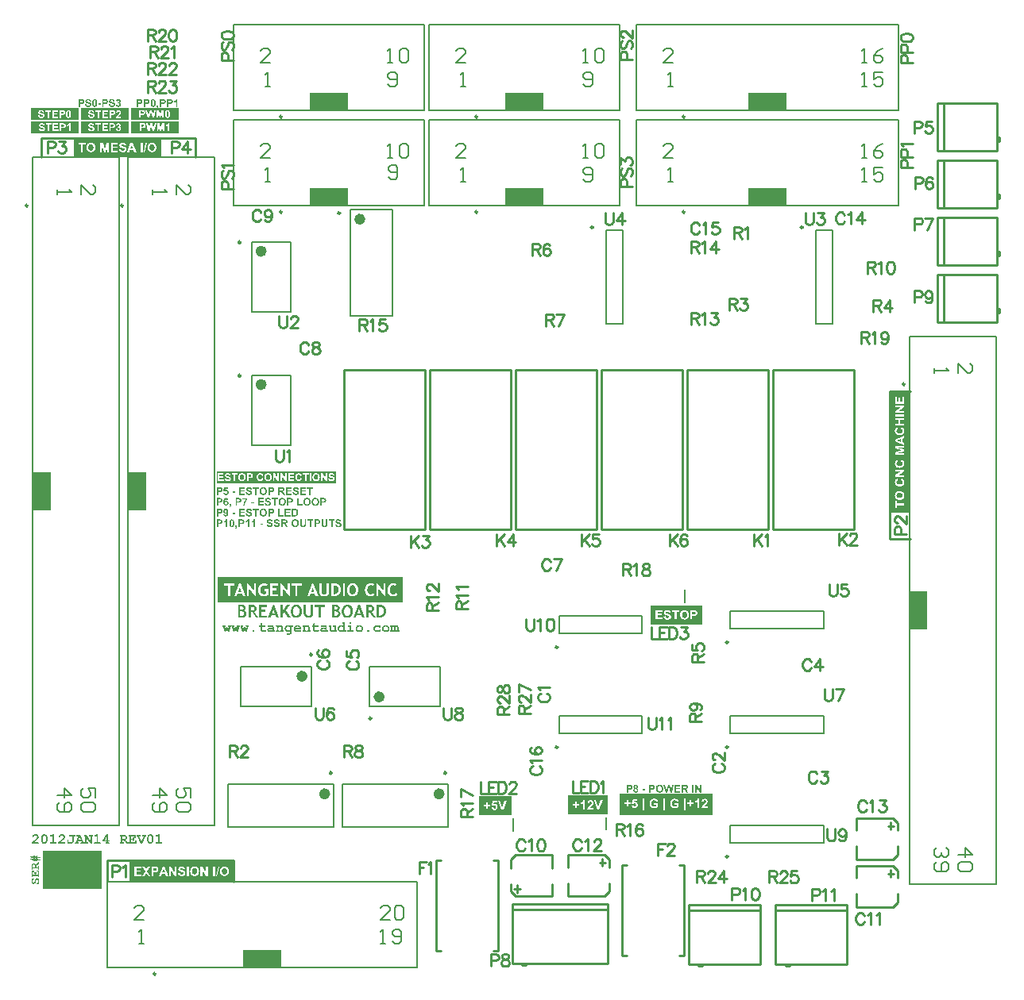
<source format=gto>
%FSAX24Y24*%
%MOIN*%
G70*
G01*
G75*
G04 Layer_Color=65535*
%ADD10O,0.0236X0.0866*%
%ADD11R,0.0866X0.0335*%
%ADD12R,0.1800X0.0900*%
%ADD13R,0.0433X0.0394*%
%ADD14R,0.0394X0.0433*%
%ADD15O,0.0177X0.0709*%
%ADD16O,0.0866X0.0236*%
%ADD17R,0.0512X0.0591*%
%ADD18R,0.0650X0.0236*%
%ADD19R,0.0236X0.0650*%
%ADD20R,0.0400X0.0600*%
%ADD21O,0.0709X0.0177*%
%ADD22C,0.0120*%
%ADD23C,0.0080*%
%ADD24C,0.0200*%
%ADD25C,0.0100*%
%ADD26C,0.0250*%
%ADD27C,0.0600*%
%ADD28R,0.0600X0.0600*%
%ADD29R,0.0650X0.0650*%
%ADD30C,0.0650*%
%ADD31R,0.0600X0.0600*%
%ADD32R,0.0650X0.0650*%
%ADD33C,0.2500*%
%ADD34C,0.0300*%
%ADD35C,0.0098*%
%ADD36C,0.0236*%
%ADD37C,0.0079*%
%ADD38C,0.0150*%
%ADD39C,0.0059*%
%ADD40R,0.2500X0.1600*%
%ADD41R,0.0748X0.1614*%
%ADD42R,0.1614X0.0748*%
G36*
X016141Y046670D02*
X016154D01*
X016167Y046669D01*
X016179Y046668D01*
X016185Y046667D01*
X016190Y046667D01*
X016195Y046666D01*
X016199Y046665D01*
X016199D01*
X016200Y046665D01*
X016202Y046664D01*
X016204Y046664D01*
X016208Y046662D01*
X016215Y046658D01*
X016222Y046654D01*
X016230Y046649D01*
X016238Y046642D01*
X016245Y046634D01*
Y046633D01*
X016246Y046633D01*
X016247Y046631D01*
X016248Y046629D01*
X016249Y046627D01*
X016251Y046624D01*
X016255Y046617D01*
X016258Y046608D01*
X016261Y046598D01*
X016263Y046586D01*
X016264Y046572D01*
Y046571D01*
Y046570D01*
Y046569D01*
Y046567D01*
X016263Y046561D01*
X016262Y046555D01*
X016261Y046547D01*
X016259Y046539D01*
X016257Y046530D01*
X016253Y046522D01*
X016252Y046521D01*
X016251Y046519D01*
X016248Y046515D01*
X016246Y046510D01*
X016241Y046505D01*
X016237Y046500D01*
X016232Y046495D01*
X016226Y046490D01*
X016225Y046490D01*
X016223Y046489D01*
X016219Y046487D01*
X016215Y046484D01*
X016210Y046482D01*
X016205Y046479D01*
X016198Y046477D01*
X016192Y046475D01*
X016191D01*
X016190Y046475D01*
X016188D01*
X016186Y046474D01*
X016183Y046474D01*
X016179Y046473D01*
X016175D01*
X016171Y046473D01*
X016166Y046472D01*
X016160Y046472D01*
X016154Y046471D01*
X016148D01*
X016141Y046471D01*
X016083D01*
Y046350D01*
X016019D01*
Y046670D01*
X016136D01*
X016141Y046670D01*
D02*
G37*
G36*
X016460Y046350D02*
X016399D01*
Y046581D01*
X016398Y046581D01*
X016397Y046580D01*
X016396Y046578D01*
X016393Y046576D01*
X016390Y046574D01*
X016386Y046571D01*
X016381Y046568D01*
X016376Y046564D01*
X016371Y046560D01*
X016365Y046556D01*
X016351Y046548D01*
X016336Y046541D01*
X016319Y046535D01*
Y046591D01*
X016320D01*
X016320Y046591D01*
X016322Y046592D01*
X016324Y046592D01*
X016328Y046595D01*
X016335Y046598D01*
X016343Y046601D01*
X016351Y046607D01*
X016361Y046613D01*
X016371Y046620D01*
X016372Y046621D01*
X016373Y046621D01*
X016374Y046623D01*
X016376Y046624D01*
X016381Y046629D01*
X016387Y046635D01*
X016393Y046643D01*
X016400Y046651D01*
X016406Y046661D01*
X016410Y046672D01*
X016460D01*
Y046350D01*
D02*
G37*
G36*
X015843Y046670D02*
X015855D01*
X015868Y046669D01*
X015881Y046668D01*
X015887Y046667D01*
X015892Y046667D01*
X015897Y046666D01*
X015900Y046665D01*
X015901D01*
X015902Y046665D01*
X015903Y046664D01*
X015905Y046664D01*
X015910Y046662D01*
X015917Y046658D01*
X015924Y046654D01*
X015931Y046649D01*
X015940Y046642D01*
X015947Y046634D01*
Y046633D01*
X015948Y046633D01*
X015949Y046631D01*
X015950Y046629D01*
X015951Y046627D01*
X015952Y046624D01*
X015956Y046617D01*
X015960Y046608D01*
X015962Y046598D01*
X015964Y046586D01*
X015965Y046572D01*
Y046571D01*
Y046570D01*
Y046569D01*
Y046567D01*
X015965Y046561D01*
X015964Y046555D01*
X015962Y046547D01*
X015960Y046539D01*
X015958Y046530D01*
X015954Y046522D01*
X015954Y046521D01*
X015952Y046519D01*
X015950Y046515D01*
X015947Y046510D01*
X015943Y046505D01*
X015939Y046500D01*
X015933Y046495D01*
X015927Y046490D01*
X015926Y046490D01*
X015924Y046489D01*
X015921Y046487D01*
X015917Y046484D01*
X015912Y046482D01*
X015906Y046479D01*
X015900Y046477D01*
X015894Y046475D01*
X015893D01*
X015891Y046475D01*
X015890D01*
X015887Y046474D01*
X015884Y046474D01*
X015881Y046473D01*
X015877D01*
X015872Y046473D01*
X015867Y046472D01*
X015862Y046472D01*
X015856Y046471D01*
X015849D01*
X015842Y046471D01*
X015785D01*
Y046350D01*
X015720D01*
Y046670D01*
X015838D01*
X015843Y046670D01*
D02*
G37*
G36*
X014873D02*
X014885D01*
X014898Y046669D01*
X014911Y046668D01*
X014917Y046667D01*
X014922Y046667D01*
X014927Y046666D01*
X014930Y046665D01*
X014931D01*
X014932Y046665D01*
X014933Y046664D01*
X014935Y046664D01*
X014940Y046662D01*
X014947Y046658D01*
X014954Y046654D01*
X014961Y046649D01*
X014969Y046642D01*
X014977Y046634D01*
Y046633D01*
X014978Y046633D01*
X014978Y046631D01*
X014979Y046629D01*
X014981Y046627D01*
X014982Y046624D01*
X014986Y046617D01*
X014989Y046608D01*
X014992Y046598D01*
X014994Y046586D01*
X014995Y046572D01*
Y046571D01*
Y046570D01*
Y046569D01*
Y046567D01*
X014995Y046561D01*
X014994Y046555D01*
X014992Y046547D01*
X014990Y046539D01*
X014988Y046530D01*
X014984Y046522D01*
X014984Y046521D01*
X014982Y046519D01*
X014980Y046515D01*
X014977Y046510D01*
X014973Y046505D01*
X014968Y046500D01*
X014963Y046495D01*
X014957Y046490D01*
X014956Y046490D01*
X014954Y046489D01*
X014951Y046487D01*
X014947Y046484D01*
X014942Y046482D01*
X014936Y046479D01*
X014930Y046477D01*
X014924Y046475D01*
X014923D01*
X014921Y046475D01*
X014919D01*
X014917Y046474D01*
X014914Y046474D01*
X014910Y046473D01*
X014907D01*
X014902Y046473D01*
X014897Y046472D01*
X014892Y046472D01*
X014886Y046471D01*
X014879D01*
X014872Y046471D01*
X014815D01*
Y046350D01*
X014750D01*
Y046670D01*
X014868D01*
X014873Y046670D01*
D02*
G37*
G36*
X015171D02*
X015184D01*
X015196Y046669D01*
X015209Y046668D01*
X015215Y046667D01*
X015220Y046667D01*
X015225Y046666D01*
X015229Y046665D01*
X015229D01*
X015230Y046665D01*
X015232Y046664D01*
X015234Y046664D01*
X015238Y046662D01*
X015245Y046658D01*
X015252Y046654D01*
X015260Y046649D01*
X015268Y046642D01*
X015275Y046634D01*
Y046633D01*
X015276Y046633D01*
X015277Y046631D01*
X015278Y046629D01*
X015279Y046627D01*
X015281Y046624D01*
X015285Y046617D01*
X015288Y046608D01*
X015291Y046598D01*
X015293Y046586D01*
X015294Y046572D01*
Y046571D01*
Y046570D01*
Y046569D01*
Y046567D01*
X015293Y046561D01*
X015292Y046555D01*
X015291Y046547D01*
X015289Y046539D01*
X015286Y046530D01*
X015283Y046522D01*
X015282Y046521D01*
X015281Y046519D01*
X015278Y046515D01*
X015275Y046510D01*
X015271Y046505D01*
X015267Y046500D01*
X015262Y046495D01*
X015256Y046490D01*
X015255Y046490D01*
X015253Y046489D01*
X015249Y046487D01*
X015245Y046484D01*
X015240Y046482D01*
X015235Y046479D01*
X015228Y046477D01*
X015222Y046475D01*
X015221D01*
X015220Y046475D01*
X015218D01*
X015216Y046474D01*
X015213Y046474D01*
X015209Y046473D01*
X015205D01*
X015201Y046473D01*
X015196Y046472D01*
X015190Y046472D01*
X015184Y046471D01*
X015177D01*
X015171Y046471D01*
X015113D01*
Y046350D01*
X015048D01*
Y046670D01*
X015166D01*
X015171Y046670D01*
D02*
G37*
G36*
X018955Y028717D02*
Y028717D01*
Y028716D01*
Y028715D01*
Y028713D01*
Y028708D01*
X018955Y028702D01*
X018954Y028696D01*
X018953Y028689D01*
X018952Y028682D01*
X018951Y028676D01*
Y028675D01*
X018950Y028673D01*
X018948Y028670D01*
X018947Y028667D01*
X018944Y028662D01*
X018941Y028658D01*
X018937Y028653D01*
X018933Y028648D01*
X018933Y028648D01*
X018931Y028646D01*
X018928Y028644D01*
X018924Y028641D01*
X018920Y028638D01*
X018914Y028635D01*
X018908Y028631D01*
X018901Y028629D01*
X018889Y028654D01*
X018890Y028654D01*
X018892Y028655D01*
X018895Y028656D01*
X018899Y028658D01*
X018903Y028661D01*
X018908Y028664D01*
X018912Y028667D01*
X018915Y028671D01*
X018915Y028671D01*
X018916Y028673D01*
X018917Y028675D01*
X018919Y028679D01*
X018921Y028683D01*
X018922Y028688D01*
X018923Y028693D01*
X018923Y028700D01*
X018894D01*
Y028761D01*
X018955D01*
Y028717D01*
D02*
G37*
G36*
X018542Y028700D02*
X018480D01*
Y028931D01*
X018480Y028931D01*
X018479Y028930D01*
X018477Y028928D01*
X018474Y028926D01*
X018471Y028924D01*
X018467Y028921D01*
X018463Y028918D01*
X018458Y028914D01*
X018452Y028910D01*
X018446Y028906D01*
X018433Y028898D01*
X018417Y028891D01*
X018401Y028885D01*
Y028941D01*
X018401D01*
X018402Y028941D01*
X018403Y028942D01*
X018405Y028942D01*
X018410Y028945D01*
X018416Y028948D01*
X018424Y028951D01*
X018433Y028957D01*
X018442Y028963D01*
X018453Y028970D01*
X018453Y028971D01*
X018454Y028971D01*
X018456Y028973D01*
X018457Y028974D01*
X018462Y028979D01*
X018468Y028985D01*
X018475Y028993D01*
X018481Y029001D01*
X018487Y029011D01*
X018492Y029022D01*
X018542D01*
Y028700D01*
D02*
G37*
G36*
X019143Y029020D02*
X019156D01*
X019169Y029019D01*
X019181Y029018D01*
X019187Y029017D01*
X019192Y029017D01*
X019197Y029016D01*
X019201Y029015D01*
X019201D01*
X019202Y029015D01*
X019204Y029014D01*
X019206Y029014D01*
X019211Y029012D01*
X019217Y029008D01*
X019224Y029004D01*
X019232Y028999D01*
X019240Y028992D01*
X019247Y028984D01*
Y028983D01*
X019248Y028983D01*
X019249Y028981D01*
X019250Y028979D01*
X019251Y028977D01*
X019253Y028974D01*
X019257Y028967D01*
X019260Y028958D01*
X019263Y028948D01*
X019265Y028936D01*
X019266Y028922D01*
Y028921D01*
Y028920D01*
Y028919D01*
Y028917D01*
X019265Y028911D01*
X019264Y028905D01*
X019263Y028897D01*
X019261Y028888D01*
X019259Y028880D01*
X019255Y028872D01*
X019254Y028871D01*
X019253Y028869D01*
X019250Y028865D01*
X019248Y028860D01*
X019243Y028855D01*
X019239Y028850D01*
X019234Y028845D01*
X019228Y028840D01*
X019227Y028840D01*
X019225Y028839D01*
X019221Y028837D01*
X019217Y028834D01*
X019212Y028832D01*
X019207Y028829D01*
X019201Y028827D01*
X019194Y028825D01*
X019193D01*
X019192Y028825D01*
X019190D01*
X019188Y028824D01*
X019185Y028824D01*
X019181Y028823D01*
X019177D01*
X019173Y028823D01*
X019168Y028822D01*
X019162Y028822D01*
X019156Y028821D01*
X019150D01*
X019143Y028821D01*
X019085D01*
Y028700D01*
X019021D01*
Y029020D01*
X019138D01*
X019143Y029020D01*
D02*
G37*
G36*
X018223D02*
X018235D01*
X018248Y029019D01*
X018261Y029018D01*
X018267Y029017D01*
X018272Y029017D01*
X018277Y029016D01*
X018280Y029015D01*
X018281D01*
X018282Y029015D01*
X018283Y029014D01*
X018285Y029014D01*
X018290Y029012D01*
X018297Y029008D01*
X018304Y029004D01*
X018311Y028999D01*
X018319Y028992D01*
X018327Y028984D01*
Y028983D01*
X018328Y028983D01*
X018328Y028981D01*
X018329Y028979D01*
X018331Y028977D01*
X018332Y028974D01*
X018336Y028967D01*
X018339Y028958D01*
X018342Y028948D01*
X018344Y028936D01*
X018345Y028922D01*
Y028921D01*
Y028920D01*
Y028919D01*
Y028917D01*
X018345Y028911D01*
X018344Y028905D01*
X018342Y028897D01*
X018340Y028888D01*
X018338Y028880D01*
X018334Y028872D01*
X018334Y028871D01*
X018332Y028869D01*
X018330Y028865D01*
X018327Y028860D01*
X018323Y028855D01*
X018318Y028850D01*
X018313Y028845D01*
X018307Y028840D01*
X018306Y028840D01*
X018304Y028839D01*
X018301Y028837D01*
X018297Y028834D01*
X018292Y028832D01*
X018286Y028829D01*
X018280Y028827D01*
X018274Y028825D01*
X018273D01*
X018271Y028825D01*
X018269D01*
X018267Y028824D01*
X018264Y028824D01*
X018260Y028823D01*
X018257D01*
X018252Y028823D01*
X018247Y028822D01*
X018242Y028822D01*
X018236Y028821D01*
X018229D01*
X018222Y028821D01*
X018165D01*
Y028700D01*
X018100D01*
Y029020D01*
X018218D01*
X018223Y029020D01*
D02*
G37*
G36*
X018745Y029021D02*
X018749Y029021D01*
X018754Y029020D01*
X018758Y029019D01*
X018764Y029017D01*
X018770Y029016D01*
X018775Y029014D01*
X018782Y029011D01*
X018788Y029008D01*
X018794Y029004D01*
X018800Y028999D01*
X018805Y028994D01*
X018810Y028988D01*
X018811Y028988D01*
X018812Y028987D01*
X018813Y028984D01*
X018815Y028981D01*
X018817Y028977D01*
X018820Y028971D01*
X018823Y028965D01*
X018826Y028958D01*
X018829Y028949D01*
X018832Y028939D01*
X018834Y028928D01*
X018837Y028917D01*
X018839Y028904D01*
X018840Y028890D01*
X018841Y028875D01*
X018842Y028858D01*
Y028858D01*
Y028857D01*
Y028856D01*
Y028854D01*
Y028849D01*
X018841Y028843D01*
X018841Y028836D01*
X018840Y028827D01*
X018839Y028818D01*
X018838Y028808D01*
X018834Y028786D01*
X018831Y028775D01*
X018828Y028764D01*
X018824Y028754D01*
X018820Y028744D01*
X018815Y028735D01*
X018810Y028727D01*
X018809Y028727D01*
X018809Y028726D01*
X018807Y028724D01*
X018805Y028722D01*
X018803Y028720D01*
X018799Y028717D01*
X018795Y028714D01*
X018791Y028711D01*
X018786Y028708D01*
X018781Y028705D01*
X018775Y028702D01*
X018768Y028700D01*
X018761Y028698D01*
X018754Y028696D01*
X018746Y028695D01*
X018737Y028695D01*
X018735D01*
X018733Y028695D01*
X018730D01*
X018725Y028696D01*
X018721Y028697D01*
X018716Y028698D01*
X018710Y028699D01*
X018705Y028701D01*
X018698Y028703D01*
X018692Y028706D01*
X018685Y028710D01*
X018679Y028714D01*
X018673Y028719D01*
X018667Y028724D01*
X018662Y028730D01*
X018661Y028731D01*
X018660Y028732D01*
X018659Y028734D01*
X018657Y028738D01*
X018655Y028741D01*
X018653Y028747D01*
X018650Y028753D01*
X018647Y028760D01*
X018645Y028768D01*
X018642Y028778D01*
X018640Y028788D01*
X018637Y028799D01*
X018636Y028812D01*
X018635Y028827D01*
X018634Y028842D01*
X018633Y028859D01*
Y028859D01*
Y028859D01*
Y028861D01*
Y028862D01*
Y028867D01*
X018634Y028873D01*
X018634Y028881D01*
X018635Y028889D01*
X018636Y028898D01*
X018637Y028909D01*
X018641Y028930D01*
X018643Y028941D01*
X018646Y028952D01*
X018650Y028962D01*
X018654Y028972D01*
X018659Y028981D01*
X018665Y028989D01*
X018665Y028989D01*
X018666Y028990D01*
X018667Y028992D01*
X018669Y028994D01*
X018672Y028997D01*
X018675Y028999D01*
X018679Y029002D01*
X018684Y029006D01*
X018688Y029008D01*
X018694Y029011D01*
X018700Y029014D01*
X018706Y029017D01*
X018714Y029019D01*
X018721Y029020D01*
X018729Y029021D01*
X018737Y029022D01*
X018742D01*
X018745Y029021D01*
D02*
G37*
G36*
X021407Y029025D02*
X021412D01*
X021418Y029024D01*
X021425Y029023D01*
X021432Y029022D01*
X021441Y029020D01*
X021450Y029017D01*
X021459Y029015D01*
X021468Y029011D01*
X021477Y029007D01*
X021487Y029002D01*
X021496Y028996D01*
X021505Y028989D01*
X021513Y028981D01*
X021513Y028981D01*
X021515Y028979D01*
X021517Y028977D01*
X021520Y028973D01*
X021523Y028969D01*
X021527Y028963D01*
X021531Y028957D01*
X021534Y028950D01*
X021538Y028941D01*
X021542Y028932D01*
X021546Y028922D01*
X021549Y028911D01*
X021552Y028900D01*
X021554Y028887D01*
X021555Y028874D01*
X021556Y028859D01*
Y028859D01*
Y028856D01*
X021555Y028852D01*
Y028847D01*
X021554Y028840D01*
X021553Y028833D01*
X021552Y028824D01*
X021551Y028815D01*
X021548Y028806D01*
X021545Y028796D01*
X021542Y028786D01*
X021538Y028776D01*
X021533Y028766D01*
X021527Y028756D01*
X021521Y028747D01*
X021513Y028738D01*
X021513Y028738D01*
X021511Y028736D01*
X021509Y028734D01*
X021506Y028731D01*
X021502Y028728D01*
X021496Y028724D01*
X021491Y028720D01*
X021483Y028717D01*
X021476Y028712D01*
X021467Y028709D01*
X021458Y028705D01*
X021448Y028701D01*
X021437Y028699D01*
X021426Y028697D01*
X021413Y028695D01*
X021401Y028695D01*
X021397D01*
X021394Y028695D01*
X021389D01*
X021383Y028696D01*
X021376Y028697D01*
X021368Y028699D01*
X021360Y028700D01*
X021351Y028702D01*
X021342Y028705D01*
X021332Y028709D01*
X021323Y028713D01*
X021313Y028718D01*
X021304Y028724D01*
X021295Y028730D01*
X021287Y028738D01*
X021287Y028739D01*
X021285Y028740D01*
X021283Y028742D01*
X021281Y028746D01*
X021278Y028750D01*
X021274Y028756D01*
X021270Y028762D01*
X021266Y028770D01*
X021263Y028778D01*
X021259Y028787D01*
X021255Y028796D01*
X021252Y028807D01*
X021249Y028819D01*
X021247Y028831D01*
X021246Y028844D01*
X021245Y028858D01*
Y028859D01*
Y028860D01*
Y028863D01*
X021246Y028866D01*
Y028870D01*
X021246Y028875D01*
X021247Y028881D01*
X021247Y028887D01*
X021249Y028899D01*
X021252Y028913D01*
X021255Y028927D01*
X021260Y028940D01*
Y028940D01*
X021260Y028941D01*
X021261Y028942D01*
X021262Y028944D01*
X021264Y028949D01*
X021267Y028955D01*
X021272Y028961D01*
X021277Y028969D01*
X021283Y028977D01*
X021289Y028984D01*
X021290Y028985D01*
X021293Y028987D01*
X021296Y028990D01*
X021302Y028995D01*
X021308Y028999D01*
X021315Y029004D01*
X021323Y029009D01*
X021331Y029013D01*
X021332D01*
X021333Y029013D01*
X021334Y029014D01*
X021336Y029015D01*
X021339Y029016D01*
X021343Y029017D01*
X021347Y029018D01*
X021351Y029019D01*
X021361Y029021D01*
X021373Y029024D01*
X021386Y029025D01*
X021400Y029026D01*
X021403D01*
X021407Y029025D01*
D02*
G37*
G36*
X015444Y046671D02*
X015448Y046671D01*
X015453Y046670D01*
X015458Y046669D01*
X015464Y046667D01*
X015469Y046666D01*
X015475Y046664D01*
X015481Y046661D01*
X015487Y046658D01*
X015493Y046654D01*
X015499Y046649D01*
X015504Y046644D01*
X015510Y046638D01*
X015510Y046638D01*
X015511Y046637D01*
X015513Y046634D01*
X015514Y046631D01*
X015517Y046627D01*
X015520Y046621D01*
X015523Y046615D01*
X015525Y046608D01*
X015528Y046599D01*
X015531Y046589D01*
X015534Y046578D01*
X015536Y046567D01*
X015538Y046554D01*
X015540Y046540D01*
X015541Y046525D01*
X015541Y046508D01*
Y046508D01*
Y046507D01*
Y046506D01*
Y046504D01*
Y046499D01*
X015541Y046493D01*
X015540Y046486D01*
X015539Y046477D01*
X015538Y046468D01*
X015537Y046458D01*
X015533Y046436D01*
X015531Y046425D01*
X015528Y046414D01*
X015524Y046404D01*
X015520Y046394D01*
X015515Y046385D01*
X015509Y046377D01*
X015509Y046377D01*
X015508Y046376D01*
X015506Y046374D01*
X015504Y046372D01*
X015502Y046370D01*
X015499Y046367D01*
X015495Y046364D01*
X015491Y046361D01*
X015486Y046358D01*
X015480Y046355D01*
X015474Y046352D01*
X015468Y046350D01*
X015461Y046348D01*
X015454Y046346D01*
X015445Y046345D01*
X015437Y046345D01*
X015435D01*
X015432Y046345D01*
X015429D01*
X015425Y046346D01*
X015421Y046347D01*
X015415Y046348D01*
X015410Y046349D01*
X015404Y046351D01*
X015398Y046353D01*
X015391Y046356D01*
X015385Y046360D01*
X015379Y046364D01*
X015373Y046369D01*
X015367Y046374D01*
X015361Y046380D01*
X015361Y046381D01*
X015360Y046382D01*
X015358Y046384D01*
X015357Y046388D01*
X015355Y046391D01*
X015352Y046397D01*
X015350Y046403D01*
X015347Y046410D01*
X015344Y046418D01*
X015342Y046428D01*
X015339Y046438D01*
X015337Y046449D01*
X015335Y046462D01*
X015334Y046477D01*
X015333Y046492D01*
X015333Y046509D01*
Y046509D01*
Y046509D01*
Y046511D01*
Y046512D01*
Y046517D01*
X015333Y046523D01*
X015334Y046531D01*
X015335Y046539D01*
X015335Y046548D01*
X015336Y046559D01*
X015340Y046580D01*
X015343Y046591D01*
X015346Y046602D01*
X015349Y046612D01*
X015354Y046622D01*
X015358Y046631D01*
X015364Y046639D01*
X015365Y046639D01*
X015365Y046640D01*
X015367Y046642D01*
X015369Y046644D01*
X015372Y046647D01*
X015375Y046649D01*
X015379Y046652D01*
X015383Y046656D01*
X015388Y046658D01*
X015394Y046661D01*
X015399Y046664D01*
X015406Y046667D01*
X015413Y046669D01*
X015420Y046670D01*
X015428Y046671D01*
X015437Y046672D01*
X015441D01*
X015444Y046671D01*
D02*
G37*
G36*
X012994D02*
X012998Y046671D01*
X013003Y046670D01*
X013008Y046669D01*
X013014Y046667D01*
X013019Y046666D01*
X013025Y046664D01*
X013031Y046661D01*
X013037Y046658D01*
X013043Y046654D01*
X013049Y046649D01*
X013054Y046644D01*
X013060Y046638D01*
X013060Y046638D01*
X013061Y046637D01*
X013063Y046634D01*
X013064Y046631D01*
X013067Y046627D01*
X013070Y046621D01*
X013073Y046615D01*
X013075Y046608D01*
X013078Y046599D01*
X013081Y046589D01*
X013084Y046578D01*
X013086Y046567D01*
X013088Y046554D01*
X013090Y046540D01*
X013091Y046525D01*
X013091Y046508D01*
Y046508D01*
Y046507D01*
Y046506D01*
Y046504D01*
Y046499D01*
X013091Y046493D01*
X013090Y046486D01*
X013089Y046477D01*
X013088Y046468D01*
X013087Y046458D01*
X013083Y046436D01*
X013081Y046425D01*
X013078Y046414D01*
X013074Y046404D01*
X013070Y046394D01*
X013065Y046385D01*
X013059Y046377D01*
X013059Y046377D01*
X013058Y046376D01*
X013056Y046374D01*
X013054Y046372D01*
X013052Y046370D01*
X013049Y046367D01*
X013045Y046364D01*
X013041Y046361D01*
X013036Y046358D01*
X013030Y046355D01*
X013024Y046352D01*
X013018Y046350D01*
X013011Y046348D01*
X013004Y046346D01*
X012995Y046345D01*
X012987Y046345D01*
X012985D01*
X012982Y046345D01*
X012979D01*
X012975Y046346D01*
X012971Y046347D01*
X012965Y046348D01*
X012960Y046349D01*
X012954Y046351D01*
X012948Y046353D01*
X012941Y046356D01*
X012935Y046360D01*
X012929Y046364D01*
X012923Y046369D01*
X012917Y046374D01*
X012911Y046380D01*
X012911Y046381D01*
X012910Y046382D01*
X012908Y046384D01*
X012907Y046388D01*
X012905Y046391D01*
X012902Y046397D01*
X012900Y046403D01*
X012897Y046410D01*
X012894Y046418D01*
X012892Y046428D01*
X012889Y046438D01*
X012887Y046449D01*
X012885Y046462D01*
X012884Y046477D01*
X012883Y046492D01*
X012883Y046509D01*
Y046509D01*
Y046509D01*
Y046511D01*
Y046512D01*
Y046517D01*
X012883Y046523D01*
X012884Y046531D01*
X012885Y046539D01*
X012885Y046548D01*
X012886Y046559D01*
X012890Y046580D01*
X012893Y046591D01*
X012896Y046602D01*
X012899Y046612D01*
X012904Y046622D01*
X012908Y046631D01*
X012914Y046639D01*
X012915Y046639D01*
X012915Y046640D01*
X012917Y046642D01*
X012919Y046644D01*
X012922Y046647D01*
X012925Y046649D01*
X012929Y046652D01*
X012933Y046656D01*
X012938Y046658D01*
X012944Y046661D01*
X012949Y046664D01*
X012956Y046667D01*
X012963Y046669D01*
X012970Y046670D01*
X012978Y046671D01*
X012987Y046672D01*
X012991D01*
X012994Y046671D01*
D02*
G37*
G36*
X012423Y046670D02*
X012435D01*
X012448Y046669D01*
X012461Y046668D01*
X012467Y046667D01*
X012472Y046667D01*
X012477Y046666D01*
X012480Y046665D01*
X012481D01*
X012482Y046665D01*
X012483Y046664D01*
X012485Y046664D01*
X012490Y046662D01*
X012497Y046658D01*
X012504Y046654D01*
X012511Y046649D01*
X012519Y046642D01*
X012527Y046634D01*
Y046633D01*
X012528Y046633D01*
X012528Y046631D01*
X012529Y046629D01*
X012531Y046627D01*
X012532Y046624D01*
X012536Y046617D01*
X012539Y046608D01*
X012542Y046598D01*
X012544Y046586D01*
X012545Y046572D01*
Y046571D01*
Y046570D01*
Y046569D01*
Y046567D01*
X012545Y046561D01*
X012544Y046555D01*
X012542Y046547D01*
X012540Y046539D01*
X012538Y046530D01*
X012534Y046522D01*
X012534Y046521D01*
X012532Y046519D01*
X012530Y046515D01*
X012527Y046510D01*
X012523Y046505D01*
X012518Y046500D01*
X012513Y046495D01*
X012507Y046490D01*
X012506Y046490D01*
X012504Y046489D01*
X012501Y046487D01*
X012497Y046484D01*
X012492Y046482D01*
X012486Y046479D01*
X012480Y046477D01*
X012474Y046475D01*
X012473D01*
X012471Y046475D01*
X012469D01*
X012467Y046474D01*
X012464Y046474D01*
X012460Y046473D01*
X012457D01*
X012452Y046473D01*
X012447Y046472D01*
X012442Y046472D01*
X012436Y046471D01*
X012429D01*
X012422Y046471D01*
X012365D01*
Y046350D01*
X012300D01*
Y046670D01*
X012418D01*
X012423Y046670D01*
D02*
G37*
G36*
X019465Y029475D02*
X019469Y029475D01*
X019475Y029474D01*
X019482Y029473D01*
X019488Y029472D01*
X019503Y029469D01*
X019518Y029464D01*
X019526Y029461D01*
X019532Y029458D01*
X019539Y029454D01*
X019545Y029449D01*
X019546Y029448D01*
X019547Y029448D01*
X019548Y029446D01*
X019550Y029444D01*
X019552Y029441D01*
X019555Y029438D01*
X019558Y029435D01*
X019561Y029430D01*
X019564Y029425D01*
X019567Y029420D01*
X019569Y029414D01*
X019572Y029408D01*
X019574Y029401D01*
X019576Y029394D01*
X019577Y029387D01*
X019577Y029378D01*
X019513Y029376D01*
Y029377D01*
Y029377D01*
X019512Y029380D01*
X019511Y029384D01*
X019509Y029389D01*
X019507Y029396D01*
X019503Y029401D01*
X019499Y029407D01*
X019495Y029411D01*
X019494Y029412D01*
X019492Y029413D01*
X019489Y029415D01*
X019485Y029417D01*
X019479Y029419D01*
X019472Y029420D01*
X019463Y029422D01*
X019454Y029422D01*
X019449D01*
X019444Y029422D01*
X019438Y029421D01*
X019431Y029419D01*
X019423Y029417D01*
X019416Y029414D01*
X019410Y029410D01*
X019409Y029410D01*
X019409Y029409D01*
X019407Y029408D01*
X019405Y029405D01*
X019403Y029402D01*
X019401Y029399D01*
X019400Y029395D01*
X019400Y029390D01*
Y029390D01*
Y029388D01*
X019400Y029387D01*
X019401Y029384D01*
X019402Y029381D01*
X019404Y029378D01*
X019406Y029375D01*
X019409Y029371D01*
X019410Y029371D01*
X019412Y029369D01*
X019414Y029368D01*
X019416Y029368D01*
X019418Y029366D01*
X019421Y029365D01*
X019425Y029363D01*
X019429Y029361D01*
X019434Y029359D01*
X019439Y029358D01*
X019446Y029356D01*
X019452Y029354D01*
X019460Y029352D01*
X019468Y029349D01*
X019469D01*
X019470Y029349D01*
X019473Y029348D01*
X019476Y029348D01*
X019480Y029347D01*
X019485Y029345D01*
X019495Y029342D01*
X019506Y029339D01*
X019518Y029335D01*
X019528Y029331D01*
X019534Y029329D01*
X019538Y029327D01*
X019538D01*
X019539Y029326D01*
X019542Y029324D01*
X019546Y029322D01*
X019551Y029318D01*
X019557Y029313D01*
X019563Y029308D01*
X019568Y029301D01*
X019574Y029294D01*
X019574Y029293D01*
X019576Y029290D01*
X019578Y029286D01*
X019580Y029280D01*
X019582Y029272D01*
X019585Y029264D01*
X019586Y029254D01*
X019587Y029243D01*
Y029242D01*
Y029241D01*
Y029240D01*
Y029238D01*
X019586Y029233D01*
X019585Y029226D01*
X019583Y029218D01*
X019580Y029209D01*
X019576Y029200D01*
X019571Y029191D01*
Y029190D01*
X019570Y029190D01*
X019568Y029187D01*
X019565Y029183D01*
X019560Y029178D01*
X019554Y029172D01*
X019546Y029166D01*
X019538Y029160D01*
X019528Y029155D01*
X019527D01*
X019526Y029155D01*
X019525Y029154D01*
X019523Y029153D01*
X019520Y029152D01*
X019517Y029151D01*
X019513Y029150D01*
X019508Y029150D01*
X019504Y029149D01*
X019498Y029148D01*
X019487Y029146D01*
X019473Y029144D01*
X019458Y029144D01*
X019452D01*
X019448Y029144D01*
X019443Y029145D01*
X019437Y029145D01*
X019431Y029146D01*
X019424Y029147D01*
X019409Y029150D01*
X019401Y029153D01*
X019393Y029156D01*
X019386Y029159D01*
X019378Y029163D01*
X019371Y029167D01*
X019365Y029172D01*
X019364Y029172D01*
X019363Y029173D01*
X019362Y029175D01*
X019360Y029177D01*
X019357Y029180D01*
X019354Y029184D01*
X019351Y029188D01*
X019348Y029193D01*
X019344Y029198D01*
X019341Y029204D01*
X019338Y029211D01*
X019335Y029218D01*
X019332Y029226D01*
X019330Y029235D01*
X019328Y029244D01*
X019326Y029254D01*
X019389Y029260D01*
Y029259D01*
X019389Y029259D01*
Y029257D01*
X019390Y029255D01*
X019391Y029249D01*
X019394Y029242D01*
X019397Y029235D01*
X019401Y029227D01*
X019406Y029220D01*
X019411Y029213D01*
X019412Y029213D01*
X019415Y029211D01*
X019419Y029209D01*
X019424Y029206D01*
X019430Y029203D01*
X019439Y029201D01*
X019448Y029199D01*
X019459Y029199D01*
X019464D01*
X019469Y029199D01*
X019476Y029200D01*
X019484Y029202D01*
X019492Y029204D01*
X019499Y029207D01*
X019506Y029211D01*
X019506Y029212D01*
X019508Y029214D01*
X019511Y029217D01*
X019514Y029220D01*
X019517Y029225D01*
X019519Y029230D01*
X019521Y029236D01*
X019522Y029242D01*
Y029243D01*
Y029244D01*
X019521Y029247D01*
X019521Y029249D01*
X019519Y029255D01*
X019518Y029259D01*
X019515Y029262D01*
X019515Y029262D01*
X019514Y029263D01*
X019512Y029265D01*
X019510Y029267D01*
X019507Y029269D01*
X019502Y029271D01*
X019498Y029273D01*
X019492Y029276D01*
X019491D01*
X019489Y029277D01*
X019486Y029278D01*
X019481Y029279D01*
X019478Y029280D01*
X019474Y029281D01*
X019470Y029282D01*
X019465Y029283D01*
X019460Y029285D01*
X019454Y029286D01*
X019447Y029288D01*
X019440Y029290D01*
X019439D01*
X019438Y029290D01*
X019435Y029291D01*
X019431Y029292D01*
X019427Y029293D01*
X019422Y029295D01*
X019417Y029297D01*
X019411Y029299D01*
X019399Y029303D01*
X019388Y029309D01*
X019381Y029311D01*
X019376Y029315D01*
X019371Y029318D01*
X019367Y029321D01*
X019367Y029322D01*
X019366Y029323D01*
X019364Y029324D01*
X019363Y029326D01*
X019360Y029328D01*
X019358Y029332D01*
X019355Y029336D01*
X019353Y029339D01*
X019347Y029349D01*
X019343Y029360D01*
X019341Y029366D01*
X019339Y029372D01*
X019339Y029379D01*
X019338Y029386D01*
Y029387D01*
Y029387D01*
Y029388D01*
Y029390D01*
X019339Y029395D01*
X019340Y029401D01*
X019341Y029408D01*
X019344Y029416D01*
X019347Y029424D01*
X019352Y029432D01*
Y029432D01*
X019352Y029433D01*
X019354Y029435D01*
X019358Y029439D01*
X019362Y029444D01*
X019368Y029449D01*
X019374Y029455D01*
X019382Y029460D01*
X019391Y029464D01*
X019392D01*
X019393Y029465D01*
X019394Y029465D01*
X019396Y029466D01*
X019399Y029467D01*
X019402Y029468D01*
X019405Y029469D01*
X019409Y029470D01*
X019419Y029472D01*
X019429Y029474D01*
X019441Y029475D01*
X019455Y029476D01*
X019460D01*
X019465Y029475D01*
D02*
G37*
G36*
X018490Y029471D02*
X018495Y029471D01*
X018499Y029470D01*
X018505Y029468D01*
X018510Y029467D01*
X018516Y029465D01*
X018523Y029463D01*
X018530Y029459D01*
X018536Y029456D01*
X018543Y029451D01*
X018550Y029446D01*
X018556Y029440D01*
X018562Y029434D01*
X018563Y029433D01*
X018564Y029432D01*
X018565Y029430D01*
X018567Y029427D01*
X018569Y029422D01*
X018572Y029417D01*
X018575Y029411D01*
X018578Y029404D01*
X018581Y029396D01*
X018584Y029387D01*
X018586Y029377D01*
X018589Y029366D01*
X018591Y029353D01*
X018592Y029340D01*
X018593Y029325D01*
X018594Y029309D01*
Y029309D01*
Y029309D01*
Y029306D01*
Y029301D01*
X018593Y029295D01*
X018593Y029288D01*
X018592Y029279D01*
X018591Y029270D01*
X018589Y029260D01*
X018588Y029250D01*
X018586Y029240D01*
X018583Y029229D01*
X018580Y029219D01*
X018576Y029209D01*
X018572Y029199D01*
X018566Y029190D01*
X018561Y029182D01*
X018560Y029182D01*
X018559Y029181D01*
X018557Y029179D01*
X018555Y029176D01*
X018552Y029173D01*
X018548Y029170D01*
X018543Y029167D01*
X018538Y029163D01*
X018532Y029160D01*
X018526Y029156D01*
X018519Y029153D01*
X018512Y029150D01*
X018504Y029148D01*
X018495Y029146D01*
X018486Y029144D01*
X018477Y029144D01*
X018473D01*
X018470Y029144D01*
X018467D01*
X018463Y029145D01*
X018455Y029146D01*
X018445Y029149D01*
X018435Y029152D01*
X018425Y029157D01*
X018416Y029164D01*
X018415Y029164D01*
X018415Y029165D01*
X018412Y029168D01*
X018408Y029172D01*
X018403Y029179D01*
X018398Y029187D01*
X018394Y029198D01*
X018389Y029210D01*
X018387Y029224D01*
X018446Y029230D01*
Y029229D01*
X018447Y029228D01*
X018447Y029224D01*
X018448Y029220D01*
X018449Y029216D01*
X018451Y029211D01*
X018454Y029207D01*
X018457Y029203D01*
X018457Y029203D01*
X018458Y029202D01*
X018461Y029200D01*
X018463Y029199D01*
X018467Y029198D01*
X018471Y029196D01*
X018476Y029195D01*
X018481Y029195D01*
X018482D01*
X018484Y029195D01*
X018487Y029196D01*
X018492Y029197D01*
X018497Y029199D01*
X018502Y029202D01*
X018507Y029206D01*
X018513Y029212D01*
X018513Y029213D01*
X018514Y029214D01*
X018515Y029216D01*
X018516Y029218D01*
X018517Y029220D01*
X018518Y029224D01*
X018520Y029228D01*
X018521Y029232D01*
X018523Y029238D01*
X018524Y029243D01*
X018526Y029250D01*
X018527Y029258D01*
X018528Y029266D01*
X018529Y029275D01*
X018530Y029285D01*
X018529Y029284D01*
X018529Y029284D01*
X018527Y029282D01*
X018526Y029280D01*
X018521Y029276D01*
X018514Y029271D01*
X018506Y029267D01*
X018496Y029262D01*
X018485Y029259D01*
X018478Y029259D01*
X018472Y029258D01*
X018468D01*
X018466Y029259D01*
X018463Y029259D01*
X018459Y029259D01*
X018450Y029262D01*
X018439Y029265D01*
X018434Y029268D01*
X018428Y029270D01*
X018423Y029274D01*
X018417Y029278D01*
X018412Y029282D01*
X018407Y029287D01*
X018407Y029288D01*
X018406Y029289D01*
X018405Y029290D01*
X018403Y029292D01*
X018401Y029295D01*
X018398Y029299D01*
X018396Y029303D01*
X018394Y029308D01*
X018391Y029313D01*
X018388Y029318D01*
X018386Y029325D01*
X018384Y029331D01*
X018382Y029339D01*
X018381Y029347D01*
X018380Y029355D01*
X018380Y029363D01*
Y029364D01*
Y029366D01*
Y029368D01*
X018380Y029371D01*
X018381Y029376D01*
X018381Y029380D01*
X018382Y029386D01*
X018384Y029391D01*
X018387Y029404D01*
X018389Y029410D01*
X018392Y029417D01*
X018395Y029423D01*
X018399Y029430D01*
X018403Y029436D01*
X018408Y029442D01*
X018409Y029442D01*
X018410Y029443D01*
X018411Y029445D01*
X018414Y029447D01*
X018417Y029449D01*
X018420Y029451D01*
X018424Y029454D01*
X018428Y029457D01*
X018434Y029459D01*
X018439Y029462D01*
X018445Y029465D01*
X018452Y029467D01*
X018459Y029469D01*
X018466Y029470D01*
X018474Y029471D01*
X018482Y029472D01*
X018487D01*
X018490Y029471D01*
D02*
G37*
G36*
X018884Y029235D02*
X018764D01*
Y029297D01*
X018884D01*
Y029235D01*
D02*
G37*
G36*
X013418Y046670D02*
X013430D01*
X013443Y046669D01*
X013456Y046668D01*
X013461Y046667D01*
X013467Y046667D01*
X013471Y046666D01*
X013475Y046665D01*
X013476D01*
X013477Y046665D01*
X013478Y046664D01*
X013480Y046664D01*
X013485Y046662D01*
X013491Y046658D01*
X013499Y046654D01*
X013506Y046649D01*
X013514Y046642D01*
X013521Y046634D01*
Y046633D01*
X013522Y046633D01*
X013523Y046631D01*
X013524Y046629D01*
X013526Y046627D01*
X013527Y046624D01*
X013531Y046617D01*
X013534Y046608D01*
X013537Y046598D01*
X013539Y046586D01*
X013540Y046572D01*
Y046571D01*
Y046570D01*
Y046569D01*
Y046567D01*
X013540Y046561D01*
X013539Y046555D01*
X013537Y046547D01*
X013535Y046539D01*
X013533Y046530D01*
X013529Y046522D01*
X013529Y046521D01*
X013527Y046519D01*
X013525Y046515D01*
X013522Y046510D01*
X013518Y046505D01*
X013513Y046500D01*
X013508Y046495D01*
X013502Y046490D01*
X013501Y046490D01*
X013499Y046489D01*
X013496Y046487D01*
X013491Y046484D01*
X013487Y046482D01*
X013481Y046479D01*
X013475Y046477D01*
X013469Y046475D01*
X013468D01*
X013466Y046475D01*
X013464D01*
X013462Y046474D01*
X013459Y046474D01*
X013455Y046473D01*
X013451D01*
X013447Y046473D01*
X013442Y046472D01*
X013437Y046472D01*
X013431Y046471D01*
X013424D01*
X013417Y046471D01*
X013360D01*
Y046350D01*
X013295D01*
Y046670D01*
X013412D01*
X013418Y046670D01*
D02*
G37*
G36*
X013715Y046675D02*
X013719Y046675D01*
X013725Y046674D01*
X013732Y046673D01*
X013738Y046672D01*
X013753Y046669D01*
X013768Y046664D01*
X013776Y046661D01*
X013782Y046658D01*
X013789Y046654D01*
X013795Y046649D01*
X013796Y046648D01*
X013797Y046648D01*
X013798Y046646D01*
X013800Y046644D01*
X013802Y046641D01*
X013805Y046638D01*
X013807Y046635D01*
X013811Y046630D01*
X013814Y046625D01*
X013817Y046620D01*
X013819Y046614D01*
X013822Y046608D01*
X013824Y046601D01*
X013826Y046594D01*
X013827Y046587D01*
X013827Y046578D01*
X013763Y046576D01*
Y046577D01*
Y046577D01*
X013762Y046580D01*
X013761Y046584D01*
X013759Y046589D01*
X013757Y046596D01*
X013753Y046601D01*
X013749Y046607D01*
X013745Y046611D01*
X013744Y046612D01*
X013742Y046613D01*
X013739Y046615D01*
X013735Y046617D01*
X013729Y046619D01*
X013722Y046620D01*
X013713Y046622D01*
X013704Y046622D01*
X013699D01*
X013694Y046622D01*
X013688Y046621D01*
X013681Y046619D01*
X013673Y046617D01*
X013666Y046614D01*
X013660Y046610D01*
X013659Y046610D01*
X013658Y046609D01*
X013657Y046608D01*
X013655Y046605D01*
X013653Y046602D01*
X013651Y046599D01*
X013650Y046595D01*
X013650Y046590D01*
Y046590D01*
Y046588D01*
X013650Y046587D01*
X013651Y046584D01*
X013652Y046581D01*
X013654Y046578D01*
X013656Y046575D01*
X013659Y046571D01*
X013660Y046571D01*
X013662Y046569D01*
X013664Y046568D01*
X013666Y046568D01*
X013668Y046566D01*
X013671Y046565D01*
X013675Y046563D01*
X013679Y046561D01*
X013684Y046559D01*
X013689Y046558D01*
X013696Y046556D01*
X013702Y046554D01*
X013710Y046552D01*
X013718Y046549D01*
X013719D01*
X013720Y046549D01*
X013723Y046548D01*
X013726Y046548D01*
X013730Y046547D01*
X013735Y046545D01*
X013745Y046542D01*
X013756Y046539D01*
X013768Y046535D01*
X013778Y046531D01*
X013784Y046529D01*
X013788Y046527D01*
X013788D01*
X013789Y046526D01*
X013792Y046524D01*
X013796Y046522D01*
X013801Y046518D01*
X013807Y046513D01*
X013813Y046508D01*
X013818Y046501D01*
X013824Y046494D01*
X013824Y046493D01*
X013826Y046490D01*
X013828Y046486D01*
X013830Y046480D01*
X013832Y046472D01*
X013835Y046464D01*
X013836Y046454D01*
X013837Y046443D01*
Y046442D01*
Y046441D01*
Y046440D01*
Y046438D01*
X013836Y046433D01*
X013835Y046426D01*
X013833Y046418D01*
X013830Y046410D01*
X013826Y046400D01*
X013821Y046391D01*
Y046390D01*
X013820Y046390D01*
X013818Y046387D01*
X013815Y046383D01*
X013810Y046378D01*
X013804Y046372D01*
X013796Y046366D01*
X013787Y046360D01*
X013778Y046355D01*
X013777D01*
X013776Y046355D01*
X013775Y046354D01*
X013773Y046353D01*
X013770Y046352D01*
X013767Y046351D01*
X013763Y046350D01*
X013758Y046350D01*
X013754Y046349D01*
X013748Y046348D01*
X013737Y046346D01*
X013723Y046344D01*
X013708Y046344D01*
X013702D01*
X013698Y046344D01*
X013693Y046345D01*
X013687Y046345D01*
X013681Y046346D01*
X013674Y046347D01*
X013658Y046350D01*
X013651Y046353D01*
X013643Y046356D01*
X013636Y046359D01*
X013628Y046363D01*
X013621Y046367D01*
X013615Y046372D01*
X013614Y046372D01*
X013613Y046373D01*
X013612Y046375D01*
X013609Y046377D01*
X013607Y046380D01*
X013604Y046384D01*
X013601Y046388D01*
X013598Y046393D01*
X013594Y046398D01*
X013591Y046404D01*
X013588Y046411D01*
X013585Y046418D01*
X013582Y046426D01*
X013579Y046435D01*
X013578Y046444D01*
X013576Y046454D01*
X013639Y046460D01*
Y046459D01*
X013639Y046459D01*
Y046457D01*
X013640Y046455D01*
X013641Y046449D01*
X013644Y046442D01*
X013647Y046435D01*
X013651Y046427D01*
X013656Y046420D01*
X013661Y046413D01*
X013662Y046413D01*
X013665Y046411D01*
X013669Y046409D01*
X013674Y046406D01*
X013680Y046403D01*
X013688Y046401D01*
X013698Y046399D01*
X013708Y046399D01*
X013714D01*
X013719Y046399D01*
X013726Y046400D01*
X013734Y046402D01*
X013742Y046404D01*
X013749Y046407D01*
X013756Y046411D01*
X013756Y046412D01*
X013758Y046414D01*
X013761Y046417D01*
X013764Y046420D01*
X013767Y046425D01*
X013769Y046430D01*
X013771Y046436D01*
X013772Y046442D01*
Y046443D01*
Y046444D01*
X013771Y046447D01*
X013771Y046449D01*
X013769Y046455D01*
X013768Y046459D01*
X013765Y046462D01*
X013765Y046462D01*
X013764Y046463D01*
X013762Y046465D01*
X013760Y046467D01*
X013757Y046469D01*
X013752Y046471D01*
X013748Y046473D01*
X013742Y046476D01*
X013741D01*
X013739Y046477D01*
X013736Y046478D01*
X013731Y046479D01*
X013728Y046480D01*
X013724Y046481D01*
X013720Y046482D01*
X013715Y046483D01*
X013710Y046485D01*
X013704Y046486D01*
X013697Y046488D01*
X013690Y046490D01*
X013689D01*
X013688Y046490D01*
X013685Y046491D01*
X013681Y046492D01*
X013677Y046493D01*
X013672Y046495D01*
X013667Y046497D01*
X013661Y046499D01*
X013649Y046503D01*
X013638Y046509D01*
X013631Y046511D01*
X013626Y046515D01*
X013621Y046518D01*
X013617Y046521D01*
X013617Y046522D01*
X013616Y046523D01*
X013614Y046524D01*
X013613Y046526D01*
X013610Y046529D01*
X013608Y046532D01*
X013605Y046536D01*
X013603Y046539D01*
X013597Y046549D01*
X013593Y046560D01*
X013591Y046566D01*
X013589Y046572D01*
X013589Y046579D01*
X013588Y046586D01*
Y046587D01*
Y046587D01*
Y046588D01*
Y046590D01*
X013589Y046595D01*
X013590Y046601D01*
X013591Y046608D01*
X013594Y046616D01*
X013597Y046624D01*
X013602Y046632D01*
Y046632D01*
X013602Y046633D01*
X013604Y046635D01*
X013608Y046639D01*
X013612Y046644D01*
X013618Y046649D01*
X013624Y046655D01*
X013632Y046660D01*
X013641Y046664D01*
X013642D01*
X013643Y046665D01*
X013644Y046665D01*
X013646Y046666D01*
X013649Y046667D01*
X013652Y046668D01*
X013655Y046669D01*
X013659Y046670D01*
X013669Y046672D01*
X013679Y046674D01*
X013691Y046675D01*
X013705Y046676D01*
X013710D01*
X013715Y046675D01*
D02*
G37*
G36*
X015655Y046367D02*
Y046367D01*
Y046366D01*
Y046365D01*
Y046363D01*
Y046358D01*
X015654Y046352D01*
X015654Y046346D01*
X015653Y046339D01*
X015652Y046332D01*
X015650Y046326D01*
Y046325D01*
X015649Y046323D01*
X015648Y046320D01*
X015646Y046317D01*
X015644Y046312D01*
X015641Y046308D01*
X015637Y046303D01*
X015634Y046300D01*
X016500D01*
Y045800D01*
X014500D01*
Y046300D01*
X015590D01*
X015588Y046304D01*
X015589Y046304D01*
X015591Y046305D01*
X015594Y046306D01*
X015599Y046308D01*
X015603Y046311D01*
X015607Y046314D01*
X015611Y046317D01*
X015614Y046321D01*
X015615Y046321D01*
X015616Y046323D01*
X015617Y046325D01*
X015619Y046329D01*
X015620Y046333D01*
X015622Y046338D01*
X015623Y046343D01*
X015623Y046350D01*
X015593D01*
Y046411D01*
X015655D01*
Y046367D01*
D02*
G37*
G36*
X012720Y046675D02*
X012725Y046675D01*
X012730Y046674D01*
X012737Y046673D01*
X012744Y046672D01*
X012758Y046669D01*
X012773Y046664D01*
X012781Y046661D01*
X012787Y046658D01*
X012794Y046654D01*
X012800Y046649D01*
X012801Y046648D01*
X012802Y046648D01*
X012803Y046646D01*
X012805Y046644D01*
X012807Y046641D01*
X012810Y046638D01*
X012813Y046635D01*
X012816Y046630D01*
X012819Y046625D01*
X012822Y046620D01*
X012824Y046614D01*
X012827Y046608D01*
X012829Y046601D01*
X012831Y046594D01*
X012832Y046587D01*
X012833Y046578D01*
X012768Y046576D01*
Y046577D01*
Y046577D01*
X012767Y046580D01*
X012766Y046584D01*
X012764Y046589D01*
X012762Y046596D01*
X012758Y046601D01*
X012755Y046607D01*
X012750Y046611D01*
X012749Y046612D01*
X012747Y046613D01*
X012744Y046615D01*
X012740Y046617D01*
X012734Y046619D01*
X012727Y046620D01*
X012718Y046622D01*
X012709Y046622D01*
X012704D01*
X012699Y046622D01*
X012693Y046621D01*
X012686Y046619D01*
X012678Y046617D01*
X012671Y046614D01*
X012665Y046610D01*
X012665Y046610D01*
X012664Y046609D01*
X012662Y046608D01*
X012660Y046605D01*
X012658Y046602D01*
X012657Y046599D01*
X012656Y046595D01*
X012655Y046590D01*
Y046590D01*
Y046588D01*
X012656Y046587D01*
X012657Y046584D01*
X012657Y046581D01*
X012659Y046578D01*
X012661Y046575D01*
X012665Y046571D01*
X012665Y046571D01*
X012667Y046569D01*
X012669Y046568D01*
X012671Y046568D01*
X012673Y046566D01*
X012677Y046565D01*
X012680Y046563D01*
X012684Y046561D01*
X012689Y046559D01*
X012695Y046558D01*
X012701Y046556D01*
X012707Y046554D01*
X012715Y046552D01*
X012724Y046549D01*
X012724D01*
X012726Y046549D01*
X012728Y046548D01*
X012731Y046548D01*
X012735Y046547D01*
X012740Y046545D01*
X012750Y046542D01*
X012761Y046539D01*
X012773Y046535D01*
X012784Y046531D01*
X012789Y046529D01*
X012793Y046527D01*
X012794D01*
X012794Y046526D01*
X012797Y046524D01*
X012801Y046522D01*
X012806Y046518D01*
X012812Y046513D01*
X012818Y046508D01*
X012824Y046501D01*
X012829Y046494D01*
X012829Y046493D01*
X012831Y046490D01*
X012833Y046486D01*
X012836Y046480D01*
X012837Y046472D01*
X012840Y046464D01*
X012841Y046454D01*
X012842Y046443D01*
Y046442D01*
Y046441D01*
Y046440D01*
Y046438D01*
X012841Y046433D01*
X012840Y046426D01*
X012838Y046418D01*
X012835Y046410D01*
X012831Y046400D01*
X012826Y046391D01*
Y046390D01*
X012825Y046390D01*
X012823Y046387D01*
X012820Y046383D01*
X012815Y046378D01*
X012809Y046372D01*
X012801Y046366D01*
X012793Y046360D01*
X012783Y046355D01*
X012782D01*
X012781Y046355D01*
X012780Y046354D01*
X012778Y046353D01*
X012775Y046352D01*
X012772Y046351D01*
X012768Y046350D01*
X012764Y046350D01*
X012759Y046349D01*
X012754Y046348D01*
X012742Y046346D01*
X012728Y046344D01*
X012713Y046344D01*
X012707D01*
X012703Y046344D01*
X012698Y046345D01*
X012692Y046345D01*
X012686Y046346D01*
X012679Y046347D01*
X012664Y046350D01*
X012656Y046353D01*
X012648Y046356D01*
X012641Y046359D01*
X012633Y046363D01*
X012627Y046367D01*
X012620Y046372D01*
X012619Y046372D01*
X012618Y046373D01*
X012617Y046375D01*
X012615Y046377D01*
X012612Y046380D01*
X012609Y046384D01*
X012606Y046388D01*
X012603Y046393D01*
X012599Y046398D01*
X012596Y046404D01*
X012593Y046411D01*
X012590Y046418D01*
X012587Y046426D01*
X012585Y046435D01*
X012583Y046444D01*
X012581Y046454D01*
X012644Y046460D01*
Y046459D01*
X012645Y046459D01*
Y046457D01*
X012645Y046455D01*
X012647Y046449D01*
X012649Y046442D01*
X012652Y046435D01*
X012656Y046427D01*
X012661Y046420D01*
X012667Y046413D01*
X012667Y046413D01*
X012670Y046411D01*
X012674Y046409D01*
X012679Y046406D01*
X012686Y046403D01*
X012694Y046401D01*
X012703Y046399D01*
X012714Y046399D01*
X012719D01*
X012725Y046399D01*
X012731Y046400D01*
X012739Y046402D01*
X012747Y046404D01*
X012754Y046407D01*
X012761Y046411D01*
X012761Y046412D01*
X012763Y046414D01*
X012766Y046417D01*
X012769Y046420D01*
X012772Y046425D01*
X012775Y046430D01*
X012776Y046436D01*
X012777Y046442D01*
Y046443D01*
Y046444D01*
X012776Y046447D01*
X012776Y046449D01*
X012774Y046455D01*
X012773Y046459D01*
X012770Y046462D01*
X012770Y046462D01*
X012769Y046463D01*
X012767Y046465D01*
X012765Y046467D01*
X012762Y046469D01*
X012757Y046471D01*
X012753Y046473D01*
X012747Y046476D01*
X012746D01*
X012745Y046477D01*
X012741Y046478D01*
X012736Y046479D01*
X012733Y046480D01*
X012729Y046481D01*
X012725Y046482D01*
X012720Y046483D01*
X012715Y046485D01*
X012709Y046486D01*
X012702Y046488D01*
X012695Y046490D01*
X012695D01*
X012693Y046490D01*
X012690Y046491D01*
X012687Y046492D01*
X012682Y046493D01*
X012677Y046495D01*
X012672Y046497D01*
X012667Y046499D01*
X012655Y046503D01*
X012643Y046509D01*
X012637Y046511D01*
X012631Y046515D01*
X012627Y046518D01*
X012622Y046521D01*
X012622Y046522D01*
X012621Y046523D01*
X012619Y046524D01*
X012618Y046526D01*
X012616Y046529D01*
X012613Y046532D01*
X012610Y046536D01*
X012608Y046539D01*
X012602Y046549D01*
X012598Y046560D01*
X012596Y046566D01*
X012595Y046572D01*
X012594Y046579D01*
X012593Y046586D01*
Y046587D01*
Y046587D01*
Y046588D01*
Y046590D01*
X012594Y046595D01*
X012595Y046601D01*
X012597Y046608D01*
X012599Y046616D01*
X012602Y046624D01*
X012607Y046632D01*
Y046632D01*
X012608Y046633D01*
X012609Y046635D01*
X012613Y046639D01*
X012617Y046644D01*
X012623Y046649D01*
X012629Y046655D01*
X012637Y046660D01*
X012647Y046664D01*
X012647D01*
X012648Y046665D01*
X012649Y046665D01*
X012651Y046666D01*
X012654Y046667D01*
X012657Y046668D01*
X012660Y046669D01*
X012664Y046670D01*
X012674Y046672D01*
X012684Y046674D01*
X012697Y046675D01*
X012710Y046676D01*
X012716D01*
X012720Y046675D01*
D02*
G37*
G36*
X013986Y046671D02*
X013990Y046671D01*
X013995Y046670D01*
X014000Y046669D01*
X014005Y046668D01*
X014017Y046665D01*
X014023Y046662D01*
X014029Y046659D01*
X014035Y046656D01*
X014041Y046652D01*
X014046Y046648D01*
X014052Y046643D01*
X014052Y046642D01*
X014053Y046642D01*
X014054Y046640D01*
X014055Y046638D01*
X014059Y046634D01*
X014063Y046627D01*
X014067Y046619D01*
X014071Y046610D01*
X014074Y046600D01*
X014074Y046595D01*
X014075Y046589D01*
Y046589D01*
Y046588D01*
X014074Y046585D01*
Y046582D01*
X014073Y046579D01*
X014072Y046575D01*
X014071Y046570D01*
X014069Y046565D01*
X014066Y046560D01*
X014063Y046554D01*
X014060Y046548D01*
X014055Y046543D01*
X014050Y046538D01*
X014044Y046532D01*
X014036Y046527D01*
X014028Y046522D01*
X014029D01*
X014030Y046521D01*
X014031D01*
X014033Y046520D01*
X014038Y046519D01*
X014044Y046517D01*
X014051Y046513D01*
X014058Y046508D01*
X014065Y046502D01*
X014072Y046495D01*
X014073Y046494D01*
X014075Y046491D01*
X014077Y046487D01*
X014081Y046481D01*
X014084Y046474D01*
X014086Y046466D01*
X014088Y046457D01*
X014089Y046446D01*
Y046446D01*
Y046444D01*
Y046442D01*
X014088Y046439D01*
X014088Y046435D01*
X014087Y046431D01*
X014086Y046427D01*
X014085Y046421D01*
X014081Y046410D01*
X014079Y046404D01*
X014076Y046398D01*
X014072Y046392D01*
X014068Y046386D01*
X014063Y046380D01*
X014058Y046374D01*
X014057Y046374D01*
X014056Y046373D01*
X014055Y046371D01*
X014052Y046370D01*
X014049Y046368D01*
X014045Y046365D01*
X014041Y046362D01*
X014036Y046360D01*
X014031Y046357D01*
X014025Y046354D01*
X014019Y046351D01*
X014012Y046350D01*
X014005Y046348D01*
X013997Y046346D01*
X013989Y046345D01*
X013981Y046345D01*
X013976D01*
X013974Y046345D01*
X013970Y046346D01*
X013966Y046346D01*
X013961Y046347D01*
X013956Y046348D01*
X013944Y046351D01*
X013932Y046355D01*
X013926Y046358D01*
X013920Y046361D01*
X013914Y046365D01*
X013908Y046370D01*
X013908Y046370D01*
X013907Y046370D01*
X013906Y046372D01*
X013904Y046374D01*
X013902Y046377D01*
X013899Y046380D01*
X013896Y046383D01*
X013894Y046387D01*
X013888Y046397D01*
X013883Y046408D01*
X013878Y046420D01*
X013877Y046428D01*
X013876Y046435D01*
X013935Y046442D01*
Y046442D01*
Y046441D01*
X013936Y046439D01*
X013936Y046435D01*
X013938Y046429D01*
X013940Y046424D01*
X013943Y046418D01*
X013946Y046412D01*
X013950Y046408D01*
X013951Y046407D01*
X013953Y046406D01*
X013955Y046404D01*
X013959Y046402D01*
X013963Y046399D01*
X013968Y046398D01*
X013974Y046396D01*
X013980Y046396D01*
X013981D01*
X013984Y046396D01*
X013987Y046397D01*
X013992Y046398D01*
X013997Y046399D01*
X014002Y046402D01*
X014007Y046405D01*
X014013Y046410D01*
X014013Y046410D01*
X014015Y046413D01*
X014017Y046416D01*
X014019Y046420D01*
X014022Y046426D01*
X014024Y046432D01*
X014025Y046440D01*
X014026Y046449D01*
Y046449D01*
Y046449D01*
Y046452D01*
X014025Y046457D01*
X014025Y046462D01*
X014023Y046468D01*
X014021Y046474D01*
X014017Y046480D01*
X014013Y046485D01*
X014013Y046486D01*
X014011Y046488D01*
X014008Y046489D01*
X014005Y046492D01*
X014000Y046495D01*
X013995Y046497D01*
X013989Y046499D01*
X013983Y046499D01*
X013978D01*
X013975Y046499D01*
X013971Y046498D01*
X013966Y046497D01*
X013960Y046496D01*
X013955Y046494D01*
X013961Y046544D01*
X013966D01*
X013970Y046545D01*
X013976Y046545D01*
X013982Y046547D01*
X013988Y046548D01*
X013995Y046551D01*
X014000Y046555D01*
X014000Y046555D01*
X014002Y046557D01*
X014004Y046559D01*
X014006Y046563D01*
X014009Y046567D01*
X014011Y046572D01*
X014013Y046578D01*
X014013Y046585D01*
Y046586D01*
Y046588D01*
X014013Y046591D01*
X014012Y046595D01*
X014011Y046598D01*
X014009Y046603D01*
X014006Y046607D01*
X014003Y046611D01*
X014003Y046611D01*
X014001Y046612D01*
X013999Y046614D01*
X013996Y046616D01*
X013993Y046618D01*
X013988Y046619D01*
X013983Y046620D01*
X013977Y046621D01*
X013975D01*
X013972Y046620D01*
X013968Y046619D01*
X013964Y046618D01*
X013959Y046616D01*
X013955Y046614D01*
X013950Y046610D01*
X013950Y046609D01*
X013948Y046608D01*
X013946Y046605D01*
X013945Y046602D01*
X013942Y046598D01*
X013940Y046592D01*
X013938Y046586D01*
X013937Y046578D01*
X013880Y046588D01*
Y046588D01*
X013881Y046589D01*
Y046590D01*
X013881Y046592D01*
X013883Y046598D01*
X013885Y046604D01*
X013887Y046612D01*
X013890Y046619D01*
X013894Y046627D01*
X013898Y046634D01*
X013898Y046635D01*
X013900Y046637D01*
X013903Y046640D01*
X013907Y046644D01*
X013911Y046648D01*
X013917Y046653D01*
X013924Y046658D01*
X013931Y046662D01*
X013932D01*
X013932Y046662D01*
X013935Y046663D01*
X013939Y046665D01*
X013945Y046667D01*
X013952Y046668D01*
X013960Y046670D01*
X013969Y046671D01*
X013979Y046672D01*
X013983D01*
X013986Y046671D01*
D02*
G37*
G36*
X013259Y046435D02*
X013138D01*
Y046497D01*
X013259D01*
Y046435D01*
D02*
G37*
G36*
X019462Y028700D02*
X019401D01*
Y028931D01*
X019400Y028931D01*
X019399Y028930D01*
X019398Y028928D01*
X019395Y028926D01*
X019392Y028924D01*
X019388Y028921D01*
X019383Y028918D01*
X019379Y028914D01*
X019373Y028910D01*
X019367Y028906D01*
X019353Y028898D01*
X019338Y028891D01*
X019321Y028885D01*
Y028941D01*
X019322D01*
X019322Y028941D01*
X019324Y028942D01*
X019326Y028942D01*
X019330Y028945D01*
X019337Y028948D01*
X019345Y028951D01*
X019353Y028957D01*
X019363Y028963D01*
X019373Y028970D01*
X019374Y028971D01*
X019375Y028971D01*
X019376Y028973D01*
X019378Y028974D01*
X019383Y028979D01*
X019389Y028985D01*
X019395Y028993D01*
X019402Y029001D01*
X019408Y029011D01*
X019412Y029022D01*
X019462D01*
Y028700D01*
D02*
G37*
G36*
X035423Y017870D02*
X035435D01*
X035448Y017869D01*
X035461Y017868D01*
X035467Y017867D01*
X035472Y017867D01*
X035477Y017866D01*
X035480Y017865D01*
X035481D01*
X035482Y017865D01*
X035483Y017864D01*
X035485Y017864D01*
X035490Y017862D01*
X035497Y017858D01*
X035504Y017854D01*
X035511Y017849D01*
X035519Y017842D01*
X035527Y017834D01*
Y017833D01*
X035528Y017833D01*
X035528Y017831D01*
X035529Y017829D01*
X035531Y017827D01*
X035532Y017824D01*
X035536Y017817D01*
X035539Y017808D01*
X035542Y017798D01*
X035544Y017786D01*
X035545Y017772D01*
Y017771D01*
Y017770D01*
Y017769D01*
Y017767D01*
X035545Y017761D01*
X035544Y017755D01*
X035542Y017747D01*
X035540Y017738D01*
X035538Y017730D01*
X035534Y017722D01*
X035534Y017721D01*
X035532Y017718D01*
X035530Y017715D01*
X035527Y017710D01*
X035523Y017705D01*
X035518Y017700D01*
X035513Y017695D01*
X035507Y017690D01*
X035506Y017690D01*
X035504Y017689D01*
X035501Y017687D01*
X035497Y017684D01*
X035492Y017682D01*
X035486Y017679D01*
X035480Y017677D01*
X035474Y017675D01*
X035473D01*
X035471Y017675D01*
X035469D01*
X035467Y017674D01*
X035464Y017674D01*
X035460Y017673D01*
X035457D01*
X035452Y017673D01*
X035447Y017672D01*
X035442Y017672D01*
X035436Y017671D01*
X035429D01*
X035422Y017671D01*
X035365D01*
Y017550D01*
X035300D01*
Y017870D01*
X035418D01*
X035423Y017870D01*
D02*
G37*
G36*
X036368D02*
X036380D01*
X036393Y017869D01*
X036406Y017868D01*
X036411Y017867D01*
X036417Y017867D01*
X036421Y017866D01*
X036425Y017865D01*
X036426D01*
X036427Y017865D01*
X036428Y017864D01*
X036430Y017864D01*
X036435Y017862D01*
X036441Y017858D01*
X036449Y017854D01*
X036456Y017849D01*
X036464Y017842D01*
X036471Y017834D01*
Y017833D01*
X036472Y017833D01*
X036473Y017831D01*
X036474Y017829D01*
X036476Y017827D01*
X036477Y017824D01*
X036481Y017817D01*
X036484Y017808D01*
X036487Y017798D01*
X036489Y017786D01*
X036490Y017772D01*
Y017771D01*
Y017770D01*
Y017769D01*
Y017767D01*
X036490Y017761D01*
X036489Y017755D01*
X036487Y017747D01*
X036485Y017738D01*
X036483Y017730D01*
X036479Y017722D01*
X036479Y017721D01*
X036477Y017718D01*
X036475Y017715D01*
X036472Y017710D01*
X036468Y017705D01*
X036463Y017700D01*
X036458Y017695D01*
X036452Y017690D01*
X036451Y017690D01*
X036449Y017689D01*
X036446Y017687D01*
X036441Y017684D01*
X036437Y017682D01*
X036431Y017679D01*
X036425Y017677D01*
X036419Y017675D01*
X036418D01*
X036416Y017675D01*
X036414D01*
X036412Y017674D01*
X036409Y017674D01*
X036405Y017673D01*
X036401D01*
X036397Y017673D01*
X036392Y017672D01*
X036387Y017672D01*
X036381Y017671D01*
X036374D01*
X036367Y017671D01*
X036310D01*
Y017550D01*
X036245D01*
Y017870D01*
X036362D01*
X036368Y017870D01*
D02*
G37*
G36*
X036691Y017875D02*
X036697D01*
X036702Y017874D01*
X036709Y017873D01*
X036717Y017872D01*
X036725Y017870D01*
X036734Y017867D01*
X036743Y017865D01*
X036753Y017861D01*
X036762Y017857D01*
X036771Y017852D01*
X036780Y017846D01*
X036789Y017839D01*
X036797Y017831D01*
X036798Y017831D01*
X036799Y017829D01*
X036801Y017827D01*
X036804Y017823D01*
X036807Y017819D01*
X036811Y017813D01*
X036815Y017807D01*
X036819Y017800D01*
X036823Y017791D01*
X036827Y017782D01*
X036830Y017772D01*
X036834Y017761D01*
X036837Y017750D01*
X036838Y017737D01*
X036840Y017724D01*
X036840Y017709D01*
Y017709D01*
Y017706D01*
X036840Y017702D01*
Y017697D01*
X036839Y017690D01*
X036838Y017683D01*
X036837Y017674D01*
X036835Y017665D01*
X036833Y017656D01*
X036830Y017646D01*
X036827Y017636D01*
X036822Y017626D01*
X036817Y017616D01*
X036812Y017606D01*
X036806Y017597D01*
X036798Y017588D01*
X036797Y017588D01*
X036796Y017586D01*
X036794Y017584D01*
X036790Y017581D01*
X036786Y017578D01*
X036781Y017574D01*
X036775Y017570D01*
X036768Y017567D01*
X036760Y017562D01*
X036752Y017559D01*
X036743Y017555D01*
X036733Y017551D01*
X036722Y017549D01*
X036710Y017547D01*
X036698Y017545D01*
X036685Y017545D01*
X036682D01*
X036679Y017545D01*
X036673D01*
X036668Y017546D01*
X036660Y017547D01*
X036653Y017549D01*
X036644Y017550D01*
X036635Y017552D01*
X036626Y017555D01*
X036617Y017559D01*
X036607Y017563D01*
X036598Y017568D01*
X036589Y017574D01*
X036580Y017580D01*
X036572Y017588D01*
X036571Y017589D01*
X036570Y017590D01*
X036568Y017592D01*
X036565Y017596D01*
X036562Y017600D01*
X036559Y017606D01*
X036555Y017612D01*
X036551Y017620D01*
X036547Y017628D01*
X036543Y017637D01*
X036539Y017646D01*
X036537Y017657D01*
X036534Y017669D01*
X036532Y017681D01*
X036530Y017694D01*
X036530Y017708D01*
Y017709D01*
Y017710D01*
Y017713D01*
X036530Y017716D01*
Y017720D01*
X036531Y017725D01*
X036531Y017731D01*
X036532Y017737D01*
X036533Y017749D01*
X036536Y017763D01*
X036539Y017777D01*
X036544Y017790D01*
Y017790D01*
X036545Y017791D01*
X036545Y017792D01*
X036546Y017794D01*
X036549Y017799D01*
X036552Y017805D01*
X036556Y017811D01*
X036561Y017819D01*
X036567Y017827D01*
X036574Y017834D01*
X036575Y017835D01*
X036577Y017837D01*
X036581Y017840D01*
X036586Y017845D01*
X036592Y017849D01*
X036599Y017854D01*
X036607Y017859D01*
X036616Y017863D01*
X036616D01*
X036617Y017863D01*
X036619Y017864D01*
X036621Y017865D01*
X036624Y017866D01*
X036627Y017867D01*
X036631Y017868D01*
X036636Y017869D01*
X036646Y017871D01*
X036658Y017874D01*
X036670Y017875D01*
X036685Y017876D01*
X036688D01*
X036691Y017875D01*
D02*
G37*
G36*
X038904Y016587D02*
X035000D01*
Y017491D01*
X038904D01*
Y016587D01*
D02*
G37*
G36*
X035696Y017871D02*
X035699D01*
X035704Y017870D01*
X035708Y017870D01*
X035714Y017869D01*
X035725Y017866D01*
X035737Y017862D01*
X035743Y017859D01*
X035748Y017856D01*
X035754Y017852D01*
X035758Y017848D01*
X035759Y017847D01*
X035759Y017847D01*
X035761Y017846D01*
X035762Y017844D01*
X035765Y017841D01*
X035766Y017839D01*
X035771Y017832D01*
X035776Y017823D01*
X035780Y017813D01*
X035783Y017802D01*
X035784Y017796D01*
X035784Y017789D01*
Y017788D01*
Y017788D01*
Y017785D01*
X035784Y017781D01*
X035783Y017776D01*
X035781Y017769D01*
X035779Y017763D01*
X035776Y017756D01*
X035772Y017749D01*
X035772Y017748D01*
X035770Y017746D01*
X035767Y017743D01*
X035764Y017739D01*
X035759Y017735D01*
X035754Y017731D01*
X035747Y017727D01*
X035740Y017723D01*
X035740D01*
X035741Y017722D01*
X035742Y017722D01*
X035744Y017721D01*
X035749Y017718D01*
X035755Y017715D01*
X035761Y017710D01*
X035768Y017705D01*
X035775Y017699D01*
X035780Y017691D01*
X035781Y017690D01*
X035783Y017688D01*
X035785Y017683D01*
X035787Y017678D01*
X035790Y017671D01*
X035792Y017663D01*
X035794Y017654D01*
X035795Y017644D01*
Y017643D01*
Y017642D01*
Y017639D01*
X035794Y017637D01*
X035794Y017633D01*
X035793Y017628D01*
X035792Y017623D01*
X035791Y017618D01*
X035787Y017607D01*
X035786Y017600D01*
X035783Y017595D01*
X035779Y017589D01*
X035776Y017583D01*
X035771Y017577D01*
X035766Y017571D01*
X035766Y017571D01*
X035765Y017570D01*
X035763Y017569D01*
X035761Y017567D01*
X035758Y017565D01*
X035755Y017563D01*
X035750Y017560D01*
X035746Y017558D01*
X035741Y017555D01*
X035735Y017552D01*
X035729Y017550D01*
X035722Y017548D01*
X035715Y017546D01*
X035707Y017545D01*
X035699Y017544D01*
X035691Y017544D01*
X035687D01*
X035684Y017544D01*
X035680D01*
X035676Y017545D01*
X035671Y017546D01*
X035665Y017547D01*
X035654Y017550D01*
X035642Y017553D01*
X035629Y017559D01*
X035624Y017563D01*
X035618Y017567D01*
X035617Y017567D01*
X035617Y017568D01*
X035615Y017570D01*
X035613Y017572D01*
X035610Y017574D01*
X035607Y017578D01*
X035604Y017582D01*
X035601Y017586D01*
X035598Y017591D01*
X035595Y017597D01*
X035592Y017603D01*
X035589Y017609D01*
X035587Y017617D01*
X035585Y017625D01*
X035584Y017633D01*
X035584Y017641D01*
Y017642D01*
Y017642D01*
Y017644D01*
Y017646D01*
X035584Y017651D01*
X035585Y017657D01*
X035587Y017664D01*
X035589Y017672D01*
X035592Y017681D01*
X035597Y017689D01*
Y017689D01*
X035597Y017690D01*
X035599Y017693D01*
X035602Y017697D01*
X035607Y017701D01*
X035612Y017707D01*
X035619Y017712D01*
X035627Y017718D01*
X035637Y017723D01*
X035637D01*
X035636Y017723D01*
X035633Y017725D01*
X035629Y017727D01*
X035624Y017730D01*
X035618Y017734D01*
X035612Y017738D01*
X035607Y017744D01*
X035602Y017750D01*
X035602Y017751D01*
X035601Y017754D01*
X035599Y017757D01*
X035597Y017762D01*
X035595Y017768D01*
X035593Y017774D01*
X035592Y017781D01*
X035592Y017789D01*
Y017789D01*
Y017790D01*
Y017792D01*
X035592Y017795D01*
X035593Y017798D01*
X035593Y017801D01*
X035595Y017810D01*
X035598Y017819D01*
X035602Y017829D01*
X035605Y017834D01*
X035608Y017839D01*
X035612Y017844D01*
X035617Y017848D01*
X035617Y017848D01*
X035617Y017849D01*
X035619Y017850D01*
X035621Y017852D01*
X035624Y017854D01*
X035627Y017856D01*
X035631Y017858D01*
X035635Y017860D01*
X035640Y017862D01*
X035645Y017864D01*
X035651Y017866D01*
X035657Y017868D01*
X035664Y017869D01*
X035672Y017871D01*
X035679Y017871D01*
X035688Y017872D01*
X035692D01*
X035696Y017871D01*
D02*
G37*
G36*
X037551Y017816D02*
X037378D01*
Y017745D01*
X037539D01*
Y017691D01*
X037378D01*
Y017604D01*
X037557D01*
Y017550D01*
X037313D01*
Y017870D01*
X037551D01*
Y017816D01*
D02*
G37*
G36*
X037203Y017550D02*
X037134D01*
X037070Y017789D01*
X037006Y017550D01*
X036935D01*
X036860Y017870D01*
X036926D01*
X036974Y017650D01*
X037033Y017870D01*
X037109D01*
X037166Y017646D01*
X037215Y017870D01*
X037280D01*
X037203Y017550D01*
D02*
G37*
G36*
X038438D02*
X038373D01*
X038244Y017760D01*
Y017550D01*
X038184D01*
Y017870D01*
X038246D01*
X038378Y017656D01*
Y017870D01*
X038438D01*
Y017550D01*
D02*
G37*
G36*
X036084Y017635D02*
X035964D01*
Y017697D01*
X036084D01*
Y017635D01*
D02*
G37*
G36*
X037760Y017870D02*
X037765D01*
X037770Y017869D01*
X037776D01*
X037789Y017868D01*
X037801Y017867D01*
X037812Y017864D01*
X037818Y017863D01*
X037822Y017861D01*
X037823D01*
X037823Y017861D01*
X037826Y017860D01*
X037830Y017858D01*
X037836Y017854D01*
X037842Y017850D01*
X037848Y017845D01*
X037854Y017838D01*
X037859Y017831D01*
X037860Y017830D01*
X037862Y017827D01*
X037864Y017822D01*
X037867Y017817D01*
X037869Y017809D01*
X037871Y017800D01*
X037873Y017791D01*
X037874Y017780D01*
Y017780D01*
Y017779D01*
Y017777D01*
X037873Y017774D01*
Y017771D01*
X037873Y017768D01*
X037871Y017759D01*
X037868Y017750D01*
X037865Y017740D01*
X037859Y017730D01*
X037856Y017725D01*
X037852Y017720D01*
Y017720D01*
X037851Y017719D01*
X037850Y017718D01*
X037848Y017717D01*
X037846Y017715D01*
X037843Y017713D01*
X037840Y017710D01*
X037837Y017708D01*
X037832Y017706D01*
X037828Y017703D01*
X037823Y017700D01*
X037817Y017699D01*
X037811Y017696D01*
X037804Y017694D01*
X037797Y017693D01*
X037789Y017691D01*
X037790D01*
X037790Y017691D01*
X037793Y017689D01*
X037797Y017687D01*
X037802Y017683D01*
X037807Y017679D01*
X037813Y017675D01*
X037819Y017669D01*
X037824Y017664D01*
X037824Y017664D01*
X037826Y017661D01*
X037829Y017658D01*
X037834Y017652D01*
X037839Y017645D01*
X037842Y017641D01*
X037845Y017636D01*
X037848Y017631D01*
X037852Y017625D01*
X037856Y017619D01*
X037860Y017612D01*
X037900Y017550D01*
X037822D01*
X037776Y017620D01*
X037775Y017620D01*
X037775Y017621D01*
X037773Y017623D01*
X037772Y017626D01*
X037769Y017629D01*
X037768Y017632D01*
X037762Y017639D01*
X037757Y017648D01*
X037751Y017655D01*
X037746Y017662D01*
X037743Y017665D01*
X037741Y017667D01*
X037741Y017667D01*
X037740Y017668D01*
X037738Y017670D01*
X037736Y017672D01*
X037733Y017674D01*
X037729Y017676D01*
X037726Y017679D01*
X037722Y017680D01*
X037721D01*
X037720Y017680D01*
X037718Y017681D01*
X037714Y017682D01*
X037710Y017683D01*
X037704Y017683D01*
X037697Y017684D01*
X037677D01*
Y017550D01*
X037612D01*
Y017870D01*
X037756D01*
X037760Y017870D01*
D02*
G37*
G36*
X038122Y017550D02*
X038057D01*
Y017870D01*
X038122D01*
Y017550D01*
D02*
G37*
G36*
X038475Y024613D02*
X036320D01*
Y025411D01*
X038475D01*
Y024613D01*
D02*
G37*
G36*
X022326Y029020D02*
X022338D01*
X022351Y029019D01*
X022364Y029018D01*
X022370Y029017D01*
X022375Y029017D01*
X022380Y029016D01*
X022384Y029015D01*
X022384D01*
X022385Y029015D01*
X022386Y029014D01*
X022388Y029014D01*
X022393Y029012D01*
X022400Y029008D01*
X022407Y029004D01*
X022414Y028999D01*
X022423Y028992D01*
X022430Y028984D01*
Y028983D01*
X022431Y028983D01*
X022432Y028981D01*
X022433Y028979D01*
X022434Y028977D01*
X022435Y028974D01*
X022439Y028967D01*
X022443Y028958D01*
X022445Y028948D01*
X022447Y028936D01*
X022448Y028922D01*
Y028921D01*
Y028920D01*
Y028919D01*
Y028917D01*
X022448Y028911D01*
X022447Y028905D01*
X022445Y028897D01*
X022443Y028888D01*
X022441Y028880D01*
X022437Y028872D01*
X022437Y028871D01*
X022435Y028869D01*
X022433Y028865D01*
X022430Y028860D01*
X022426Y028855D01*
X022422Y028850D01*
X022416Y028845D01*
X022410Y028840D01*
X022409Y028840D01*
X022407Y028839D01*
X022404Y028837D01*
X022400Y028834D01*
X022395Y028832D01*
X022389Y028829D01*
X022383Y028827D01*
X022377Y028825D01*
X022376D01*
X022374Y028825D01*
X022373D01*
X022370Y028824D01*
X022367Y028824D01*
X022364Y028823D01*
X022360D01*
X022355Y028823D01*
X022350Y028822D01*
X022345Y028822D01*
X022339Y028821D01*
X022332D01*
X022325Y028821D01*
X022268D01*
Y028700D01*
X022203D01*
Y029020D01*
X022321D01*
X022326Y029020D01*
D02*
G37*
G36*
X023056Y028966D02*
X022962D01*
Y028700D01*
X022897D01*
Y028966D01*
X022802D01*
Y029020D01*
X023056D01*
Y028966D01*
D02*
G37*
G36*
X022161D02*
X022067D01*
Y028700D01*
X022002D01*
Y028966D01*
X021907D01*
Y029020D01*
X022161D01*
Y028966D01*
D02*
G37*
G36*
X019711Y028700D02*
X019650D01*
Y028931D01*
X019649Y028931D01*
X019648Y028930D01*
X019647Y028928D01*
X019644Y028926D01*
X019641Y028924D01*
X019637Y028921D01*
X019632Y028918D01*
X019627Y028914D01*
X019622Y028910D01*
X019616Y028906D01*
X019602Y028898D01*
X019587Y028891D01*
X019570Y028885D01*
Y028941D01*
X019571D01*
X019571Y028941D01*
X019573Y028942D01*
X019575Y028942D01*
X019579Y028945D01*
X019586Y028948D01*
X019594Y028951D01*
X019602Y028957D01*
X019612Y028963D01*
X019622Y028970D01*
X019623Y028971D01*
X019624Y028971D01*
X019625Y028973D01*
X019627Y028974D01*
X019632Y028979D01*
X019638Y028985D01*
X019644Y028993D01*
X019651Y029001D01*
X019657Y029011D01*
X019661Y029022D01*
X019711D01*
Y028700D01*
D02*
G37*
G36*
X020960Y029020D02*
X020965D01*
X020970Y029019D01*
X020976D01*
X020988Y029018D01*
X021000Y029017D01*
X021012Y029014D01*
X021017Y029013D01*
X021022Y029011D01*
X021022D01*
X021023Y029011D01*
X021026Y029010D01*
X021030Y029007D01*
X021035Y029004D01*
X021041Y029000D01*
X021047Y028995D01*
X021053Y028988D01*
X021059Y028981D01*
X021059Y028980D01*
X021061Y028977D01*
X021064Y028972D01*
X021066Y028967D01*
X021069Y028959D01*
X021071Y028950D01*
X021073Y028941D01*
X021073Y028930D01*
Y028930D01*
Y028929D01*
Y028927D01*
X021073Y028924D01*
Y028921D01*
X021072Y028918D01*
X021070Y028909D01*
X021068Y028900D01*
X021064Y028890D01*
X021059Y028880D01*
X021055Y028875D01*
X021052Y028870D01*
Y028870D01*
X021051Y028869D01*
X021049Y028868D01*
X021048Y028867D01*
X021045Y028865D01*
X021043Y028863D01*
X021040Y028860D01*
X021036Y028858D01*
X021032Y028856D01*
X021027Y028853D01*
X021022Y028850D01*
X021016Y028849D01*
X021010Y028846D01*
X021004Y028844D01*
X020996Y028843D01*
X020989Y028841D01*
X020989D01*
X020990Y028841D01*
X020992Y028839D01*
X020996Y028837D01*
X021001Y028833D01*
X021006Y028829D01*
X021012Y028825D01*
X021018Y028819D01*
X021023Y028814D01*
X021024Y028814D01*
X021026Y028811D01*
X021029Y028808D01*
X021033Y028802D01*
X021038Y028795D01*
X021041Y028791D01*
X021045Y028786D01*
X021048Y028781D01*
X021052Y028775D01*
X021055Y028769D01*
X021060Y028762D01*
X021099Y028700D01*
X021022D01*
X020975Y028770D01*
X020975Y028770D01*
X020974Y028771D01*
X020973Y028773D01*
X020971Y028776D01*
X020969Y028779D01*
X020967Y028782D01*
X020962Y028789D01*
X020956Y028798D01*
X020950Y028805D01*
X020945Y028812D01*
X020943Y028815D01*
X020941Y028817D01*
X020940Y028817D01*
X020939Y028818D01*
X020937Y028820D01*
X020935Y028822D01*
X020932Y028824D01*
X020929Y028826D01*
X020925Y028829D01*
X020921Y028830D01*
X020921D01*
X020919Y028830D01*
X020917Y028831D01*
X020914Y028832D01*
X020909Y028833D01*
X020903Y028833D01*
X020896Y028834D01*
X020876D01*
Y028700D01*
X020811D01*
Y029020D01*
X020956D01*
X020960Y029020D01*
D02*
G37*
G36*
X021861Y028852D02*
Y028851D01*
Y028849D01*
Y028847D01*
Y028842D01*
Y028838D01*
X021861Y028832D01*
Y028827D01*
Y028820D01*
X021860Y028807D01*
X021859Y028793D01*
X021858Y028787D01*
X021858Y028781D01*
X021857Y028775D01*
X021856Y028770D01*
Y028770D01*
Y028770D01*
X021855Y028767D01*
X021853Y028762D01*
X021851Y028757D01*
X021848Y028750D01*
X021845Y028743D01*
X021841Y028737D01*
X021836Y028730D01*
X021836Y028730D01*
X021834Y028727D01*
X021830Y028724D01*
X021826Y028721D01*
X021821Y028717D01*
X021814Y028712D01*
X021807Y028708D01*
X021799Y028704D01*
X021798D01*
X021798Y028704D01*
X021796Y028703D01*
X021794Y028703D01*
X021792Y028702D01*
X021789Y028701D01*
X021782Y028700D01*
X021773Y028698D01*
X021763Y028696D01*
X021751Y028695D01*
X021737Y028695D01*
X021730D01*
X021726Y028695D01*
X021721D01*
X021717Y028696D01*
X021711Y028696D01*
X021700Y028697D01*
X021689Y028699D01*
X021678Y028702D01*
X021672Y028703D01*
X021668Y028705D01*
X021667D01*
X021667Y028706D01*
X021664Y028707D01*
X021660Y028710D01*
X021654Y028712D01*
X021648Y028717D01*
X021642Y028721D01*
X021636Y028727D01*
X021630Y028732D01*
X021630Y028733D01*
X021628Y028735D01*
X021625Y028739D01*
X021622Y028743D01*
X021620Y028749D01*
X021617Y028755D01*
X021614Y028761D01*
X021612Y028768D01*
Y028769D01*
X021611Y028770D01*
Y028771D01*
X021611Y028773D01*
X021611Y028776D01*
X021610Y028779D01*
X021610Y028784D01*
X021609Y028789D01*
X021608Y028794D01*
X021608Y028800D01*
X021607Y028807D01*
X021607Y028814D01*
X021606Y028822D01*
Y028830D01*
X021606Y028839D01*
Y028849D01*
Y029020D01*
X021670D01*
Y028847D01*
Y028846D01*
Y028845D01*
Y028843D01*
Y028840D01*
Y028837D01*
Y028833D01*
X021671Y028825D01*
Y028816D01*
X021671Y028807D01*
X021672Y028799D01*
X021672Y028796D01*
X021673Y028793D01*
Y028792D01*
X021674Y028790D01*
X021675Y028787D01*
X021677Y028782D01*
X021680Y028777D01*
X021683Y028772D01*
X021687Y028767D01*
X021692Y028762D01*
X021693Y028761D01*
X021695Y028760D01*
X021699Y028758D01*
X021704Y028756D01*
X021710Y028754D01*
X021717Y028752D01*
X021726Y028750D01*
X021735Y028750D01*
X021740D01*
X021745Y028750D01*
X021751Y028751D01*
X021758Y028753D01*
X021764Y028755D01*
X021771Y028757D01*
X021777Y028761D01*
X021777Y028761D01*
X021779Y028763D01*
X021781Y028765D01*
X021784Y028769D01*
X021787Y028773D01*
X021790Y028778D01*
X021792Y028783D01*
X021794Y028789D01*
Y028789D01*
X021794Y028792D01*
X021795Y028796D01*
X021795Y028801D01*
X021796Y028809D01*
X021796Y028819D01*
Y028824D01*
X021797Y028829D01*
Y028836D01*
Y028843D01*
Y029020D01*
X021861D01*
Y028852D01*
D02*
G37*
G36*
X020634Y029025D02*
X020639Y029025D01*
X020645Y029024D01*
X020651Y029023D01*
X020658Y029022D01*
X020673Y029019D01*
X020688Y029014D01*
X020695Y029011D01*
X020702Y029008D01*
X020708Y029004D01*
X020715Y028999D01*
X020715Y028998D01*
X020716Y028997D01*
X020718Y028996D01*
X020719Y028994D01*
X020722Y028991D01*
X020724Y028988D01*
X020727Y028985D01*
X020730Y028980D01*
X020733Y028975D01*
X020736Y028970D01*
X020738Y028964D01*
X020741Y028958D01*
X020743Y028951D01*
X020745Y028944D01*
X020747Y028937D01*
X020747Y028928D01*
X020682Y028926D01*
Y028927D01*
Y028927D01*
X020681Y028930D01*
X020680Y028934D01*
X020678Y028939D01*
X020676Y028946D01*
X020673Y028951D01*
X020669Y028957D01*
X020664Y028961D01*
X020664Y028962D01*
X020662Y028963D01*
X020659Y028965D01*
X020654Y028967D01*
X020649Y028969D01*
X020641Y028970D01*
X020633Y028972D01*
X020623Y028972D01*
X020619D01*
X020614Y028972D01*
X020607Y028971D01*
X020600Y028969D01*
X020593Y028967D01*
X020586Y028964D01*
X020579Y028960D01*
X020579Y028960D01*
X020578Y028959D01*
X020576Y028958D01*
X020575Y028955D01*
X020573Y028952D01*
X020571Y028949D01*
X020570Y028945D01*
X020569Y028940D01*
Y028940D01*
Y028938D01*
X020570Y028937D01*
X020571Y028934D01*
X020572Y028931D01*
X020573Y028928D01*
X020576Y028925D01*
X020579Y028921D01*
X020579Y028921D01*
X020581Y028919D01*
X020583Y028918D01*
X020585Y028918D01*
X020588Y028916D01*
X020591Y028915D01*
X020594Y028913D01*
X020599Y028911D01*
X020603Y028909D01*
X020609Y028908D01*
X020615Y028906D01*
X020622Y028904D01*
X020629Y028902D01*
X020638Y028899D01*
X020639D01*
X020640Y028899D01*
X020642Y028898D01*
X020646Y028898D01*
X020649Y028897D01*
X020654Y028895D01*
X020664Y028892D01*
X020676Y028889D01*
X020687Y028885D01*
X020698Y028881D01*
X020703Y028879D01*
X020708Y028877D01*
X020708D01*
X020708Y028876D01*
X020711Y028874D01*
X020716Y028872D01*
X020720Y028868D01*
X020726Y028863D01*
X020732Y028858D01*
X020738Y028851D01*
X020743Y028844D01*
X020744Y028843D01*
X020745Y028840D01*
X020748Y028836D01*
X020750Y028830D01*
X020752Y028822D01*
X020754Y028814D01*
X020756Y028804D01*
X020756Y028793D01*
Y028792D01*
Y028791D01*
Y028790D01*
Y028788D01*
X020755Y028783D01*
X020754Y028776D01*
X020752Y028768D01*
X020749Y028760D01*
X020746Y028750D01*
X020740Y028741D01*
Y028740D01*
X020740Y028740D01*
X020738Y028737D01*
X020734Y028733D01*
X020729Y028728D01*
X020723Y028722D01*
X020716Y028716D01*
X020707Y028710D01*
X020697Y028705D01*
X020697D01*
X020696Y028705D01*
X020694Y028704D01*
X020692Y028703D01*
X020689Y028702D01*
X020686Y028701D01*
X020682Y028700D01*
X020678Y028700D01*
X020673Y028699D01*
X020668Y028698D01*
X020656Y028696D01*
X020643Y028694D01*
X020628Y028694D01*
X020622D01*
X020618Y028694D01*
X020612Y028695D01*
X020607Y028695D01*
X020600Y028696D01*
X020593Y028697D01*
X020578Y028700D01*
X020570Y028703D01*
X020563Y028706D01*
X020555Y028709D01*
X020548Y028713D01*
X020541Y028717D01*
X020534Y028722D01*
X020534Y028722D01*
X020533Y028723D01*
X020531Y028725D01*
X020529Y028727D01*
X020527Y028730D01*
X020524Y028734D01*
X020520Y028738D01*
X020517Y028743D01*
X020514Y028748D01*
X020510Y028754D01*
X020508Y028761D01*
X020504Y028768D01*
X020501Y028776D01*
X020499Y028785D01*
X020497Y028794D01*
X020496Y028804D01*
X020559Y028810D01*
Y028809D01*
X020559Y028809D01*
Y028807D01*
X020559Y028805D01*
X020561Y028799D01*
X020563Y028792D01*
X020566Y028785D01*
X020570Y028777D01*
X020575Y028770D01*
X020581Y028763D01*
X020582Y028763D01*
X020584Y028761D01*
X020588Y028759D01*
X020593Y028756D01*
X020600Y028753D01*
X020608Y028751D01*
X020618Y028749D01*
X020628Y028749D01*
X020633D01*
X020639Y028749D01*
X020646Y028750D01*
X020653Y028752D01*
X020661Y028754D01*
X020668Y028757D01*
X020675Y028761D01*
X020676Y028762D01*
X020678Y028764D01*
X020680Y028767D01*
X020683Y028770D01*
X020686Y028775D01*
X020689Y028780D01*
X020691Y028786D01*
X020691Y028792D01*
Y028793D01*
Y028794D01*
X020691Y028797D01*
X020690Y028799D01*
X020688Y028805D01*
X020687Y028809D01*
X020685Y028812D01*
X020684Y028812D01*
X020683Y028813D01*
X020682Y028815D01*
X020679Y028817D01*
X020676Y028819D01*
X020672Y028821D01*
X020667Y028823D01*
X020661Y028826D01*
X020661D01*
X020659Y028827D01*
X020656Y028828D01*
X020650Y028829D01*
X020648Y028830D01*
X020644Y028831D01*
X020639Y028832D01*
X020635Y028833D01*
X020629Y028835D01*
X020623Y028836D01*
X020617Y028838D01*
X020609Y028840D01*
X020609D01*
X020607Y028840D01*
X020605Y028841D01*
X020601Y028842D01*
X020597Y028843D01*
X020592Y028845D01*
X020587Y028847D01*
X020581Y028849D01*
X020569Y028853D01*
X020557Y028859D01*
X020551Y028861D01*
X020546Y028865D01*
X020541Y028868D01*
X020537Y028871D01*
X020536Y028872D01*
X020535Y028873D01*
X020534Y028874D01*
X020532Y028876D01*
X020530Y028879D01*
X020528Y028882D01*
X020525Y028886D01*
X020522Y028889D01*
X020517Y028899D01*
X020512Y028910D01*
X020510Y028916D01*
X020509Y028922D01*
X020508Y028929D01*
X020508Y028936D01*
Y028937D01*
Y028937D01*
Y028938D01*
Y028940D01*
X020509Y028945D01*
X020510Y028951D01*
X020511Y028958D01*
X020513Y028966D01*
X020517Y028974D01*
X020521Y028982D01*
Y028982D01*
X020522Y028983D01*
X020524Y028985D01*
X020527Y028989D01*
X020531Y028994D01*
X020537Y028999D01*
X020544Y029005D01*
X020552Y029010D01*
X020561Y029014D01*
X020561D01*
X020562Y029015D01*
X020564Y029015D01*
X020566Y029016D01*
X020568Y029017D01*
X020571Y029018D01*
X020575Y029019D01*
X020579Y029020D01*
X020588Y029022D01*
X020599Y029024D01*
X020611Y029025D01*
X020624Y029026D01*
X020630D01*
X020634Y029025D01*
D02*
G37*
G36*
X023219D02*
X023224Y029025D01*
X023230Y029024D01*
X023237Y029023D01*
X023243Y029022D01*
X023258Y029019D01*
X023273Y029014D01*
X023280Y029011D01*
X023287Y029008D01*
X023294Y029004D01*
X023300Y028999D01*
X023300Y028998D01*
X023301Y028997D01*
X023303Y028996D01*
X023305Y028994D01*
X023307Y028991D01*
X023309Y028988D01*
X023312Y028985D01*
X023316Y028980D01*
X023318Y028975D01*
X023321Y028970D01*
X023324Y028964D01*
X023326Y028958D01*
X023328Y028951D01*
X023330Y028944D01*
X023332Y028937D01*
X023332Y028928D01*
X023267Y028926D01*
Y028927D01*
Y028927D01*
X023266Y028930D01*
X023266Y028934D01*
X023264Y028939D01*
X023261Y028946D01*
X023258Y028951D01*
X023254Y028957D01*
X023249Y028961D01*
X023249Y028962D01*
X023247Y028963D01*
X023244Y028965D01*
X023239Y028967D01*
X023234Y028969D01*
X023227Y028970D01*
X023218Y028972D01*
X023208Y028972D01*
X023204D01*
X023199Y028972D01*
X023192Y028971D01*
X023186Y028969D01*
X023178Y028967D01*
X023171Y028964D01*
X023165Y028960D01*
X023164Y028960D01*
X023163Y028959D01*
X023161Y028958D01*
X023160Y028955D01*
X023158Y028952D01*
X023156Y028949D01*
X023155Y028945D01*
X023155Y028940D01*
Y028940D01*
Y028938D01*
X023155Y028937D01*
X023156Y028934D01*
X023157Y028931D01*
X023158Y028928D01*
X023161Y028925D01*
X023164Y028921D01*
X023165Y028921D01*
X023167Y028919D01*
X023168Y028918D01*
X023170Y028918D01*
X023173Y028916D01*
X023176Y028915D01*
X023179Y028913D01*
X023184Y028911D01*
X023188Y028909D01*
X023194Y028908D01*
X023200Y028906D01*
X023207Y028904D01*
X023215Y028902D01*
X023223Y028899D01*
X023224D01*
X023225Y028899D01*
X023227Y028898D01*
X023231Y028898D01*
X023235Y028897D01*
X023239Y028895D01*
X023249Y028892D01*
X023261Y028889D01*
X023272Y028885D01*
X023283Y028881D01*
X023288Y028879D01*
X023293Y028877D01*
X023293D01*
X023294Y028876D01*
X023296Y028874D01*
X023301Y028872D01*
X023306Y028868D01*
X023311Y028863D01*
X023317Y028858D01*
X023323Y028851D01*
X023328Y028844D01*
X023329Y028843D01*
X023330Y028840D01*
X023333Y028836D01*
X023335Y028830D01*
X023337Y028822D01*
X023339Y028814D01*
X023341Y028804D01*
X023341Y028793D01*
Y028792D01*
Y028791D01*
Y028790D01*
Y028788D01*
X023340Y028783D01*
X023339Y028776D01*
X023337Y028768D01*
X023335Y028760D01*
X023331Y028750D01*
X023326Y028741D01*
Y028740D01*
X023325Y028740D01*
X023323Y028737D01*
X023319Y028733D01*
X023315Y028728D01*
X023308Y028722D01*
X023301Y028716D01*
X023292Y028710D01*
X023282Y028705D01*
X023282D01*
X023281Y028705D01*
X023279Y028704D01*
X023277Y028703D01*
X023275Y028702D01*
X023271Y028701D01*
X023267Y028700D01*
X023263Y028700D01*
X023258Y028699D01*
X023253Y028698D01*
X023241Y028696D01*
X023228Y028694D01*
X023213Y028694D01*
X023207D01*
X023203Y028694D01*
X023197Y028695D01*
X023192Y028695D01*
X023186Y028696D01*
X023178Y028697D01*
X023163Y028700D01*
X023156Y028703D01*
X023148Y028706D01*
X023140Y028709D01*
X023133Y028713D01*
X023126Y028717D01*
X023119Y028722D01*
X023119Y028722D01*
X023118Y028723D01*
X023117Y028725D01*
X023114Y028727D01*
X023112Y028730D01*
X023109Y028734D01*
X023106Y028738D01*
X023102Y028743D01*
X023099Y028748D01*
X023096Y028754D01*
X023093Y028761D01*
X023089Y028768D01*
X023087Y028776D01*
X023084Y028785D01*
X023082Y028794D01*
X023081Y028804D01*
X023144Y028810D01*
Y028809D01*
X023144Y028809D01*
Y028807D01*
X023145Y028805D01*
X023146Y028799D01*
X023148Y028792D01*
X023151Y028785D01*
X023156Y028777D01*
X023160Y028770D01*
X023166Y028763D01*
X023167Y028763D01*
X023169Y028761D01*
X023173Y028759D01*
X023178Y028756D01*
X023185Y028753D01*
X023193Y028751D01*
X023203Y028749D01*
X023213Y028749D01*
X023218D01*
X023224Y028749D01*
X023231Y028750D01*
X023238Y028752D01*
X023247Y028754D01*
X023254Y028757D01*
X023260Y028761D01*
X023261Y028762D01*
X023263Y028764D01*
X023266Y028767D01*
X023268Y028770D01*
X023271Y028775D01*
X023274Y028780D01*
X023276Y028786D01*
X023277Y028792D01*
Y028793D01*
Y028794D01*
X023276Y028797D01*
X023276Y028799D01*
X023274Y028805D01*
X023272Y028809D01*
X023270Y028812D01*
X023269Y028812D01*
X023268Y028813D01*
X023267Y028815D01*
X023265Y028817D01*
X023261Y028819D01*
X023257Y028821D01*
X023252Y028823D01*
X023247Y028826D01*
X023246D01*
X023244Y028827D01*
X023241Y028828D01*
X023236Y028829D01*
X023233Y028830D01*
X023229Y028831D01*
X023225Y028832D01*
X023220Y028833D01*
X023215Y028835D01*
X023208Y028836D01*
X023202Y028838D01*
X023195Y028840D01*
X023194D01*
X023192Y028840D01*
X023190Y028841D01*
X023186Y028842D01*
X023182Y028843D01*
X023177Y028845D01*
X023172Y028847D01*
X023166Y028849D01*
X023154Y028853D01*
X023142Y028859D01*
X023136Y028861D01*
X023131Y028865D01*
X023126Y028868D01*
X023122Y028871D01*
X023121Y028872D01*
X023120Y028873D01*
X023119Y028874D01*
X023118Y028876D01*
X023115Y028879D01*
X023113Y028882D01*
X023110Y028886D01*
X023108Y028889D01*
X023102Y028899D01*
X023098Y028910D01*
X023096Y028916D01*
X023094Y028922D01*
X023093Y028929D01*
X023093Y028936D01*
Y028937D01*
Y028937D01*
Y028938D01*
Y028940D01*
X023094Y028945D01*
X023095Y028951D01*
X023096Y028958D01*
X023098Y028966D01*
X023102Y028974D01*
X023107Y028982D01*
Y028982D01*
X023107Y028983D01*
X023109Y028985D01*
X023112Y028989D01*
X023117Y028994D01*
X023122Y028999D01*
X023129Y029005D01*
X023137Y029010D01*
X023146Y029014D01*
X023147D01*
X023147Y029015D01*
X023149Y029015D01*
X023151Y029016D01*
X023153Y029017D01*
X023157Y029018D01*
X023160Y029019D01*
X023164Y029020D01*
X023173Y029022D01*
X023184Y029024D01*
X023196Y029025D01*
X023209Y029026D01*
X023215D01*
X023219Y029025D01*
D02*
G37*
G36*
X020336D02*
X020341Y029025D01*
X020346Y029024D01*
X020353Y029023D01*
X020360Y029022D01*
X020374Y029019D01*
X020389Y029014D01*
X020397Y029011D01*
X020403Y029008D01*
X020410Y029004D01*
X020416Y028999D01*
X020417Y028998D01*
X020418Y028997D01*
X020419Y028996D01*
X020421Y028994D01*
X020423Y028991D01*
X020426Y028988D01*
X020429Y028985D01*
X020432Y028980D01*
X020435Y028975D01*
X020438Y028970D01*
X020440Y028964D01*
X020443Y028958D01*
X020445Y028951D01*
X020447Y028944D01*
X020448Y028937D01*
X020449Y028928D01*
X020384Y028926D01*
Y028927D01*
Y028927D01*
X020383Y028930D01*
X020382Y028934D01*
X020380Y028939D01*
X020378Y028946D01*
X020374Y028951D01*
X020371Y028957D01*
X020366Y028961D01*
X020365Y028962D01*
X020363Y028963D01*
X020360Y028965D01*
X020356Y028967D01*
X020350Y028969D01*
X020343Y028970D01*
X020334Y028972D01*
X020325Y028972D01*
X020320D01*
X020315Y028972D01*
X020309Y028971D01*
X020302Y028969D01*
X020294Y028967D01*
X020287Y028964D01*
X020281Y028960D01*
X020281Y028960D01*
X020280Y028959D01*
X020278Y028958D01*
X020276Y028955D01*
X020274Y028952D01*
X020272Y028949D01*
X020272Y028945D01*
X020271Y028940D01*
Y028940D01*
Y028938D01*
X020272Y028937D01*
X020272Y028934D01*
X020273Y028931D01*
X020275Y028928D01*
X020277Y028925D01*
X020281Y028921D01*
X020281Y028921D01*
X020283Y028919D01*
X020285Y028918D01*
X020287Y028918D01*
X020289Y028916D01*
X020292Y028915D01*
X020296Y028913D01*
X020300Y028911D01*
X020305Y028909D01*
X020311Y028908D01*
X020317Y028906D01*
X020323Y028904D01*
X020331Y028902D01*
X020340Y028899D01*
X020340D01*
X020341Y028899D01*
X020344Y028898D01*
X020347Y028898D01*
X020351Y028897D01*
X020356Y028895D01*
X020366Y028892D01*
X020377Y028889D01*
X020389Y028885D01*
X020400Y028881D01*
X020405Y028879D01*
X020409Y028877D01*
X020410D01*
X020410Y028876D01*
X020413Y028874D01*
X020417Y028872D01*
X020422Y028868D01*
X020428Y028863D01*
X020434Y028858D01*
X020440Y028851D01*
X020445Y028844D01*
X020445Y028843D01*
X020447Y028840D01*
X020449Y028836D01*
X020451Y028830D01*
X020453Y028822D01*
X020456Y028814D01*
X020457Y028804D01*
X020458Y028793D01*
Y028792D01*
Y028791D01*
Y028790D01*
Y028788D01*
X020457Y028783D01*
X020456Y028776D01*
X020454Y028768D01*
X020451Y028760D01*
X020447Y028750D01*
X020442Y028741D01*
Y028740D01*
X020441Y028740D01*
X020439Y028737D01*
X020436Y028733D01*
X020431Y028728D01*
X020425Y028722D01*
X020417Y028716D01*
X020409Y028710D01*
X020399Y028705D01*
X020398D01*
X020397Y028705D01*
X020396Y028704D01*
X020394Y028703D01*
X020391Y028702D01*
X020388Y028701D01*
X020384Y028700D01*
X020380Y028700D01*
X020375Y028699D01*
X020370Y028698D01*
X020358Y028696D01*
X020344Y028694D01*
X020329Y028694D01*
X020323D01*
X020319Y028694D01*
X020314Y028695D01*
X020308Y028695D01*
X020302Y028696D01*
X020295Y028697D01*
X020280Y028700D01*
X020272Y028703D01*
X020264Y028706D01*
X020257Y028709D01*
X020249Y028713D01*
X020242Y028717D01*
X020236Y028722D01*
X020235Y028722D01*
X020234Y028723D01*
X020233Y028725D01*
X020231Y028727D01*
X020228Y028730D01*
X020225Y028734D01*
X020222Y028738D01*
X020219Y028743D01*
X020215Y028748D01*
X020212Y028754D01*
X020209Y028761D01*
X020206Y028768D01*
X020203Y028776D01*
X020201Y028785D01*
X020199Y028794D01*
X020197Y028804D01*
X020260Y028810D01*
Y028809D01*
X020261Y028809D01*
Y028807D01*
X020261Y028805D01*
X020262Y028799D01*
X020265Y028792D01*
X020268Y028785D01*
X020272Y028777D01*
X020277Y028770D01*
X020282Y028763D01*
X020283Y028763D01*
X020286Y028761D01*
X020290Y028759D01*
X020295Y028756D01*
X020301Y028753D01*
X020310Y028751D01*
X020319Y028749D01*
X020330Y028749D01*
X020335D01*
X020341Y028749D01*
X020347Y028750D01*
X020355Y028752D01*
X020363Y028754D01*
X020370Y028757D01*
X020377Y028761D01*
X020377Y028762D01*
X020379Y028764D01*
X020382Y028767D01*
X020385Y028770D01*
X020388Y028775D01*
X020391Y028780D01*
X020392Y028786D01*
X020393Y028792D01*
Y028793D01*
Y028794D01*
X020392Y028797D01*
X020392Y028799D01*
X020390Y028805D01*
X020389Y028809D01*
X020386Y028812D01*
X020386Y028812D01*
X020385Y028813D01*
X020383Y028815D01*
X020381Y028817D01*
X020378Y028819D01*
X020373Y028821D01*
X020369Y028823D01*
X020363Y028826D01*
X020362D01*
X020361Y028827D01*
X020357Y028828D01*
X020352Y028829D01*
X020349Y028830D01*
X020345Y028831D01*
X020341Y028832D01*
X020336Y028833D01*
X020331Y028835D01*
X020325Y028836D01*
X020318Y028838D01*
X020311Y028840D01*
X020311D01*
X020309Y028840D01*
X020306Y028841D01*
X020302Y028842D01*
X020298Y028843D01*
X020293Y028845D01*
X020288Y028847D01*
X020282Y028849D01*
X020271Y028853D01*
X020259Y028859D01*
X020252Y028861D01*
X020247Y028865D01*
X020242Y028868D01*
X020238Y028871D01*
X020238Y028872D01*
X020237Y028873D01*
X020235Y028874D01*
X020234Y028876D01*
X020232Y028879D01*
X020229Y028882D01*
X020226Y028886D01*
X020224Y028889D01*
X020218Y028899D01*
X020214Y028910D01*
X020212Y028916D01*
X020211Y028922D01*
X020210Y028929D01*
X020209Y028936D01*
Y028937D01*
Y028937D01*
Y028938D01*
Y028940D01*
X020210Y028945D01*
X020211Y028951D01*
X020212Y028958D01*
X020215Y028966D01*
X020218Y028974D01*
X020223Y028982D01*
Y028982D01*
X020223Y028983D01*
X020225Y028985D01*
X020229Y028989D01*
X020233Y028994D01*
X020239Y028999D01*
X020245Y029005D01*
X020253Y029010D01*
X020262Y029014D01*
X020263D01*
X020264Y029015D01*
X020265Y029015D01*
X020267Y029016D01*
X020270Y029017D01*
X020273Y029018D01*
X020276Y029019D01*
X020280Y029020D01*
X020290Y029022D01*
X020300Y029024D01*
X020312Y029025D01*
X020326Y029026D01*
X020331D01*
X020336Y029025D01*
D02*
G37*
G36*
X022756Y028852D02*
Y028851D01*
Y028849D01*
Y028847D01*
Y028842D01*
Y028838D01*
X022756Y028832D01*
Y028827D01*
Y028820D01*
X022755Y028807D01*
X022754Y028793D01*
X022753Y028787D01*
X022752Y028781D01*
X022751Y028775D01*
X022751Y028770D01*
Y028770D01*
Y028770D01*
X022750Y028767D01*
X022748Y028762D01*
X022746Y028757D01*
X022743Y028750D01*
X022740Y028743D01*
X022736Y028737D01*
X022731Y028730D01*
X022731Y028730D01*
X022729Y028727D01*
X022725Y028724D01*
X022721Y028721D01*
X022716Y028717D01*
X022709Y028712D01*
X022702Y028708D01*
X022693Y028704D01*
X022693D01*
X022692Y028704D01*
X022691Y028703D01*
X022689Y028703D01*
X022687Y028702D01*
X022684Y028701D01*
X022677Y028700D01*
X022668Y028698D01*
X022658Y028696D01*
X022646Y028695D01*
X022632Y028695D01*
X022624D01*
X022621Y028695D01*
X022616D01*
X022612Y028696D01*
X022606Y028696D01*
X022595Y028697D01*
X022583Y028699D01*
X022573Y028702D01*
X022567Y028703D01*
X022562Y028705D01*
X022562D01*
X022562Y028706D01*
X022559Y028707D01*
X022554Y028710D01*
X022549Y028712D01*
X022543Y028717D01*
X022537Y028721D01*
X022531Y028727D01*
X022525Y028732D01*
X022524Y028733D01*
X022523Y028735D01*
X022520Y028739D01*
X022517Y028743D01*
X022514Y028749D01*
X022512Y028755D01*
X022509Y028761D01*
X022507Y028768D01*
Y028769D01*
X022506Y028770D01*
Y028771D01*
X022506Y028773D01*
X022505Y028776D01*
X022505Y028779D01*
X022504Y028784D01*
X022504Y028789D01*
X022503Y028794D01*
X022503Y028800D01*
X022502Y028807D01*
X022502Y028814D01*
X022501Y028822D01*
Y028830D01*
X022501Y028839D01*
Y028849D01*
Y029020D01*
X022565D01*
Y028847D01*
Y028846D01*
Y028845D01*
Y028843D01*
Y028840D01*
Y028837D01*
Y028833D01*
X022566Y028825D01*
Y028816D01*
X022566Y028807D01*
X022567Y028799D01*
X022567Y028796D01*
X022568Y028793D01*
Y028792D01*
X022569Y028790D01*
X022570Y028787D01*
X022572Y028782D01*
X022574Y028777D01*
X022578Y028772D01*
X022582Y028767D01*
X022587Y028762D01*
X022588Y028761D01*
X022590Y028760D01*
X022593Y028758D01*
X022599Y028756D01*
X022605Y028754D01*
X022612Y028752D01*
X022621Y028750D01*
X022630Y028750D01*
X022635D01*
X022640Y028750D01*
X022646Y028751D01*
X022652Y028753D01*
X022659Y028755D01*
X022666Y028757D01*
X022671Y028761D01*
X022672Y028761D01*
X022674Y028763D01*
X022676Y028765D01*
X022679Y028769D01*
X022682Y028773D01*
X022685Y028778D01*
X022687Y028783D01*
X022689Y028789D01*
Y028789D01*
X022689Y028792D01*
X022690Y028796D01*
X022690Y028801D01*
X022691Y028809D01*
X022691Y028819D01*
Y028824D01*
X022692Y028829D01*
Y028836D01*
Y028843D01*
Y029020D01*
X022756D01*
Y028852D01*
D02*
G37*
G36*
X020054Y028785D02*
X019934D01*
Y028847D01*
X020054D01*
Y028785D01*
D02*
G37*
G36*
X020386Y030370D02*
X020398D01*
X020411Y030369D01*
X020424Y030368D01*
X020430Y030367D01*
X020435Y030367D01*
X020440Y030366D01*
X020443Y030365D01*
X020444D01*
X020445Y030365D01*
X020446Y030364D01*
X020448Y030364D01*
X020453Y030362D01*
X020460Y030358D01*
X020467Y030354D01*
X020474Y030349D01*
X020482Y030342D01*
X020490Y030334D01*
Y030333D01*
X020490Y030333D01*
X020491Y030331D01*
X020492Y030329D01*
X020494Y030327D01*
X020495Y030324D01*
X020499Y030317D01*
X020502Y030308D01*
X020505Y030298D01*
X020507Y030286D01*
X020508Y030272D01*
Y030271D01*
Y030270D01*
Y030269D01*
Y030267D01*
X020508Y030261D01*
X020507Y030255D01*
X020505Y030247D01*
X020503Y030238D01*
X020501Y030230D01*
X020497Y030222D01*
X020497Y030221D01*
X020495Y030219D01*
X020493Y030215D01*
X020490Y030210D01*
X020486Y030205D01*
X020481Y030200D01*
X020476Y030195D01*
X020470Y030190D01*
X020469Y030190D01*
X020467Y030189D01*
X020464Y030187D01*
X020460Y030184D01*
X020455Y030182D01*
X020449Y030179D01*
X020443Y030177D01*
X020437Y030175D01*
X020436D01*
X020434Y030175D01*
X020432D01*
X020430Y030174D01*
X020427Y030174D01*
X020423Y030173D01*
X020420D01*
X020415Y030173D01*
X020410Y030172D01*
X020405Y030172D01*
X020399Y030171D01*
X020392D01*
X020385Y030171D01*
X020328D01*
Y030050D01*
X020263D01*
Y030370D01*
X020381D01*
X020386Y030370D01*
D02*
G37*
G36*
X020834D02*
X020839D01*
X020844Y030369D01*
X020850D01*
X020862Y030368D01*
X020875Y030367D01*
X020886Y030364D01*
X020891Y030363D01*
X020896Y030361D01*
X020896D01*
X020897Y030361D01*
X020900Y030360D01*
X020904Y030357D01*
X020909Y030354D01*
X020916Y030350D01*
X020922Y030345D01*
X020927Y030338D01*
X020933Y030331D01*
X020934Y030330D01*
X020936Y030327D01*
X020938Y030322D01*
X020940Y030317D01*
X020943Y030309D01*
X020945Y030300D01*
X020947Y030291D01*
X020947Y030280D01*
Y030280D01*
Y030279D01*
Y030277D01*
X020947Y030274D01*
Y030271D01*
X020946Y030268D01*
X020945Y030259D01*
X020942Y030250D01*
X020938Y030240D01*
X020933Y030230D01*
X020930Y030225D01*
X020926Y030220D01*
Y030220D01*
X020925Y030219D01*
X020924Y030218D01*
X020922Y030217D01*
X020920Y030215D01*
X020917Y030213D01*
X020914Y030210D01*
X020910Y030208D01*
X020906Y030206D01*
X020901Y030203D01*
X020896Y030200D01*
X020891Y030199D01*
X020885Y030196D01*
X020878Y030194D01*
X020871Y030193D01*
X020863Y030191D01*
X020864D01*
X020864Y030191D01*
X020867Y030189D01*
X020870Y030187D01*
X020876Y030183D01*
X020881Y030179D01*
X020886Y030175D01*
X020892Y030169D01*
X020897Y030164D01*
X020898Y030164D01*
X020900Y030161D01*
X020903Y030158D01*
X020907Y030152D01*
X020913Y030145D01*
X020916Y030141D01*
X020919Y030136D01*
X020922Y030131D01*
X020926Y030125D01*
X020930Y030119D01*
X020934Y030112D01*
X020974Y030050D01*
X020896D01*
X020849Y030120D01*
X020849Y030120D01*
X020848Y030121D01*
X020847Y030123D01*
X020846Y030126D01*
X020843Y030129D01*
X020841Y030132D01*
X020836Y030139D01*
X020830Y030148D01*
X020825Y030155D01*
X020819Y030162D01*
X020817Y030165D01*
X020815Y030167D01*
X020815Y030167D01*
X020814Y030168D01*
X020812Y030170D01*
X020809Y030172D01*
X020807Y030174D01*
X020803Y030176D01*
X020799Y030179D01*
X020796Y030180D01*
X020795D01*
X020794Y030180D01*
X020791Y030181D01*
X020788Y030182D01*
X020783Y030183D01*
X020777Y030183D01*
X020771Y030184D01*
X020750D01*
Y030050D01*
X020686D01*
Y030370D01*
X020830D01*
X020834Y030370D01*
D02*
G37*
G36*
X019873Y030316D02*
X019779D01*
Y030050D01*
X019714D01*
Y030316D01*
X019619D01*
Y030370D01*
X019873D01*
Y030316D01*
D02*
G37*
G36*
X018223Y030370D02*
X018235D01*
X018248Y030369D01*
X018261Y030368D01*
X018267Y030367D01*
X018272Y030367D01*
X018277Y030366D01*
X018280Y030365D01*
X018281D01*
X018282Y030365D01*
X018283Y030364D01*
X018285Y030364D01*
X018290Y030362D01*
X018297Y030358D01*
X018304Y030354D01*
X018311Y030349D01*
X018319Y030342D01*
X018327Y030334D01*
Y030333D01*
X018328Y030333D01*
X018328Y030331D01*
X018329Y030329D01*
X018331Y030327D01*
X018332Y030324D01*
X018336Y030317D01*
X018339Y030308D01*
X018342Y030298D01*
X018344Y030286D01*
X018345Y030272D01*
Y030271D01*
Y030270D01*
Y030269D01*
Y030267D01*
X018345Y030261D01*
X018344Y030255D01*
X018342Y030247D01*
X018340Y030238D01*
X018338Y030230D01*
X018334Y030222D01*
X018334Y030221D01*
X018332Y030219D01*
X018330Y030215D01*
X018327Y030210D01*
X018323Y030205D01*
X018318Y030200D01*
X018313Y030195D01*
X018307Y030190D01*
X018306Y030190D01*
X018304Y030189D01*
X018301Y030187D01*
X018297Y030184D01*
X018292Y030182D01*
X018286Y030179D01*
X018280Y030177D01*
X018274Y030175D01*
X018273D01*
X018271Y030175D01*
X018269D01*
X018267Y030174D01*
X018264Y030174D01*
X018260Y030173D01*
X018257D01*
X018252Y030173D01*
X018247Y030172D01*
X018242Y030172D01*
X018236Y030171D01*
X018229D01*
X018222Y030171D01*
X018165D01*
Y030050D01*
X018100D01*
Y030370D01*
X018218D01*
X018223Y030370D01*
D02*
G37*
G36*
X019282Y030316D02*
X019110D01*
Y030245D01*
X019270D01*
Y030191D01*
X019110D01*
Y030104D01*
X019288D01*
Y030050D01*
X019045D01*
Y030370D01*
X019282D01*
Y030316D01*
D02*
G37*
G36*
X021246D02*
X021074D01*
Y030245D01*
X021234D01*
Y030191D01*
X021074D01*
Y030104D01*
X021252D01*
Y030050D01*
X021009D01*
Y030370D01*
X021246D01*
Y030316D01*
D02*
G37*
G36*
X018884Y030135D02*
X018764D01*
Y030197D01*
X018884D01*
Y030135D01*
D02*
G37*
G36*
X019465Y030375D02*
X019469Y030375D01*
X019475Y030374D01*
X019482Y030373D01*
X019488Y030372D01*
X019503Y030369D01*
X019518Y030364D01*
X019526Y030361D01*
X019532Y030358D01*
X019539Y030354D01*
X019545Y030349D01*
X019546Y030348D01*
X019547Y030347D01*
X019548Y030346D01*
X019550Y030344D01*
X019552Y030341D01*
X019555Y030338D01*
X019558Y030335D01*
X019561Y030330D01*
X019564Y030325D01*
X019567Y030320D01*
X019569Y030314D01*
X019572Y030308D01*
X019574Y030301D01*
X019576Y030294D01*
X019577Y030287D01*
X019577Y030278D01*
X019513Y030276D01*
Y030277D01*
Y030277D01*
X019512Y030280D01*
X019511Y030284D01*
X019509Y030289D01*
X019507Y030296D01*
X019503Y030301D01*
X019499Y030307D01*
X019495Y030311D01*
X019494Y030312D01*
X019492Y030313D01*
X019489Y030315D01*
X019485Y030317D01*
X019479Y030319D01*
X019472Y030320D01*
X019463Y030322D01*
X019454Y030322D01*
X019449D01*
X019444Y030322D01*
X019438Y030321D01*
X019431Y030319D01*
X019423Y030317D01*
X019416Y030314D01*
X019410Y030310D01*
X019409Y030310D01*
X019409Y030309D01*
X019407Y030308D01*
X019405Y030305D01*
X019403Y030302D01*
X019401Y030299D01*
X019400Y030295D01*
X019400Y030290D01*
Y030290D01*
Y030288D01*
X019400Y030287D01*
X019401Y030284D01*
X019402Y030281D01*
X019404Y030278D01*
X019406Y030275D01*
X019409Y030271D01*
X019410Y030271D01*
X019412Y030269D01*
X019414Y030268D01*
X019416Y030268D01*
X019418Y030266D01*
X019421Y030265D01*
X019425Y030263D01*
X019429Y030261D01*
X019434Y030259D01*
X019439Y030258D01*
X019446Y030256D01*
X019452Y030254D01*
X019460Y030252D01*
X019468Y030249D01*
X019469D01*
X019470Y030249D01*
X019473Y030248D01*
X019476Y030248D01*
X019480Y030247D01*
X019485Y030245D01*
X019495Y030242D01*
X019506Y030239D01*
X019518Y030235D01*
X019528Y030231D01*
X019534Y030229D01*
X019538Y030227D01*
X019538D01*
X019539Y030226D01*
X019542Y030224D01*
X019546Y030222D01*
X019551Y030218D01*
X019557Y030213D01*
X019563Y030208D01*
X019568Y030201D01*
X019574Y030194D01*
X019574Y030193D01*
X019576Y030190D01*
X019578Y030186D01*
X019580Y030180D01*
X019582Y030172D01*
X019585Y030164D01*
X019586Y030154D01*
X019587Y030143D01*
Y030142D01*
Y030141D01*
Y030140D01*
Y030138D01*
X019586Y030133D01*
X019585Y030126D01*
X019583Y030118D01*
X019580Y030110D01*
X019576Y030100D01*
X019571Y030091D01*
Y030090D01*
X019570Y030090D01*
X019568Y030087D01*
X019565Y030083D01*
X019560Y030078D01*
X019554Y030072D01*
X019546Y030066D01*
X019538Y030060D01*
X019528Y030055D01*
X019527D01*
X019526Y030055D01*
X019525Y030054D01*
X019523Y030053D01*
X019520Y030052D01*
X019517Y030051D01*
X019513Y030050D01*
X019508Y030050D01*
X019504Y030049D01*
X019498Y030048D01*
X019487Y030046D01*
X019473Y030044D01*
X019458Y030044D01*
X019452D01*
X019448Y030044D01*
X019443Y030045D01*
X019437Y030045D01*
X019431Y030046D01*
X019424Y030047D01*
X019409Y030050D01*
X019401Y030053D01*
X019393Y030056D01*
X019386Y030059D01*
X019378Y030063D01*
X019371Y030067D01*
X019365Y030072D01*
X019364Y030072D01*
X019363Y030073D01*
X019362Y030075D01*
X019360Y030077D01*
X019357Y030080D01*
X019354Y030084D01*
X019351Y030088D01*
X019348Y030093D01*
X019344Y030098D01*
X019341Y030104D01*
X019338Y030111D01*
X019335Y030118D01*
X019332Y030126D01*
X019330Y030135D01*
X019328Y030144D01*
X019326Y030154D01*
X019389Y030160D01*
Y030159D01*
X019389Y030159D01*
Y030157D01*
X019390Y030155D01*
X019391Y030149D01*
X019394Y030142D01*
X019397Y030135D01*
X019401Y030127D01*
X019406Y030120D01*
X019411Y030113D01*
X019412Y030113D01*
X019415Y030111D01*
X019419Y030109D01*
X019424Y030106D01*
X019430Y030103D01*
X019439Y030101D01*
X019448Y030099D01*
X019459Y030099D01*
X019464D01*
X019469Y030099D01*
X019476Y030100D01*
X019484Y030102D01*
X019492Y030104D01*
X019499Y030107D01*
X019506Y030111D01*
X019506Y030112D01*
X019508Y030114D01*
X019511Y030117D01*
X019514Y030120D01*
X019517Y030125D01*
X019519Y030130D01*
X019521Y030136D01*
X019522Y030142D01*
Y030143D01*
Y030144D01*
X019521Y030147D01*
X019521Y030149D01*
X019519Y030155D01*
X019518Y030159D01*
X019515Y030162D01*
X019515Y030162D01*
X019514Y030163D01*
X019512Y030165D01*
X019510Y030167D01*
X019507Y030169D01*
X019502Y030171D01*
X019498Y030173D01*
X019492Y030176D01*
X019491D01*
X019489Y030177D01*
X019486Y030178D01*
X019481Y030179D01*
X019478Y030180D01*
X019474Y030181D01*
X019470Y030182D01*
X019465Y030183D01*
X019460Y030185D01*
X019454Y030186D01*
X019447Y030188D01*
X019440Y030190D01*
X019439D01*
X019438Y030190D01*
X019435Y030191D01*
X019431Y030192D01*
X019427Y030193D01*
X019422Y030195D01*
X019417Y030197D01*
X019411Y030199D01*
X019399Y030203D01*
X019388Y030209D01*
X019381Y030211D01*
X019376Y030215D01*
X019371Y030218D01*
X019367Y030221D01*
X019367Y030222D01*
X019366Y030223D01*
X019364Y030224D01*
X019363Y030226D01*
X019360Y030229D01*
X019358Y030232D01*
X019355Y030236D01*
X019353Y030239D01*
X019347Y030249D01*
X019343Y030260D01*
X019341Y030266D01*
X019339Y030272D01*
X019339Y030279D01*
X019338Y030286D01*
Y030287D01*
Y030287D01*
Y030288D01*
Y030290D01*
X019339Y030295D01*
X019340Y030301D01*
X019341Y030308D01*
X019344Y030316D01*
X019347Y030324D01*
X019352Y030332D01*
Y030332D01*
X019352Y030333D01*
X019354Y030335D01*
X019358Y030339D01*
X019362Y030344D01*
X019368Y030349D01*
X019374Y030355D01*
X019382Y030360D01*
X019391Y030364D01*
X019392D01*
X019393Y030365D01*
X019394Y030365D01*
X019396Y030366D01*
X019399Y030367D01*
X019402Y030368D01*
X019405Y030369D01*
X019409Y030370D01*
X019419Y030372D01*
X019429Y030374D01*
X019441Y030375D01*
X019455Y030376D01*
X019460D01*
X019465Y030375D01*
D02*
G37*
G36*
X018587Y030308D02*
X018471D01*
X018461Y030254D01*
X018462D01*
X018462Y030254D01*
X018465Y030255D01*
X018469Y030257D01*
X018474Y030259D01*
X018480Y030261D01*
X018487Y030263D01*
X018495Y030264D01*
X018503Y030264D01*
X018507D01*
X018510Y030264D01*
X018514Y030263D01*
X018517Y030263D01*
X018522Y030262D01*
X018527Y030260D01*
X018538Y030257D01*
X018544Y030255D01*
X018550Y030251D01*
X018556Y030248D01*
X018562Y030244D01*
X018567Y030239D01*
X018573Y030234D01*
X018573Y030234D01*
X018574Y030233D01*
X018576Y030231D01*
X018577Y030229D01*
X018579Y030226D01*
X018582Y030222D01*
X018584Y030218D01*
X018587Y030214D01*
X018590Y030208D01*
X018592Y030202D01*
X018595Y030196D01*
X018597Y030189D01*
X018598Y030182D01*
X018600Y030174D01*
X018601Y030166D01*
X018601Y030157D01*
Y030157D01*
Y030155D01*
Y030153D01*
X018601Y030150D01*
Y030147D01*
X018600Y030143D01*
X018599Y030139D01*
X018598Y030133D01*
X018596Y030122D01*
X018591Y030111D01*
X018589Y030105D01*
X018586Y030099D01*
X018582Y030092D01*
X018578Y030087D01*
X018577Y030086D01*
X018576Y030085D01*
X018575Y030083D01*
X018572Y030080D01*
X018569Y030077D01*
X018565Y030073D01*
X018561Y030070D01*
X018556Y030066D01*
X018550Y030062D01*
X018543Y030058D01*
X018536Y030054D01*
X018528Y030051D01*
X018520Y030049D01*
X018511Y030047D01*
X018501Y030045D01*
X018491Y030045D01*
X018487D01*
X018484Y030045D01*
X018480Y030046D01*
X018476Y030046D01*
X018471Y030047D01*
X018466Y030048D01*
X018454Y030050D01*
X018442Y030055D01*
X018436Y030058D01*
X018430Y030061D01*
X018424Y030064D01*
X018419Y030069D01*
X018418Y030069D01*
X018417Y030070D01*
X018417Y030071D01*
X018415Y030073D01*
X018412Y030075D01*
X018410Y030078D01*
X018407Y030081D01*
X018404Y030086D01*
X018398Y030095D01*
X018393Y030106D01*
X018388Y030118D01*
X018387Y030125D01*
X018386Y030132D01*
X018447Y030139D01*
Y030138D01*
X018447Y030136D01*
X018448Y030132D01*
X018450Y030127D01*
X018452Y030122D01*
X018455Y030116D01*
X018458Y030111D01*
X018462Y030106D01*
X018463Y030105D01*
X018465Y030104D01*
X018467Y030102D01*
X018471Y030100D01*
X018475Y030098D01*
X018480Y030096D01*
X018486Y030094D01*
X018492Y030094D01*
X018493D01*
X018495Y030094D01*
X018498Y030095D01*
X018503Y030096D01*
X018508Y030098D01*
X018514Y030100D01*
X018519Y030104D01*
X018525Y030109D01*
X018525Y030110D01*
X018527Y030112D01*
X018529Y030116D01*
X018531Y030121D01*
X018534Y030128D01*
X018536Y030136D01*
X018537Y030145D01*
X018538Y030156D01*
Y030157D01*
Y030158D01*
Y030159D01*
Y030161D01*
X018537Y030166D01*
X018536Y030173D01*
X018535Y030180D01*
X018532Y030187D01*
X018529Y030194D01*
X018525Y030200D01*
X018524Y030201D01*
X018522Y030203D01*
X018519Y030205D01*
X018515Y030208D01*
X018510Y030210D01*
X018504Y030213D01*
X018497Y030215D01*
X018490Y030215D01*
X018487D01*
X018486Y030215D01*
X018480Y030214D01*
X018474Y030212D01*
X018467Y030209D01*
X018459Y030205D01*
X018455Y030203D01*
X018451Y030199D01*
X018447Y030196D01*
X018443Y030192D01*
X018393Y030199D01*
X018425Y030366D01*
X018587D01*
Y030308D01*
D02*
G37*
G36*
X021843Y030316D02*
X021670D01*
Y030245D01*
X021831D01*
Y030191D01*
X021670D01*
Y030104D01*
X021849D01*
Y030050D01*
X021606D01*
Y030370D01*
X021843D01*
Y030316D01*
D02*
G37*
G36*
X022136D02*
X022041D01*
Y030050D01*
X021977D01*
Y030316D01*
X021881D01*
Y030370D01*
X022136D01*
Y030316D01*
D02*
G37*
G36*
X020063Y030375D02*
X020068D01*
X020074Y030374D01*
X020081Y030373D01*
X020089Y030372D01*
X020097Y030370D01*
X020106Y030367D01*
X020115Y030365D01*
X020124Y030361D01*
X020133Y030357D01*
X020143Y030352D01*
X020152Y030346D01*
X020161Y030339D01*
X020169Y030331D01*
X020170Y030331D01*
X020171Y030329D01*
X020173Y030327D01*
X020176Y030323D01*
X020179Y030319D01*
X020183Y030313D01*
X020187Y030307D01*
X020191Y030300D01*
X020194Y030291D01*
X020199Y030282D01*
X020202Y030272D01*
X020205Y030261D01*
X020208Y030250D01*
X020210Y030237D01*
X020212Y030224D01*
X020212Y030209D01*
Y030209D01*
Y030206D01*
X020212Y030202D01*
Y030197D01*
X020211Y030190D01*
X020210Y030183D01*
X020209Y030174D01*
X020207Y030165D01*
X020204Y030156D01*
X020202Y030146D01*
X020198Y030136D01*
X020194Y030126D01*
X020189Y030116D01*
X020183Y030106D01*
X020177Y030097D01*
X020170Y030088D01*
X020169Y030088D01*
X020168Y030086D01*
X020165Y030084D01*
X020162Y030081D01*
X020158Y030078D01*
X020153Y030074D01*
X020147Y030070D01*
X020140Y030067D01*
X020132Y030062D01*
X020123Y030059D01*
X020114Y030055D01*
X020104Y030051D01*
X020093Y030049D01*
X020082Y030047D01*
X020070Y030045D01*
X020057Y030045D01*
X020054D01*
X020050Y030045D01*
X020045D01*
X020039Y030046D01*
X020032Y030047D01*
X020024Y030049D01*
X020016Y030050D01*
X020007Y030052D01*
X019998Y030055D01*
X019988Y030059D01*
X019979Y030063D01*
X019970Y030068D01*
X019961Y030074D01*
X019952Y030080D01*
X019944Y030088D01*
X019943Y030089D01*
X019942Y030090D01*
X019940Y030092D01*
X019937Y030096D01*
X019934Y030100D01*
X019930Y030106D01*
X019926Y030112D01*
X019923Y030120D01*
X019919Y030128D01*
X019915Y030137D01*
X019911Y030146D01*
X019908Y030157D01*
X019905Y030169D01*
X019904Y030181D01*
X019902Y030194D01*
X019902Y030208D01*
Y030209D01*
Y030210D01*
Y030213D01*
X019902Y030216D01*
Y030220D01*
X019903Y030225D01*
X019903Y030231D01*
X019904Y030237D01*
X019905Y030249D01*
X019908Y030263D01*
X019911Y030277D01*
X019916Y030290D01*
Y030290D01*
X019916Y030291D01*
X019917Y030292D01*
X019918Y030294D01*
X019920Y030299D01*
X019924Y030305D01*
X019928Y030311D01*
X019933Y030319D01*
X019939Y030327D01*
X019945Y030334D01*
X019946Y030335D01*
X019949Y030337D01*
X019953Y030340D01*
X019958Y030345D01*
X019964Y030349D01*
X019971Y030354D01*
X019979Y030359D01*
X019987Y030363D01*
X019988D01*
X019989Y030363D01*
X019990Y030364D01*
X019993Y030365D01*
X019995Y030366D01*
X019999Y030367D01*
X020003Y030368D01*
X020007Y030369D01*
X020017Y030371D01*
X020029Y030374D01*
X020042Y030375D01*
X020056Y030376D01*
X020060D01*
X020063Y030375D01*
D02*
G37*
G36*
X012300Y045800D02*
X010300D01*
Y046300D01*
X012300D01*
Y045800D01*
D02*
G37*
G36*
Y045250D02*
X010300D01*
Y045750D01*
X012300D01*
Y045250D01*
D02*
G37*
G36*
X015776Y044243D02*
X012100D01*
Y045041D01*
X015776D01*
Y044243D01*
D02*
G37*
G36*
X030467Y016614D02*
X029120D01*
Y017404D01*
X030467D01*
Y016614D01*
D02*
G37*
G36*
X034496Y016640D02*
X032850D01*
Y017426D01*
X034496D01*
Y016640D01*
D02*
G37*
G36*
X014400Y045250D02*
X012400D01*
Y045750D01*
X014400D01*
Y045250D01*
D02*
G37*
G36*
X047156Y029300D02*
X046359D01*
Y034372D01*
X047156D01*
Y029300D01*
D02*
G37*
G36*
X023100Y030550D02*
X018100D01*
Y031050D01*
X023100D01*
Y030550D01*
D02*
G37*
G36*
X018815Y013843D02*
X014450D01*
Y014641D01*
X018815D01*
Y013843D01*
D02*
G37*
G36*
X014400Y045800D02*
X012400D01*
Y046300D01*
X014400D01*
Y045800D01*
D02*
G37*
G36*
X016500Y045250D02*
X014500D01*
Y045750D01*
X016500D01*
Y045250D01*
D02*
G37*
G36*
X021429Y030375D02*
X021433Y030375D01*
X021439Y030374D01*
X021446Y030373D01*
X021452Y030372D01*
X021467Y030369D01*
X021482Y030364D01*
X021490Y030361D01*
X021496Y030358D01*
X021503Y030354D01*
X021509Y030349D01*
X021510Y030348D01*
X021511Y030347D01*
X021512Y030346D01*
X021514Y030344D01*
X021516Y030341D01*
X021519Y030338D01*
X021521Y030335D01*
X021525Y030330D01*
X021528Y030325D01*
X021531Y030320D01*
X021533Y030314D01*
X021536Y030308D01*
X021538Y030301D01*
X021540Y030294D01*
X021541Y030287D01*
X021541Y030278D01*
X021477Y030276D01*
Y030277D01*
Y030277D01*
X021476Y030280D01*
X021475Y030284D01*
X021473Y030289D01*
X021471Y030296D01*
X021467Y030301D01*
X021463Y030307D01*
X021459Y030311D01*
X021458Y030312D01*
X021456Y030313D01*
X021453Y030315D01*
X021449Y030317D01*
X021443Y030319D01*
X021436Y030320D01*
X021427Y030322D01*
X021418Y030322D01*
X021413D01*
X021408Y030322D01*
X021402Y030321D01*
X021395Y030319D01*
X021387Y030317D01*
X021380Y030314D01*
X021374Y030310D01*
X021373Y030310D01*
X021372Y030309D01*
X021371Y030308D01*
X021369Y030305D01*
X021367Y030302D01*
X021365Y030299D01*
X021364Y030295D01*
X021364Y030290D01*
Y030290D01*
Y030288D01*
X021364Y030287D01*
X021365Y030284D01*
X021366Y030281D01*
X021368Y030278D01*
X021370Y030275D01*
X021373Y030271D01*
X021374Y030271D01*
X021376Y030269D01*
X021378Y030268D01*
X021380Y030268D01*
X021382Y030266D01*
X021385Y030265D01*
X021389Y030263D01*
X021393Y030261D01*
X021398Y030259D01*
X021403Y030258D01*
X021410Y030256D01*
X021416Y030254D01*
X021424Y030252D01*
X021432Y030249D01*
X021433D01*
X021434Y030249D01*
X021437Y030248D01*
X021440Y030248D01*
X021444Y030247D01*
X021449Y030245D01*
X021459Y030242D01*
X021470Y030239D01*
X021481Y030235D01*
X021492Y030231D01*
X021498Y030229D01*
X021502Y030227D01*
X021502D01*
X021503Y030226D01*
X021506Y030224D01*
X021510Y030222D01*
X021515Y030218D01*
X021521Y030213D01*
X021527Y030208D01*
X021532Y030201D01*
X021538Y030194D01*
X021538Y030193D01*
X021540Y030190D01*
X021542Y030186D01*
X021544Y030180D01*
X021546Y030172D01*
X021549Y030164D01*
X021550Y030154D01*
X021551Y030143D01*
Y030142D01*
Y030141D01*
Y030140D01*
Y030138D01*
X021550Y030133D01*
X021549Y030126D01*
X021547Y030118D01*
X021544Y030110D01*
X021540Y030100D01*
X021535Y030091D01*
Y030090D01*
X021534Y030090D01*
X021532Y030087D01*
X021529Y030083D01*
X021524Y030078D01*
X021518Y030072D01*
X021510Y030066D01*
X021502Y030060D01*
X021491Y030055D01*
X021491D01*
X021490Y030055D01*
X021489Y030054D01*
X021487Y030053D01*
X021484Y030052D01*
X021481Y030051D01*
X021477Y030050D01*
X021472Y030050D01*
X021468Y030049D01*
X021462Y030048D01*
X021451Y030046D01*
X021437Y030044D01*
X021422Y030044D01*
X021416D01*
X021412Y030044D01*
X021407Y030045D01*
X021401Y030045D01*
X021395Y030046D01*
X021388Y030047D01*
X021372Y030050D01*
X021365Y030053D01*
X021357Y030056D01*
X021350Y030059D01*
X021342Y030063D01*
X021335Y030067D01*
X021329Y030072D01*
X021328Y030072D01*
X021327Y030073D01*
X021326Y030075D01*
X021323Y030077D01*
X021321Y030080D01*
X021318Y030084D01*
X021315Y030088D01*
X021312Y030093D01*
X021308Y030098D01*
X021305Y030104D01*
X021302Y030111D01*
X021299Y030118D01*
X021296Y030126D01*
X021293Y030135D01*
X021292Y030144D01*
X021290Y030154D01*
X021353Y030160D01*
Y030159D01*
X021353Y030159D01*
Y030157D01*
X021354Y030155D01*
X021355Y030149D01*
X021358Y030142D01*
X021361Y030135D01*
X021365Y030127D01*
X021370Y030120D01*
X021375Y030113D01*
X021376Y030113D01*
X021379Y030111D01*
X021383Y030109D01*
X021388Y030106D01*
X021394Y030103D01*
X021402Y030101D01*
X021412Y030099D01*
X021422Y030099D01*
X021428D01*
X021433Y030099D01*
X021440Y030100D01*
X021448Y030102D01*
X021456Y030104D01*
X021463Y030107D01*
X021470Y030111D01*
X021470Y030112D01*
X021472Y030114D01*
X021475Y030117D01*
X021478Y030120D01*
X021481Y030125D01*
X021483Y030130D01*
X021485Y030136D01*
X021486Y030142D01*
Y030143D01*
Y030144D01*
X021485Y030147D01*
X021485Y030149D01*
X021483Y030155D01*
X021481Y030159D01*
X021479Y030162D01*
X021479Y030162D01*
X021478Y030163D01*
X021476Y030165D01*
X021474Y030167D01*
X021471Y030169D01*
X021466Y030171D01*
X021462Y030173D01*
X021456Y030176D01*
X021455D01*
X021453Y030177D01*
X021450Y030178D01*
X021445Y030179D01*
X021442Y030180D01*
X021438Y030181D01*
X021434Y030182D01*
X021429Y030183D01*
X021424Y030185D01*
X021418Y030186D01*
X021411Y030188D01*
X021404Y030190D01*
X021403D01*
X021402Y030190D01*
X021399Y030191D01*
X021395Y030192D01*
X021391Y030193D01*
X021386Y030195D01*
X021381Y030197D01*
X021375Y030199D01*
X021363Y030203D01*
X021352Y030209D01*
X021345Y030211D01*
X021340Y030215D01*
X021335Y030218D01*
X021331Y030221D01*
X021331Y030222D01*
X021330Y030223D01*
X021328Y030224D01*
X021327Y030226D01*
X021324Y030229D01*
X021322Y030232D01*
X021319Y030236D01*
X021317Y030239D01*
X021311Y030249D01*
X021307Y030260D01*
X021305Y030266D01*
X021303Y030272D01*
X021303Y030279D01*
X021302Y030286D01*
Y030287D01*
Y030287D01*
Y030288D01*
Y030290D01*
X021303Y030295D01*
X021304Y030301D01*
X021305Y030308D01*
X021308Y030316D01*
X021311Y030324D01*
X021316Y030332D01*
Y030332D01*
X021316Y030333D01*
X021318Y030335D01*
X021322Y030339D01*
X021326Y030344D01*
X021332Y030349D01*
X021338Y030355D01*
X021346Y030360D01*
X021355Y030364D01*
X021356D01*
X021357Y030365D01*
X021358Y030365D01*
X021360Y030366D01*
X021363Y030367D01*
X021366Y030368D01*
X021369Y030369D01*
X021373Y030370D01*
X021383Y030372D01*
X021393Y030374D01*
X021405Y030375D01*
X021419Y030376D01*
X021424D01*
X021429Y030375D01*
D02*
G37*
G36*
X020063Y029475D02*
X020068D01*
X020074Y029474D01*
X020081Y029473D01*
X020089Y029472D01*
X020097Y029470D01*
X020106Y029467D01*
X020115Y029465D01*
X020124Y029461D01*
X020133Y029457D01*
X020143Y029452D01*
X020152Y029446D01*
X020161Y029439D01*
X020169Y029431D01*
X020170Y029431D01*
X020171Y029429D01*
X020173Y029427D01*
X020176Y029423D01*
X020179Y029419D01*
X020183Y029413D01*
X020187Y029407D01*
X020191Y029400D01*
X020194Y029391D01*
X020199Y029382D01*
X020202Y029372D01*
X020205Y029361D01*
X020208Y029350D01*
X020210Y029337D01*
X020212Y029324D01*
X020212Y029309D01*
Y029309D01*
Y029306D01*
X020212Y029302D01*
Y029297D01*
X020211Y029290D01*
X020210Y029283D01*
X020209Y029274D01*
X020207Y029265D01*
X020204Y029256D01*
X020202Y029246D01*
X020198Y029236D01*
X020194Y029226D01*
X020189Y029216D01*
X020183Y029206D01*
X020177Y029197D01*
X020170Y029188D01*
X020169Y029188D01*
X020168Y029186D01*
X020165Y029184D01*
X020162Y029181D01*
X020158Y029178D01*
X020153Y029174D01*
X020147Y029170D01*
X020140Y029167D01*
X020132Y029162D01*
X020123Y029159D01*
X020114Y029155D01*
X020104Y029151D01*
X020093Y029149D01*
X020082Y029147D01*
X020070Y029145D01*
X020057Y029145D01*
X020054D01*
X020050Y029145D01*
X020045D01*
X020039Y029146D01*
X020032Y029147D01*
X020024Y029149D01*
X020016Y029150D01*
X020007Y029152D01*
X019998Y029155D01*
X019988Y029159D01*
X019979Y029163D01*
X019970Y029168D01*
X019961Y029174D01*
X019952Y029180D01*
X019944Y029188D01*
X019943Y029189D01*
X019942Y029190D01*
X019940Y029192D01*
X019937Y029196D01*
X019934Y029200D01*
X019930Y029206D01*
X019926Y029212D01*
X019923Y029220D01*
X019919Y029228D01*
X019915Y029237D01*
X019911Y029246D01*
X019908Y029257D01*
X019905Y029269D01*
X019904Y029281D01*
X019902Y029294D01*
X019902Y029308D01*
Y029309D01*
Y029310D01*
Y029313D01*
X019902Y029316D01*
Y029320D01*
X019903Y029325D01*
X019903Y029331D01*
X019904Y029337D01*
X019905Y029349D01*
X019908Y029363D01*
X019911Y029377D01*
X019916Y029390D01*
Y029390D01*
X019916Y029391D01*
X019917Y029392D01*
X019918Y029394D01*
X019920Y029399D01*
X019924Y029405D01*
X019928Y029411D01*
X019933Y029419D01*
X019939Y029427D01*
X019945Y029434D01*
X019946Y029435D01*
X019949Y029437D01*
X019953Y029440D01*
X019958Y029445D01*
X019964Y029449D01*
X019971Y029454D01*
X019979Y029459D01*
X019987Y029463D01*
X019988D01*
X019989Y029463D01*
X019990Y029464D01*
X019993Y029465D01*
X019995Y029466D01*
X019999Y029467D01*
X020003Y029468D01*
X020007Y029469D01*
X020017Y029471D01*
X020029Y029474D01*
X020042Y029475D01*
X020056Y029476D01*
X020060D01*
X020063Y029475D01*
D02*
G37*
G36*
X018223Y029470D02*
X018235D01*
X018248Y029469D01*
X018261Y029468D01*
X018267Y029467D01*
X018272Y029467D01*
X018277Y029466D01*
X018280Y029465D01*
X018281D01*
X018282Y029465D01*
X018283Y029464D01*
X018285Y029464D01*
X018290Y029462D01*
X018297Y029458D01*
X018304Y029454D01*
X018311Y029449D01*
X018319Y029442D01*
X018327Y029434D01*
Y029433D01*
X018328Y029433D01*
X018328Y029431D01*
X018329Y029429D01*
X018331Y029427D01*
X018332Y029424D01*
X018336Y029417D01*
X018339Y029408D01*
X018342Y029398D01*
X018344Y029386D01*
X018345Y029372D01*
Y029371D01*
Y029370D01*
Y029369D01*
Y029367D01*
X018345Y029361D01*
X018344Y029355D01*
X018342Y029347D01*
X018340Y029339D01*
X018338Y029330D01*
X018334Y029322D01*
X018334Y029321D01*
X018332Y029318D01*
X018330Y029315D01*
X018327Y029310D01*
X018323Y029305D01*
X018318Y029300D01*
X018313Y029295D01*
X018307Y029290D01*
X018306Y029290D01*
X018304Y029289D01*
X018301Y029287D01*
X018297Y029284D01*
X018292Y029282D01*
X018286Y029279D01*
X018280Y029277D01*
X018274Y029275D01*
X018273D01*
X018271Y029275D01*
X018269D01*
X018267Y029274D01*
X018264Y029274D01*
X018260Y029273D01*
X018257D01*
X018252Y029273D01*
X018247Y029272D01*
X018242Y029272D01*
X018236Y029271D01*
X018229D01*
X018222Y029271D01*
X018165D01*
Y029150D01*
X018100D01*
Y029470D01*
X018218D01*
X018223Y029470D01*
D02*
G37*
G36*
X018508Y029921D02*
X018511D01*
X018515Y029921D01*
X018523Y029919D01*
X018532Y029917D01*
X018542Y029913D01*
X018552Y029908D01*
X018557Y029905D01*
X018562Y029901D01*
X018562D01*
X018563Y029900D01*
X018566Y029897D01*
X018570Y029892D01*
X018575Y029886D01*
X018580Y029878D01*
X018585Y029867D01*
X018589Y029855D01*
X018593Y029841D01*
X018533Y029835D01*
Y029836D01*
X018533Y029838D01*
X018532Y029841D01*
X018531Y029845D01*
X018529Y029849D01*
X018527Y029854D01*
X018525Y029858D01*
X018521Y029862D01*
X018521Y029862D01*
X018520Y029863D01*
X018517Y029865D01*
X018515Y029867D01*
X018512Y029868D01*
X018507Y029869D01*
X018503Y029870D01*
X018498Y029871D01*
X018497D01*
X018495Y029870D01*
X018491Y029870D01*
X018487Y029868D01*
X018481Y029867D01*
X018476Y029863D01*
X018470Y029859D01*
X018465Y029853D01*
X018465Y029852D01*
X018464Y029851D01*
X018463Y029849D01*
X018462Y029848D01*
X018461Y029845D01*
X018459Y029841D01*
X018458Y029838D01*
X018457Y029833D01*
X018455Y029828D01*
X018454Y029822D01*
X018452Y029815D01*
X018451Y029808D01*
X018450Y029800D01*
X018449Y029791D01*
X018448Y029781D01*
X018448Y029781D01*
X018449Y029782D01*
X018450Y029783D01*
X018452Y029785D01*
X018457Y029789D01*
X018464Y029795D01*
X018472Y029799D01*
X018482Y029804D01*
X018487Y029806D01*
X018493Y029807D01*
X018499Y029808D01*
X018505Y029808D01*
X018509D01*
X018512Y029808D01*
X018515Y029807D01*
X018519Y029807D01*
X018528Y029804D01*
X018538Y029801D01*
X018544Y029798D01*
X018549Y029796D01*
X018555Y029792D01*
X018560Y029788D01*
X018566Y029784D01*
X018571Y029778D01*
X018571Y029778D01*
X018572Y029777D01*
X018573Y029776D01*
X018575Y029773D01*
X018577Y029770D01*
X018579Y029767D01*
X018582Y029763D01*
X018585Y029758D01*
X018587Y029753D01*
X018590Y029747D01*
X018592Y029741D01*
X018594Y029734D01*
X018596Y029727D01*
X018597Y029719D01*
X018598Y029711D01*
X018598Y029703D01*
Y029702D01*
Y029700D01*
Y029698D01*
X018598Y029695D01*
X018597Y029690D01*
X018597Y029686D01*
X018596Y029680D01*
X018595Y029675D01*
X018591Y029662D01*
X018589Y029656D01*
X018586Y029649D01*
X018583Y029642D01*
X018579Y029636D01*
X018575Y029630D01*
X018569Y029624D01*
X018569Y029624D01*
X018568Y029623D01*
X018566Y029621D01*
X018564Y029620D01*
X018561Y029618D01*
X018558Y029615D01*
X018554Y029612D01*
X018549Y029610D01*
X018544Y029607D01*
X018538Y029604D01*
X018532Y029601D01*
X018526Y029600D01*
X018519Y029598D01*
X018511Y029596D01*
X018503Y029595D01*
X018495Y029595D01*
X018493D01*
X018490Y029595D01*
X018487D01*
X018483Y029596D01*
X018478Y029597D01*
X018473Y029598D01*
X018467Y029600D01*
X018461Y029601D01*
X018455Y029604D01*
X018448Y029607D01*
X018441Y029610D01*
X018435Y029615D01*
X018428Y029620D01*
X018422Y029626D01*
X018416Y029632D01*
X018415Y029633D01*
X018414Y029634D01*
X018413Y029637D01*
X018411Y029640D01*
X018408Y029644D01*
X018406Y029649D01*
X018403Y029655D01*
X018400Y029662D01*
X018397Y029670D01*
X018395Y029679D01*
X018392Y029689D01*
X018389Y029700D01*
X018388Y029712D01*
X018386Y029726D01*
X018385Y029740D01*
X018385Y029756D01*
Y029756D01*
Y029757D01*
Y029759D01*
Y029764D01*
X018385Y029770D01*
X018386Y029777D01*
X018387Y029786D01*
X018388Y029795D01*
X018389Y029805D01*
X018393Y029826D01*
X018395Y029836D01*
X018398Y029847D01*
X018402Y029857D01*
X018407Y029866D01*
X018411Y029875D01*
X018417Y029883D01*
X018417Y029883D01*
X018418Y029885D01*
X018420Y029887D01*
X018423Y029889D01*
X018426Y029892D01*
X018430Y029895D01*
X018435Y029898D01*
X018440Y029902D01*
X018446Y029906D01*
X018452Y029909D01*
X018459Y029913D01*
X018467Y029916D01*
X018475Y029918D01*
X018483Y029920D01*
X018492Y029921D01*
X018502Y029922D01*
X018505D01*
X018508Y029921D01*
D02*
G37*
G36*
X019680Y029685D02*
X019560D01*
Y029747D01*
X019680D01*
Y029685D01*
D02*
G37*
G36*
X020261Y029925D02*
X020265Y029925D01*
X020271Y029924D01*
X020278Y029923D01*
X020284Y029922D01*
X020299Y029919D01*
X020314Y029914D01*
X020321Y029911D01*
X020328Y029908D01*
X020335Y029904D01*
X020341Y029899D01*
X020341Y029898D01*
X020342Y029897D01*
X020344Y029896D01*
X020346Y029894D01*
X020348Y029891D01*
X020351Y029888D01*
X020353Y029885D01*
X020357Y029880D01*
X020360Y029875D01*
X020362Y029870D01*
X020365Y029864D01*
X020368Y029858D01*
X020370Y029851D01*
X020371Y029844D01*
X020373Y029837D01*
X020373Y029828D01*
X020309Y029826D01*
Y029827D01*
Y029827D01*
X020308Y029830D01*
X020307Y029834D01*
X020305Y029839D01*
X020302Y029846D01*
X020299Y029851D01*
X020295Y029857D01*
X020291Y029861D01*
X020290Y029862D01*
X020288Y029863D01*
X020285Y029865D01*
X020281Y029867D01*
X020275Y029869D01*
X020268Y029870D01*
X020259Y029872D01*
X020250Y029872D01*
X020245D01*
X020240Y029872D01*
X020233Y029871D01*
X020227Y029869D01*
X020219Y029867D01*
X020212Y029864D01*
X020206Y029860D01*
X020205Y029860D01*
X020204Y029859D01*
X020202Y029858D01*
X020201Y029855D01*
X020199Y029852D01*
X020197Y029849D01*
X020196Y029845D01*
X020196Y029840D01*
Y029840D01*
Y029838D01*
X020196Y029837D01*
X020197Y029834D01*
X020198Y029831D01*
X020200Y029828D01*
X020202Y029825D01*
X020205Y029821D01*
X020206Y029821D01*
X020208Y029819D01*
X020210Y029818D01*
X020212Y029818D01*
X020214Y029816D01*
X020217Y029815D01*
X020221Y029813D01*
X020225Y029811D01*
X020230Y029809D01*
X020235Y029808D01*
X020242Y029806D01*
X020248Y029804D01*
X020256Y029802D01*
X020264Y029799D01*
X020265D01*
X020266Y029799D01*
X020269Y029798D01*
X020272Y029798D01*
X020276Y029797D01*
X020281Y029795D01*
X020291Y029792D01*
X020302Y029789D01*
X020313Y029785D01*
X020324Y029781D01*
X020330Y029779D01*
X020334Y029777D01*
X020334D01*
X020335Y029776D01*
X020338Y029774D01*
X020342Y029772D01*
X020347Y029768D01*
X020352Y029763D01*
X020359Y029758D01*
X020364Y029751D01*
X020370Y029744D01*
X020370Y029743D01*
X020371Y029740D01*
X020374Y029736D01*
X020376Y029730D01*
X020378Y029722D01*
X020381Y029714D01*
X020382Y029704D01*
X020382Y029693D01*
Y029692D01*
Y029691D01*
Y029690D01*
Y029688D01*
X020381Y029683D01*
X020381Y029676D01*
X020379Y029668D01*
X020376Y029660D01*
X020372Y029650D01*
X020367Y029641D01*
Y029640D01*
X020366Y029640D01*
X020364Y029637D01*
X020361Y029633D01*
X020356Y029628D01*
X020350Y029622D01*
X020342Y029616D01*
X020333Y029610D01*
X020323Y029605D01*
X020323D01*
X020322Y029605D01*
X020321Y029604D01*
X020319Y029603D01*
X020316Y029602D01*
X020312Y029601D01*
X020309Y029600D01*
X020304Y029600D01*
X020300Y029599D01*
X020294Y029598D01*
X020282Y029596D01*
X020269Y029594D01*
X020254Y029594D01*
X020248D01*
X020244Y029594D01*
X020239Y029595D01*
X020233Y029595D01*
X020227Y029596D01*
X020220Y029597D01*
X020204Y029600D01*
X020197Y029603D01*
X020189Y029606D01*
X020182Y029609D01*
X020174Y029613D01*
X020167Y029617D01*
X020161Y029622D01*
X020160Y029622D01*
X020159Y029623D01*
X020158Y029625D01*
X020155Y029627D01*
X020153Y029630D01*
X020150Y029634D01*
X020147Y029638D01*
X020143Y029643D01*
X020140Y029648D01*
X020137Y029654D01*
X020134Y029661D01*
X020131Y029668D01*
X020128Y029676D01*
X020125Y029685D01*
X020123Y029694D01*
X020122Y029704D01*
X020185Y029710D01*
Y029709D01*
X020185Y029709D01*
Y029707D01*
X020186Y029705D01*
X020187Y029699D01*
X020190Y029692D01*
X020192Y029685D01*
X020197Y029677D01*
X020202Y029669D01*
X020207Y029663D01*
X020208Y029663D01*
X020211Y029661D01*
X020214Y029659D01*
X020220Y029656D01*
X020226Y029653D01*
X020234Y029651D01*
X020244Y029649D01*
X020254Y029649D01*
X020260D01*
X020265Y029649D01*
X020272Y029650D01*
X020280Y029652D01*
X020288Y029654D01*
X020295Y029657D01*
X020301Y029661D01*
X020302Y029662D01*
X020304Y029664D01*
X020307Y029667D01*
X020310Y029670D01*
X020312Y029675D01*
X020315Y029680D01*
X020317Y029686D01*
X020318Y029692D01*
Y029693D01*
Y029694D01*
X020317Y029697D01*
X020317Y029699D01*
X020315Y029705D01*
X020313Y029709D01*
X020311Y029712D01*
X020311Y029712D01*
X020310Y029713D01*
X020308Y029715D01*
X020306Y029717D01*
X020302Y029719D01*
X020298Y029721D01*
X020293Y029723D01*
X020288Y029726D01*
X020287D01*
X020285Y029727D01*
X020282Y029728D01*
X020277Y029729D01*
X020274Y029730D01*
X020270Y029731D01*
X020266Y029732D01*
X020261Y029733D01*
X020256Y029735D01*
X020250Y029736D01*
X020243Y029738D01*
X020236Y029740D01*
X020235D01*
X020233Y029740D01*
X020231Y029741D01*
X020227Y029742D01*
X020223Y029743D01*
X020218Y029745D01*
X020213Y029747D01*
X020207Y029749D01*
X020195Y029753D01*
X020183Y029759D01*
X020177Y029761D01*
X020172Y029765D01*
X020167Y029768D01*
X020163Y029771D01*
X020163Y029772D01*
X020162Y029773D01*
X020160Y029774D01*
X020159Y029776D01*
X020156Y029778D01*
X020154Y029782D01*
X020151Y029786D01*
X020149Y029789D01*
X020143Y029799D01*
X020139Y029810D01*
X020137Y029816D01*
X020135Y029822D01*
X020134Y029829D01*
X020134Y029836D01*
Y029837D01*
Y029837D01*
Y029838D01*
Y029840D01*
X020135Y029845D01*
X020136Y029851D01*
X020137Y029858D01*
X020140Y029866D01*
X020143Y029874D01*
X020148Y029882D01*
Y029882D01*
X020148Y029883D01*
X020150Y029885D01*
X020153Y029889D01*
X020158Y029894D01*
X020163Y029899D01*
X020170Y029905D01*
X020178Y029910D01*
X020187Y029914D01*
X020188D01*
X020189Y029915D01*
X020190Y029915D01*
X020192Y029916D01*
X020194Y029917D01*
X020198Y029918D01*
X020201Y029919D01*
X020205Y029920D01*
X020214Y029922D01*
X020225Y029924D01*
X020237Y029925D01*
X020251Y029926D01*
X020256D01*
X020261Y029925D01*
D02*
G37*
G36*
X019282Y029416D02*
X019110D01*
Y029345D01*
X019270D01*
Y029291D01*
X019110D01*
Y029204D01*
X019288D01*
Y029150D01*
X019045D01*
Y029470D01*
X019282D01*
Y029416D01*
D02*
G37*
G36*
X021196D02*
X021024D01*
Y029345D01*
X021184D01*
Y029291D01*
X021024D01*
Y029204D01*
X021202D01*
Y029150D01*
X020959D01*
Y029470D01*
X021196D01*
Y029416D01*
D02*
G37*
G36*
X021389Y029470D02*
X021398Y029469D01*
X021407Y029469D01*
X021417Y029468D01*
X021427Y029466D01*
X021436Y029464D01*
X021436D01*
X021437Y029464D01*
X021439Y029463D01*
X021441Y029463D01*
X021446Y029460D01*
X021452Y029457D01*
X021460Y029453D01*
X021468Y029448D01*
X021476Y029442D01*
X021484Y029434D01*
X021484D01*
X021485Y029433D01*
X021487Y029430D01*
X021491Y029426D01*
X021495Y029420D01*
X021501Y029412D01*
X021506Y029403D01*
X021511Y029393D01*
X021515Y029382D01*
Y029382D01*
X021515Y029381D01*
X021516Y029379D01*
X021516Y029377D01*
X021517Y029374D01*
X021518Y029370D01*
X021519Y029366D01*
X021520Y029361D01*
X021521Y029356D01*
X021522Y029350D01*
X021523Y029344D01*
X021524Y029338D01*
X021525Y029323D01*
X021525Y029307D01*
Y029307D01*
Y029305D01*
Y029303D01*
Y029300D01*
X021525Y029297D01*
Y029293D01*
X021524Y029289D01*
X021524Y029284D01*
X021523Y029273D01*
X021521Y029261D01*
X021519Y029249D01*
X021515Y029239D01*
Y029238D01*
X021515Y029237D01*
X021514Y029235D01*
X021513Y029233D01*
X021512Y029230D01*
X021511Y029227D01*
X021507Y029219D01*
X021502Y029209D01*
X021496Y029200D01*
X021489Y029190D01*
X021481Y029182D01*
X021480Y029181D01*
X021478Y029179D01*
X021474Y029176D01*
X021469Y029173D01*
X021462Y029169D01*
X021455Y029164D01*
X021446Y029160D01*
X021436Y029157D01*
X021435Y029156D01*
X021433D01*
X021432Y029156D01*
X021427Y029155D01*
X021421Y029153D01*
X021412Y029152D01*
X021402Y029151D01*
X021392Y029150D01*
X021379Y029150D01*
X021257D01*
Y029470D01*
X021385D01*
X021389Y029470D01*
D02*
G37*
G36*
X020752Y029204D02*
X020913D01*
Y029150D01*
X020687D01*
Y029467D01*
X020752D01*
Y029204D01*
D02*
G37*
G36*
X019873Y029416D02*
X019779D01*
Y029150D01*
X019714D01*
Y029416D01*
X019619D01*
Y029470D01*
X019873D01*
Y029416D01*
D02*
G37*
G36*
X020386Y029470D02*
X020398D01*
X020411Y029469D01*
X020424Y029468D01*
X020430Y029467D01*
X020435Y029467D01*
X020440Y029466D01*
X020443Y029465D01*
X020444D01*
X020445Y029465D01*
X020446Y029464D01*
X020448Y029464D01*
X020453Y029462D01*
X020460Y029458D01*
X020467Y029454D01*
X020474Y029449D01*
X020482Y029442D01*
X020490Y029434D01*
Y029433D01*
X020490Y029433D01*
X020491Y029431D01*
X020492Y029429D01*
X020494Y029427D01*
X020495Y029424D01*
X020499Y029417D01*
X020502Y029408D01*
X020505Y029398D01*
X020507Y029386D01*
X020508Y029372D01*
Y029371D01*
Y029370D01*
Y029369D01*
Y029367D01*
X020508Y029361D01*
X020507Y029355D01*
X020505Y029347D01*
X020503Y029339D01*
X020501Y029330D01*
X020497Y029322D01*
X020497Y029321D01*
X020495Y029318D01*
X020493Y029315D01*
X020490Y029310D01*
X020486Y029305D01*
X020481Y029300D01*
X020476Y029295D01*
X020470Y029290D01*
X020469Y029290D01*
X020467Y029289D01*
X020464Y029287D01*
X020460Y029284D01*
X020455Y029282D01*
X020449Y029279D01*
X020443Y029277D01*
X020437Y029275D01*
X020436D01*
X020434Y029275D01*
X020432D01*
X020430Y029274D01*
X020427Y029274D01*
X020423Y029273D01*
X020420D01*
X020415Y029273D01*
X020410Y029272D01*
X020405Y029272D01*
X020399Y029271D01*
X020392D01*
X020385Y029271D01*
X020328D01*
Y029150D01*
X020263D01*
Y029470D01*
X020381D01*
X020386Y029470D01*
D02*
G37*
G36*
X022573Y029920D02*
X022586D01*
X022599Y029919D01*
X022612Y029918D01*
X022617Y029917D01*
X022622Y029917D01*
X022627Y029916D01*
X022631Y029915D01*
X022632D01*
X022632Y029915D01*
X022634Y029914D01*
X022636Y029914D01*
X022641Y029912D01*
X022647Y029908D01*
X022654Y029904D01*
X022662Y029899D01*
X022670Y029892D01*
X022677Y029884D01*
Y029883D01*
X022678Y029883D01*
X022679Y029881D01*
X022680Y029879D01*
X022682Y029877D01*
X022683Y029874D01*
X022687Y029867D01*
X022690Y029858D01*
X022693Y029848D01*
X022695Y029836D01*
X022696Y029822D01*
Y029821D01*
Y029820D01*
Y029819D01*
Y029817D01*
X022695Y029811D01*
X022694Y029805D01*
X022693Y029797D01*
X022691Y029788D01*
X022689Y029780D01*
X022685Y029772D01*
X022684Y029771D01*
X022683Y029769D01*
X022681Y029765D01*
X022678Y029760D01*
X022673Y029755D01*
X022669Y029750D01*
X022664Y029745D01*
X022658Y029740D01*
X022657Y029740D01*
X022655Y029739D01*
X022652Y029737D01*
X022647Y029734D01*
X022642Y029732D01*
X022637Y029729D01*
X022631Y029727D01*
X022624Y029725D01*
X022623D01*
X022622Y029725D01*
X022620D01*
X022618Y029724D01*
X022615Y029724D01*
X022611Y029723D01*
X022607D01*
X022603Y029723D01*
X022598Y029722D01*
X022592Y029722D01*
X022586Y029721D01*
X022580D01*
X022573Y029721D01*
X022515D01*
Y029600D01*
X022451D01*
Y029920D01*
X022568D01*
X022573Y029920D01*
D02*
G37*
G36*
X022251Y029925D02*
X022256D01*
X022262Y029924D01*
X022269Y029923D01*
X022276Y029922D01*
X022285Y029920D01*
X022294Y029917D01*
X022303Y029915D01*
X022312Y029911D01*
X022321Y029907D01*
X022331Y029902D01*
X022340Y029896D01*
X022349Y029889D01*
X022357Y029881D01*
X022357Y029881D01*
X022359Y029879D01*
X022361Y029877D01*
X022364Y029873D01*
X022367Y029869D01*
X022371Y029863D01*
X022374Y029857D01*
X022378Y029850D01*
X022382Y029841D01*
X022386Y029832D01*
X022390Y029822D01*
X022393Y029811D01*
X022396Y029800D01*
X022398Y029787D01*
X022399Y029774D01*
X022400Y029759D01*
Y029759D01*
Y029756D01*
X022399Y029752D01*
Y029747D01*
X022398Y029740D01*
X022397Y029733D01*
X022396Y029724D01*
X022394Y029715D01*
X022392Y029706D01*
X022389Y029696D01*
X022386Y029686D01*
X022382Y029676D01*
X022377Y029666D01*
X022371Y029656D01*
X022365Y029647D01*
X022357Y029638D01*
X022357Y029638D01*
X022355Y029636D01*
X022353Y029634D01*
X022350Y029631D01*
X022345Y029628D01*
X022340Y029624D01*
X022334Y029620D01*
X022327Y029617D01*
X022320Y029612D01*
X022311Y029609D01*
X022302Y029605D01*
X022292Y029601D01*
X022281Y029599D01*
X022270Y029597D01*
X022257Y029595D01*
X022245Y029595D01*
X022241D01*
X022238Y029595D01*
X022233D01*
X022227Y029596D01*
X022220Y029597D01*
X022212Y029599D01*
X022204Y029600D01*
X022195Y029602D01*
X022186Y029605D01*
X022176Y029609D01*
X022166Y029613D01*
X022157Y029618D01*
X022148Y029624D01*
X022139Y029630D01*
X022131Y029638D01*
X022131Y029639D01*
X022129Y029640D01*
X022127Y029642D01*
X022125Y029646D01*
X022122Y029650D01*
X022118Y029656D01*
X022114Y029662D01*
X022110Y029669D01*
X022106Y029678D01*
X022103Y029687D01*
X022099Y029696D01*
X022096Y029707D01*
X022093Y029719D01*
X022091Y029731D01*
X022090Y029744D01*
X022089Y029758D01*
Y029759D01*
Y029760D01*
Y029763D01*
X022090Y029766D01*
Y029770D01*
X022090Y029775D01*
X022091Y029781D01*
X022091Y029787D01*
X022093Y029799D01*
X022096Y029813D01*
X022099Y029827D01*
X022104Y029840D01*
Y029840D01*
X022104Y029841D01*
X022105Y029842D01*
X022106Y029844D01*
X022108Y029849D01*
X022111Y029855D01*
X022116Y029861D01*
X022121Y029869D01*
X022126Y029877D01*
X022133Y029884D01*
X022134Y029885D01*
X022136Y029887D01*
X022140Y029890D01*
X022146Y029895D01*
X022152Y029899D01*
X022159Y029904D01*
X022166Y029909D01*
X022175Y029913D01*
X022176D01*
X022176Y029913D01*
X022178Y029914D01*
X022180Y029915D01*
X022183Y029916D01*
X022186Y029917D01*
X022191Y029918D01*
X022195Y029919D01*
X022205Y029921D01*
X022217Y029924D01*
X022230Y029925D01*
X022244Y029926D01*
X022247D01*
X022251Y029925D01*
D02*
G37*
G36*
X018223Y029920D02*
X018235D01*
X018248Y029919D01*
X018261Y029918D01*
X018267Y029917D01*
X018272Y029917D01*
X018277Y029916D01*
X018280Y029915D01*
X018281D01*
X018282Y029915D01*
X018283Y029914D01*
X018285Y029914D01*
X018290Y029912D01*
X018297Y029908D01*
X018304Y029904D01*
X018311Y029899D01*
X018319Y029892D01*
X018327Y029884D01*
Y029883D01*
X018328Y029883D01*
X018328Y029881D01*
X018329Y029879D01*
X018331Y029877D01*
X018332Y029874D01*
X018336Y029867D01*
X018339Y029858D01*
X018342Y029848D01*
X018344Y029836D01*
X018345Y029822D01*
Y029821D01*
Y029820D01*
Y029819D01*
Y029817D01*
X018345Y029811D01*
X018344Y029805D01*
X018342Y029797D01*
X018340Y029788D01*
X018338Y029780D01*
X018334Y029772D01*
X018334Y029771D01*
X018332Y029769D01*
X018330Y029765D01*
X018327Y029760D01*
X018323Y029755D01*
X018318Y029750D01*
X018313Y029745D01*
X018307Y029740D01*
X018306Y029740D01*
X018304Y029739D01*
X018301Y029737D01*
X018297Y029734D01*
X018292Y029732D01*
X018286Y029729D01*
X018280Y029727D01*
X018274Y029725D01*
X018273D01*
X018271Y029725D01*
X018269D01*
X018267Y029724D01*
X018264Y029724D01*
X018260Y029723D01*
X018257D01*
X018252Y029723D01*
X018247Y029722D01*
X018242Y029722D01*
X018236Y029721D01*
X018229D01*
X018222Y029721D01*
X018165D01*
Y029600D01*
X018100D01*
Y029920D01*
X018218D01*
X018223Y029920D01*
D02*
G37*
G36*
X021903Y029925D02*
X021908D01*
X021914Y029924D01*
X021921Y029923D01*
X021928Y029922D01*
X021937Y029920D01*
X021946Y029917D01*
X021955Y029915D01*
X021964Y029911D01*
X021973Y029907D01*
X021983Y029902D01*
X021992Y029896D01*
X022001Y029889D01*
X022009Y029881D01*
X022009Y029881D01*
X022011Y029879D01*
X022013Y029877D01*
X022016Y029873D01*
X022019Y029869D01*
X022023Y029863D01*
X022027Y029857D01*
X022030Y029850D01*
X022034Y029841D01*
X022038Y029832D01*
X022042Y029822D01*
X022045Y029811D01*
X022048Y029800D01*
X022050Y029787D01*
X022051Y029774D01*
X022052Y029759D01*
Y029759D01*
Y029756D01*
X022051Y029752D01*
Y029747D01*
X022050Y029740D01*
X022049Y029733D01*
X022048Y029724D01*
X022047Y029715D01*
X022044Y029706D01*
X022041Y029696D01*
X022038Y029686D01*
X022034Y029676D01*
X022029Y029666D01*
X022023Y029656D01*
X022017Y029647D01*
X022009Y029638D01*
X022009Y029638D01*
X022007Y029636D01*
X022005Y029634D01*
X022002Y029631D01*
X021997Y029628D01*
X021992Y029624D01*
X021987Y029620D01*
X021979Y029617D01*
X021972Y029612D01*
X021963Y029609D01*
X021954Y029605D01*
X021944Y029601D01*
X021933Y029599D01*
X021922Y029597D01*
X021909Y029595D01*
X021897Y029595D01*
X021893D01*
X021890Y029595D01*
X021885D01*
X021879Y029596D01*
X021872Y029597D01*
X021864Y029599D01*
X021856Y029600D01*
X021847Y029602D01*
X021838Y029605D01*
X021828Y029609D01*
X021819Y029613D01*
X021809Y029618D01*
X021800Y029624D01*
X021791Y029630D01*
X021783Y029638D01*
X021783Y029639D01*
X021781Y029640D01*
X021779Y029642D01*
X021777Y029646D01*
X021774Y029650D01*
X021770Y029656D01*
X021766Y029662D01*
X021762Y029669D01*
X021759Y029678D01*
X021755Y029687D01*
X021751Y029696D01*
X021748Y029707D01*
X021745Y029719D01*
X021743Y029731D01*
X021742Y029744D01*
X021741Y029758D01*
Y029759D01*
Y029760D01*
Y029763D01*
X021742Y029766D01*
Y029770D01*
X021742Y029775D01*
X021743Y029781D01*
X021743Y029787D01*
X021745Y029799D01*
X021748Y029813D01*
X021751Y029827D01*
X021756Y029840D01*
Y029840D01*
X021756Y029841D01*
X021757Y029842D01*
X021758Y029844D01*
X021760Y029849D01*
X021763Y029855D01*
X021768Y029861D01*
X021773Y029869D01*
X021779Y029877D01*
X021785Y029884D01*
X021786Y029885D01*
X021789Y029887D01*
X021792Y029890D01*
X021798Y029895D01*
X021804Y029899D01*
X021811Y029904D01*
X021819Y029909D01*
X021827Y029913D01*
X021828D01*
X021829Y029913D01*
X021830Y029914D01*
X021832Y029915D01*
X021835Y029916D01*
X021839Y029917D01*
X021843Y029918D01*
X021847Y029919D01*
X021857Y029921D01*
X021869Y029924D01*
X021882Y029925D01*
X021896Y029926D01*
X021899D01*
X021903Y029925D01*
D02*
G37*
G36*
X018706Y029617D02*
Y029617D01*
Y029616D01*
Y029615D01*
Y029613D01*
Y029608D01*
X018706Y029602D01*
X018705Y029596D01*
X018705Y029589D01*
X018703Y029582D01*
X018702Y029576D01*
Y029575D01*
X018701Y029573D01*
X018699Y029570D01*
X018698Y029567D01*
X018695Y029562D01*
X018692Y029558D01*
X018688Y029553D01*
X018684Y029548D01*
X018684Y029548D01*
X018682Y029546D01*
X018679Y029544D01*
X018675Y029541D01*
X018671Y029538D01*
X018665Y029535D01*
X018659Y029531D01*
X018652Y029529D01*
X018640Y029554D01*
X018641Y029554D01*
X018643Y029555D01*
X018646Y029556D01*
X018650Y029558D01*
X018655Y029561D01*
X018659Y029564D01*
X018663Y029567D01*
X018666Y029571D01*
X018666Y029571D01*
X018667Y029573D01*
X018668Y029575D01*
X018670Y029579D01*
X018672Y029583D01*
X018673Y029588D01*
X018674Y029593D01*
X018675Y029600D01*
X018645D01*
Y029661D01*
X018706D01*
Y029617D01*
D02*
G37*
G36*
X020859Y029925D02*
X020864D01*
X020870Y029924D01*
X020877Y029923D01*
X020885Y029922D01*
X020893Y029920D01*
X020902Y029917D01*
X020911Y029915D01*
X020920Y029911D01*
X020929Y029907D01*
X020939Y029902D01*
X020948Y029896D01*
X020957Y029889D01*
X020965Y029881D01*
X020966Y029881D01*
X020967Y029879D01*
X020969Y029877D01*
X020972Y029873D01*
X020975Y029869D01*
X020979Y029863D01*
X020983Y029857D01*
X020986Y029850D01*
X020990Y029841D01*
X020995Y029832D01*
X020998Y029822D01*
X021001Y029811D01*
X021004Y029800D01*
X021006Y029787D01*
X021007Y029774D01*
X021008Y029759D01*
Y029759D01*
Y029756D01*
X021007Y029752D01*
Y029747D01*
X021006Y029740D01*
X021005Y029733D01*
X021005Y029724D01*
X021003Y029715D01*
X021000Y029706D01*
X020997Y029696D01*
X020994Y029686D01*
X020990Y029676D01*
X020985Y029666D01*
X020979Y029656D01*
X020973Y029647D01*
X020966Y029638D01*
X020965Y029638D01*
X020964Y029636D01*
X020961Y029634D01*
X020958Y029631D01*
X020954Y029628D01*
X020948Y029624D01*
X020943Y029620D01*
X020936Y029617D01*
X020928Y029612D01*
X020919Y029609D01*
X020910Y029605D01*
X020900Y029601D01*
X020889Y029599D01*
X020878Y029597D01*
X020866Y029595D01*
X020853Y029595D01*
X020849D01*
X020846Y029595D01*
X020841D01*
X020835Y029596D01*
X020828Y029597D01*
X020820Y029599D01*
X020812Y029600D01*
X020803Y029602D01*
X020794Y029605D01*
X020784Y029609D01*
X020775Y029613D01*
X020766Y029618D01*
X020757Y029624D01*
X020748Y029630D01*
X020739Y029638D01*
X020739Y029639D01*
X020738Y029640D01*
X020736Y029642D01*
X020733Y029646D01*
X020730Y029650D01*
X020726Y029656D01*
X020722Y029662D01*
X020718Y029669D01*
X020715Y029678D01*
X020711Y029687D01*
X020707Y029696D01*
X020704Y029707D01*
X020701Y029719D01*
X020699Y029731D01*
X020698Y029744D01*
X020698Y029758D01*
Y029759D01*
Y029760D01*
Y029763D01*
X020698Y029766D01*
Y029770D01*
X020698Y029775D01*
X020699Y029781D01*
X020699Y029787D01*
X020701Y029799D01*
X020704Y029813D01*
X020707Y029827D01*
X020712Y029840D01*
Y029840D01*
X020712Y029841D01*
X020713Y029842D01*
X020714Y029844D01*
X020716Y029849D01*
X020719Y029855D01*
X020724Y029861D01*
X020729Y029869D01*
X020735Y029877D01*
X020741Y029884D01*
X020742Y029885D01*
X020745Y029887D01*
X020748Y029890D01*
X020754Y029895D01*
X020760Y029899D01*
X020767Y029904D01*
X020775Y029909D01*
X020783Y029913D01*
X020784D01*
X020785Y029913D01*
X020786Y029914D01*
X020788Y029915D01*
X020791Y029916D01*
X020795Y029917D01*
X020799Y029918D01*
X020803Y029919D01*
X020813Y029921D01*
X020825Y029924D01*
X020838Y029925D01*
X020852Y029926D01*
X020856D01*
X020859Y029925D01*
D02*
G37*
G36*
X019019Y029920D02*
X019031D01*
X019044Y029919D01*
X019057Y029918D01*
X019062Y029917D01*
X019068Y029917D01*
X019072Y029916D01*
X019076Y029915D01*
X019077D01*
X019078Y029915D01*
X019079Y029914D01*
X019081Y029914D01*
X019086Y029912D01*
X019092Y029908D01*
X019100Y029904D01*
X019107Y029899D01*
X019115Y029892D01*
X019122Y029884D01*
Y029883D01*
X019123Y029883D01*
X019124Y029881D01*
X019125Y029879D01*
X019127Y029877D01*
X019128Y029874D01*
X019132Y029867D01*
X019135Y029858D01*
X019138Y029848D01*
X019140Y029836D01*
X019141Y029822D01*
Y029821D01*
Y029820D01*
Y029819D01*
Y029817D01*
X019141Y029811D01*
X019140Y029805D01*
X019138Y029797D01*
X019136Y029788D01*
X019134Y029780D01*
X019130Y029772D01*
X019130Y029771D01*
X019128Y029769D01*
X019126Y029765D01*
X019123Y029760D01*
X019119Y029755D01*
X019114Y029750D01*
X019109Y029745D01*
X019103Y029740D01*
X019102Y029740D01*
X019100Y029739D01*
X019097Y029737D01*
X019092Y029734D01*
X019088Y029732D01*
X019082Y029729D01*
X019076Y029727D01*
X019070Y029725D01*
X019069D01*
X019067Y029725D01*
X019065D01*
X019063Y029724D01*
X019060Y029724D01*
X019056Y029723D01*
X019052D01*
X019048Y029723D01*
X019043Y029722D01*
X019038Y029722D01*
X019032Y029721D01*
X019025D01*
X019018Y029721D01*
X018961D01*
Y029600D01*
X018896D01*
Y029920D01*
X019013D01*
X019019Y029920D01*
D02*
G37*
G36*
X021182D02*
X021194D01*
X021207Y029919D01*
X021220Y029918D01*
X021225Y029917D01*
X021231Y029917D01*
X021235Y029916D01*
X021239Y029915D01*
X021240D01*
X021241Y029915D01*
X021242Y029914D01*
X021244Y029914D01*
X021249Y029912D01*
X021255Y029908D01*
X021263Y029904D01*
X021270Y029899D01*
X021278Y029892D01*
X021285Y029884D01*
Y029883D01*
X021286Y029883D01*
X021287Y029881D01*
X021288Y029879D01*
X021290Y029877D01*
X021291Y029874D01*
X021295Y029867D01*
X021298Y029858D01*
X021301Y029848D01*
X021303Y029836D01*
X021304Y029822D01*
Y029821D01*
Y029820D01*
Y029819D01*
Y029817D01*
X021303Y029811D01*
X021303Y029805D01*
X021301Y029797D01*
X021299Y029788D01*
X021297Y029780D01*
X021293Y029772D01*
X021293Y029771D01*
X021291Y029769D01*
X021289Y029765D01*
X021286Y029760D01*
X021282Y029755D01*
X021277Y029750D01*
X021272Y029745D01*
X021266Y029740D01*
X021265Y029740D01*
X021263Y029739D01*
X021260Y029737D01*
X021255Y029734D01*
X021251Y029732D01*
X021245Y029729D01*
X021239Y029727D01*
X021233Y029725D01*
X021232D01*
X021230Y029725D01*
X021228D01*
X021226Y029724D01*
X021223Y029724D01*
X021219Y029723D01*
X021215D01*
X021211Y029723D01*
X021206Y029722D01*
X021201Y029722D01*
X021194Y029721D01*
X021188D01*
X021181Y029721D01*
X021124D01*
Y029600D01*
X021059D01*
Y029920D01*
X021176D01*
X021182Y029920D01*
D02*
G37*
G36*
X021548Y029654D02*
X021709D01*
Y029600D01*
X021483D01*
Y029917D01*
X021548D01*
Y029654D01*
D02*
G37*
G36*
X020669Y029866D02*
X020575D01*
Y029600D01*
X020510D01*
Y029866D01*
X020415D01*
Y029920D01*
X020669D01*
Y029866D01*
D02*
G37*
G36*
X019390Y029871D02*
X019390Y029871D01*
X019389Y029870D01*
X019388Y029868D01*
X019386Y029867D01*
X019384Y029864D01*
X019381Y029861D01*
X019378Y029857D01*
X019374Y029852D01*
X019370Y029848D01*
X019366Y029842D01*
X019361Y029836D01*
X019357Y029829D01*
X019352Y029822D01*
X019347Y029815D01*
X019342Y029806D01*
X019337Y029798D01*
X019337Y029797D01*
X019336Y029796D01*
X019335Y029793D01*
X019333Y029789D01*
X019330Y029785D01*
X019328Y029779D01*
X019325Y029774D01*
X019322Y029767D01*
X019319Y029760D01*
X019315Y029752D01*
X019312Y029744D01*
X019309Y029735D01*
X019302Y029716D01*
X019296Y029696D01*
Y029696D01*
X019296Y029694D01*
X019295Y029691D01*
X019294Y029687D01*
X019293Y029682D01*
X019292Y029677D01*
X019290Y029671D01*
X019290Y029664D01*
X019288Y029657D01*
X019287Y029649D01*
X019285Y029633D01*
X019283Y029616D01*
X019283Y029600D01*
X019224D01*
Y029601D01*
Y029603D01*
X019224Y029607D01*
Y029611D01*
X019225Y029618D01*
X019226Y029625D01*
X019227Y029633D01*
X019228Y029642D01*
X019229Y029651D01*
X019231Y029662D01*
X019233Y029673D01*
X019236Y029685D01*
X019239Y029697D01*
X019242Y029709D01*
X019246Y029722D01*
X019251Y029735D01*
X019251Y029736D01*
X019252Y029738D01*
X019254Y029742D01*
X019256Y029747D01*
X019258Y029753D01*
X019261Y029760D01*
X019265Y029768D01*
X019269Y029777D01*
X019274Y029786D01*
X019279Y029796D01*
X019285Y029806D01*
X019291Y029817D01*
X019305Y029838D01*
X019320Y029859D01*
X019181D01*
Y029916D01*
X019390D01*
Y029871D01*
D02*
G37*
G36*
X020078Y029866D02*
X019905D01*
Y029795D01*
X020066D01*
Y029741D01*
X019905D01*
Y029654D01*
X020084D01*
Y029600D01*
X019841D01*
Y029920D01*
X020078D01*
Y029866D01*
D02*
G37*
G36*
X010571Y013952D02*
X010574D01*
X010578Y013951D01*
X010587Y013950D01*
X010597Y013946D01*
X010607Y013941D01*
X010613Y013938D01*
X010617Y013934D01*
X010623Y013930D01*
X010627Y013925D01*
X010628Y013924D01*
X010628Y013923D01*
X010630Y013921D01*
X010632Y013918D01*
X010634Y013915D01*
X010637Y013911D01*
X010640Y013906D01*
X010643Y013900D01*
X010645Y013893D01*
X010648Y013886D01*
X010651Y013878D01*
X010653Y013870D01*
X010655Y013861D01*
X010657Y013852D01*
X010657Y013842D01*
X010658Y013831D01*
Y013830D01*
Y013828D01*
X010657Y013823D01*
Y013818D01*
X010657Y013811D01*
X010656Y013804D01*
X010653Y013789D01*
Y013787D01*
X010652Y013785D01*
X010651Y013781D01*
X010649Y013776D01*
X010647Y013770D01*
X010644Y013763D01*
X010637Y013749D01*
X010637Y013748D01*
X010638Y013747D01*
X010641Y013745D01*
X010645Y013741D01*
X010647Y013738D01*
X010648Y013737D01*
X010648Y013736D01*
X010649Y013734D01*
X010649Y013731D01*
X010650Y013727D01*
Y013726D01*
Y013725D01*
X010649Y013722D01*
X010649Y013719D01*
X010647Y013713D01*
X010645Y013710D01*
X010642Y013707D01*
X010641D01*
X010640Y013706D01*
X010639Y013705D01*
X010636Y013703D01*
X010632Y013702D01*
X010627Y013701D01*
X010621Y013701D01*
X010615Y013700D01*
X010576D01*
X010573Y013701D01*
X010569Y013701D01*
X010560Y013703D01*
X010556Y013705D01*
X010552Y013707D01*
X010552Y013707D01*
X010551Y013708D01*
X010549Y013710D01*
X010548Y013712D01*
X010547Y013715D01*
X010545Y013718D01*
X010544Y013722D01*
X010544Y013727D01*
Y013727D01*
Y013729D01*
Y013730D01*
X010544Y013732D01*
X010546Y013737D01*
X010549Y013742D01*
Y013743D01*
X010550Y013743D01*
X010553Y013746D01*
X010558Y013749D01*
X010561Y013751D01*
X010565Y013752D01*
X010566D01*
X010567Y013753D01*
X010569Y013753D01*
X010572Y013754D01*
X010577Y013757D01*
X010579Y013758D01*
X010581Y013759D01*
X010581Y013760D01*
X010582Y013761D01*
X010584Y013763D01*
X010586Y013766D01*
X010588Y013769D01*
X010591Y013774D01*
X010594Y013779D01*
X010597Y013786D01*
X010597Y013787D01*
X010598Y013789D01*
X010599Y013793D01*
X010601Y013798D01*
X010603Y013804D01*
X010604Y013811D01*
X010604Y013819D01*
X010605Y013827D01*
Y013828D01*
Y013829D01*
Y013831D01*
Y013833D01*
X010604Y013840D01*
X010603Y013848D01*
X010601Y013857D01*
X010598Y013867D01*
X010594Y013876D01*
X010588Y013885D01*
X010588Y013886D01*
X010587Y013887D01*
X010584Y013890D01*
X010581Y013892D01*
X010578Y013895D01*
X010574Y013898D01*
X010569Y013899D01*
X010564Y013900D01*
X010562D01*
X010560Y013899D01*
X010558Y013899D01*
X010552Y013897D01*
X010549Y013895D01*
X010546Y013892D01*
X010545Y013892D01*
X010544Y013891D01*
X010542Y013890D01*
X010540Y013887D01*
X010538Y013884D01*
X010535Y013880D01*
X010533Y013875D01*
X010531Y013870D01*
Y013870D01*
X010530Y013868D01*
X010529Y013865D01*
X010528Y013860D01*
X010527Y013854D01*
X010525Y013846D01*
X010523Y013836D01*
X010522Y013830D01*
X010520Y013824D01*
Y013823D01*
X010520Y013822D01*
Y013820D01*
X010519Y013817D01*
X010518Y013813D01*
X010517Y013809D01*
X010515Y013800D01*
X010512Y013789D01*
X010509Y013778D01*
X010505Y013768D01*
X010501Y013759D01*
X010500Y013758D01*
X010499Y013755D01*
X010496Y013751D01*
X010492Y013746D01*
X010488Y013741D01*
X010483Y013734D01*
X010476Y013729D01*
X010469Y013723D01*
X010468Y013723D01*
X010466Y013722D01*
X010461Y013719D01*
X010455Y013717D01*
X010448Y013715D01*
X010441Y013713D01*
X010432Y013711D01*
X010424Y013711D01*
X010420D01*
X010418Y013711D01*
X010414Y013712D01*
X010410Y013713D01*
X010402Y013715D01*
X010391Y013718D01*
X010380Y013724D01*
X010374Y013728D01*
X010368Y013732D01*
X010363Y013737D01*
X010358Y013742D01*
X010357Y013743D01*
X010357Y013744D01*
X010355Y013746D01*
X010353Y013748D01*
X010351Y013751D01*
X010349Y013755D01*
X010346Y013759D01*
X010343Y013765D01*
X010341Y013770D01*
X010338Y013777D01*
X010333Y013791D01*
X010330Y013807D01*
X010329Y013816D01*
X010329Y013825D01*
Y013826D01*
Y013828D01*
Y013832D01*
X010329Y013838D01*
X010330Y013843D01*
X010330Y013850D01*
X010333Y013863D01*
Y013863D01*
X010334Y013866D01*
X010335Y013869D01*
X010337Y013874D01*
X010338Y013878D01*
X010341Y013884D01*
X010347Y013895D01*
X010346Y013895D01*
X010345Y013896D01*
X010344Y013899D01*
X010342Y013901D01*
X010339Y013908D01*
X010338Y013911D01*
X010337Y013915D01*
Y013916D01*
Y013918D01*
X010338Y013919D01*
X010338Y013922D01*
X010339Y013926D01*
X010341Y013928D01*
X010343Y013932D01*
X010346Y013935D01*
X010346Y013935D01*
X010347Y013936D01*
X010349Y013937D01*
X010352Y013939D01*
X010356Y013940D01*
X010360Y013941D01*
X010366Y013942D01*
X010372Y013942D01*
X010415D01*
X010419Y013942D01*
X010423Y013941D01*
X010432Y013939D01*
X010436Y013937D01*
X010439Y013935D01*
X010440Y013934D01*
X010440Y013934D01*
X010442Y013932D01*
X010443Y013930D01*
X010446Y013923D01*
X010447Y013920D01*
X010447Y013915D01*
Y013915D01*
Y013914D01*
X010447Y013912D01*
Y013910D01*
X010445Y013904D01*
X010442Y013898D01*
X010440Y013897D01*
X010439Y013896D01*
X010438Y013895D01*
X010435Y013894D01*
X010432Y013892D01*
X010428Y013891D01*
X010424Y013890D01*
X010423D01*
X010422Y013889D01*
X010419Y013888D01*
X010416Y013888D01*
X010410Y013886D01*
X010407Y013884D01*
X010405Y013883D01*
X010404Y013882D01*
X010403Y013881D01*
X010402Y013879D01*
X010399Y013877D01*
X010396Y013874D01*
X010394Y013870D01*
X010391Y013865D01*
X010388Y013860D01*
X010388Y013859D01*
X010387Y013857D01*
X010386Y013854D01*
X010385Y013850D01*
X010384Y013845D01*
X010383Y013839D01*
X010382Y013832D01*
Y013826D01*
Y013825D01*
Y013824D01*
Y013821D01*
X010382Y013816D01*
X010383Y013809D01*
X010385Y013802D01*
X010387Y013795D01*
X010391Y013787D01*
X010395Y013781D01*
X010396Y013780D01*
X010398Y013778D01*
X010400Y013775D01*
X010404Y013773D01*
X010408Y013769D01*
X010412Y013767D01*
X010418Y013765D01*
X010423Y013764D01*
X010425D01*
X010427Y013765D01*
X010429D01*
X010435Y013767D01*
X010439Y013768D01*
X010442Y013770D01*
X010443Y013771D01*
X010444Y013771D01*
X010446Y013773D01*
X010447Y013775D01*
X010450Y013778D01*
X010452Y013782D01*
X010454Y013786D01*
X010456Y013790D01*
Y013791D01*
X010457Y013792D01*
X010458Y013795D01*
X010459Y013799D01*
X010460Y013806D01*
X010462Y013810D01*
X010463Y013815D01*
X010464Y013820D01*
X010465Y013826D01*
X010466Y013832D01*
X010468Y013839D01*
Y013840D01*
X010468Y013841D01*
Y013843D01*
X010469Y013846D01*
X010470Y013850D01*
X010471Y013854D01*
X010473Y013862D01*
X010476Y013872D01*
X010479Y013883D01*
X010482Y013892D01*
X010486Y013902D01*
X010486Y013903D01*
X010487Y013906D01*
X010490Y013910D01*
X010493Y013915D01*
X010497Y013920D01*
X010502Y013926D01*
X010508Y013932D01*
X010516Y013938D01*
X010517Y013939D01*
X010519Y013940D01*
X010524Y013943D01*
X010530Y013946D01*
X010537Y013948D01*
X010545Y013951D01*
X010554Y013952D01*
X010564Y013953D01*
X010568D01*
X010571Y013952D01*
D02*
G37*
G36*
X024313Y024900D02*
X024209D01*
X024170Y025007D01*
X023989D01*
X023952Y024900D01*
X023848D01*
X024059Y025436D01*
X024100D01*
X024313Y024900D01*
D02*
G37*
G36*
X024529Y025434D02*
X024535D01*
X024547Y025432D01*
X024563Y025430D01*
X024580Y025427D01*
X024598Y025422D01*
X024617Y025415D01*
X024636Y025407D01*
X024654Y025396D01*
X024671Y025384D01*
X024686Y025368D01*
X024699Y025351D01*
X024704Y025341D01*
X024708Y025330D01*
X024713Y025319D01*
X024715Y025306D01*
X024717Y025292D01*
X024717Y025278D01*
Y025278D01*
Y025276D01*
Y025273D01*
Y025270D01*
X024716Y025261D01*
X024714Y025251D01*
X024711Y025237D01*
X024706Y025223D01*
X024699Y025207D01*
X024690Y025192D01*
Y025192D01*
X024688Y025191D01*
X024685Y025186D01*
X024679Y025179D01*
X024671Y025171D01*
X024660Y025162D01*
X024648Y025153D01*
X024635Y025145D01*
X024619Y025138D01*
X024776Y024900D01*
X024668D01*
X024526Y025119D01*
X024510D01*
X024502Y025119D01*
X024492D01*
X024480Y025120D01*
X024467Y025121D01*
Y024900D01*
X024369D01*
Y025429D01*
X024380D01*
X024387Y025430D01*
X024398D01*
X024405Y025431D01*
X024412D01*
X024420Y025432D01*
X024435D01*
X024439Y025432D01*
X024449D01*
X024461Y025433D01*
X024474Y025434D01*
X024489D01*
X024503Y025435D01*
X024525D01*
X024529Y025434D01*
D02*
G37*
G36*
X022655Y025346D02*
X022479D01*
Y024900D01*
X022385D01*
Y025346D01*
X022216D01*
Y025430D01*
X022655D01*
Y025346D01*
D02*
G37*
G36*
X023102Y025433D02*
X023109D01*
X023117Y025432D01*
X023126Y025431D01*
X023136Y025430D01*
X023156Y025426D01*
X023178Y025419D01*
X023199Y025410D01*
X023209Y025405D01*
X023218Y025399D01*
X023219D01*
X023219Y025397D01*
X023222Y025396D01*
X023225Y025392D01*
X023233Y025384D01*
X023242Y025373D01*
X023250Y025359D01*
X023257Y025341D01*
X023260Y025332D01*
X023263Y025321D01*
X023264Y025310D01*
X023265Y025298D01*
Y025297D01*
Y025296D01*
X023264Y025292D01*
Y025287D01*
X023263Y025282D01*
X023261Y025276D01*
X023256Y025262D01*
X023253Y025255D01*
X023248Y025246D01*
X023243Y025238D01*
X023237Y025230D01*
X023229Y025222D01*
X023220Y025214D01*
X023210Y025206D01*
X023198Y025199D01*
X023199D01*
X023202Y025197D01*
X023207Y025195D01*
X023214Y025192D01*
X023221Y025187D01*
X023229Y025183D01*
X023238Y025176D01*
X023247Y025169D01*
X023256Y025160D01*
X023265Y025149D01*
X023274Y025138D01*
X023281Y025124D01*
X023287Y025110D01*
X023292Y025094D01*
X023296Y025077D01*
X023296Y025057D01*
Y025056D01*
Y025054D01*
Y025050D01*
X023296Y025045D01*
X023295Y025039D01*
X023293Y025032D01*
X023290Y025015D01*
X023283Y024997D01*
X023278Y024988D01*
X023274Y024978D01*
X023267Y024968D01*
X023260Y024959D01*
X023251Y024950D01*
X023242Y024942D01*
X023241Y024941D01*
X023239Y024940D01*
X023236Y024938D01*
X023232Y024935D01*
X023226Y024932D01*
X023219Y024929D01*
X023212Y024925D01*
X023203Y024921D01*
X023193Y024917D01*
X023183Y024913D01*
X023171Y024910D01*
X023159Y024907D01*
X023145Y024904D01*
X023131Y024902D01*
X023115Y024901D01*
X023100Y024900D01*
X022939D01*
Y025428D01*
X022943D01*
X022948Y025429D01*
X022956D01*
X022965Y025430D01*
X022975D01*
X022985Y025431D01*
X022998Y025432D01*
X023022Y025432D01*
X023047Y025433D01*
X023058D01*
X023070Y025434D01*
X023097D01*
X023102Y025433D01*
D02*
G37*
G36*
X024974Y025432D02*
X024982D01*
X024991Y025431D01*
X025002Y025430D01*
X025016Y025427D01*
X025029Y025425D01*
X025043Y025421D01*
X025058Y025417D01*
X025074Y025411D01*
X025089Y025405D01*
X025104Y025397D01*
X025120Y025387D01*
X025133Y025377D01*
X025147Y025365D01*
X025147Y025364D01*
X025150Y025362D01*
X025153Y025358D01*
X025157Y025353D01*
X025162Y025346D01*
X025168Y025338D01*
X025174Y025328D01*
X025181Y025317D01*
X025187Y025305D01*
X025193Y025291D01*
X025199Y025277D01*
X025204Y025260D01*
X025208Y025243D01*
X025211Y025225D01*
X025214Y025205D01*
X025215Y025185D01*
Y025184D01*
Y025182D01*
Y025178D01*
X025214Y025173D01*
Y025166D01*
X025213Y025159D01*
X025212Y025150D01*
X025210Y025141D01*
X025209Y025130D01*
X025206Y025119D01*
X025200Y025095D01*
X025192Y025069D01*
X025180Y025043D01*
X025174Y025029D01*
X025165Y025016D01*
X025156Y025003D01*
X025147Y024990D01*
X025137Y024978D01*
X025125Y024966D01*
X025112Y024955D01*
X025098Y024944D01*
X025083Y024935D01*
X025066Y024926D01*
X025049Y024919D01*
X025029Y024912D01*
X025009Y024907D01*
X024987Y024903D01*
X024964Y024901D01*
X024939Y024900D01*
X024821D01*
Y025429D01*
X024832D01*
X024839Y025430D01*
X024848D01*
X024858Y025431D01*
X024870D01*
X024881Y025432D01*
X024905D01*
X024928Y025432D01*
X024939Y025433D01*
X024967D01*
X024974Y025432D01*
D02*
G37*
G36*
X021117Y024582D02*
X021123D01*
X021129Y024581D01*
X021137Y024580D01*
X021145Y024578D01*
X021153Y024576D01*
X021153D01*
X021156Y024574D01*
X021161Y024573D01*
X021166Y024570D01*
X021172Y024568D01*
X021179Y024564D01*
X021186Y024560D01*
X021193Y024555D01*
Y024574D01*
X021270D01*
X021274Y024573D01*
X021278Y024572D01*
X021289Y024570D01*
X021294Y024568D01*
X021298Y024565D01*
X021298Y024564D01*
X021299Y024564D01*
X021301Y024562D01*
X021303Y024559D01*
X021306Y024552D01*
X021307Y024548D01*
X021308Y024542D01*
Y024542D01*
Y024540D01*
X021307Y024538D01*
X021306Y024534D01*
X021305Y024531D01*
X021304Y024527D01*
X021301Y024523D01*
X021298Y024520D01*
X021297D01*
X021296Y024518D01*
X021294Y024517D01*
X021290Y024516D01*
X021286Y024514D01*
X021280Y024513D01*
X021274Y024512D01*
X021266Y024512D01*
X021255D01*
Y024287D01*
Y024287D01*
Y024286D01*
Y024282D01*
X021254Y024276D01*
X021253Y024268D01*
X021252Y024259D01*
X021249Y024250D01*
X021246Y024240D01*
X021241Y024231D01*
X021240Y024229D01*
X021238Y024227D01*
X021235Y024222D01*
X021230Y024216D01*
X021224Y024209D01*
X021217Y024203D01*
X021208Y024195D01*
X021198Y024189D01*
X021197Y024188D01*
X021194Y024186D01*
X021188Y024183D01*
X021180Y024180D01*
X021171Y024177D01*
X021160Y024173D01*
X021148Y024171D01*
X021135Y024171D01*
X021062D01*
X021058Y024171D01*
X021053Y024172D01*
X021043Y024175D01*
X021038Y024177D01*
X021034Y024179D01*
X021033Y024180D01*
X021033Y024181D01*
X021031Y024183D01*
X021029Y024185D01*
X021026Y024193D01*
X021025Y024197D01*
X021025Y024202D01*
Y024203D01*
Y024205D01*
X021025Y024207D01*
X021026Y024210D01*
X021029Y024217D01*
X021031Y024221D01*
X021034Y024225D01*
X021035Y024225D01*
X021036Y024226D01*
X021038Y024227D01*
X021041Y024229D01*
X021046Y024230D01*
X021051Y024231D01*
X021058Y024233D01*
X021139D01*
X021144Y024233D01*
X021150Y024235D01*
X021157Y024237D01*
X021164Y024239D01*
X021171Y024243D01*
X021177Y024248D01*
X021178Y024249D01*
X021180Y024251D01*
X021182Y024254D01*
X021185Y024259D01*
X021188Y024264D01*
X021190Y024271D01*
X021192Y024278D01*
X021193Y024287D01*
Y024316D01*
X021192Y024315D01*
X021190Y024314D01*
X021186Y024311D01*
X021181Y024309D01*
X021174Y024305D01*
X021167Y024302D01*
X021159Y024299D01*
X021151Y024297D01*
X021151D01*
X021148Y024295D01*
X021143Y024295D01*
X021138Y024293D01*
X021131Y024292D01*
X021124Y024291D01*
X021108Y024290D01*
X021102D01*
X021097Y024291D01*
X021092Y024291D01*
X021086Y024292D01*
X021079Y024293D01*
X021071Y024295D01*
X021054Y024300D01*
X021045Y024304D01*
X021037Y024308D01*
X021027Y024313D01*
X021019Y024318D01*
X021010Y024325D01*
X021002Y024332D01*
X021001Y024333D01*
X021000Y024334D01*
X020998Y024336D01*
X020995Y024339D01*
X020992Y024343D01*
X020989Y024349D01*
X020985Y024354D01*
X020981Y024361D01*
X020977Y024368D01*
X020973Y024376D01*
X020967Y024393D01*
X020964Y024403D01*
X020962Y024414D01*
X020961Y024425D01*
X020960Y024436D01*
Y024437D01*
Y024439D01*
Y024442D01*
X020961Y024447D01*
X020961Y024452D01*
X020962Y024458D01*
X020963Y024465D01*
X020965Y024472D01*
X020970Y024489D01*
X020974Y024498D01*
X020978Y024506D01*
X020983Y024515D01*
X020988Y024524D01*
X020995Y024532D01*
X021002Y024540D01*
X021003Y024541D01*
X021004Y024542D01*
X021007Y024544D01*
X021010Y024547D01*
X021014Y024550D01*
X021019Y024554D01*
X021025Y024558D01*
X021031Y024562D01*
X021039Y024566D01*
X021047Y024570D01*
X021055Y024573D01*
X021065Y024576D01*
X021075Y024579D01*
X021085Y024581D01*
X021097Y024582D01*
X021108Y024583D01*
X021112D01*
X021117Y024582D01*
D02*
G37*
G36*
X019651Y024371D02*
X019657Y024371D01*
X019662Y024369D01*
X019667Y024367D01*
X019673Y024364D01*
X019678Y024360D01*
X019679Y024359D01*
X019680Y024358D01*
X019682Y024355D01*
X019685Y024352D01*
X019687Y024347D01*
X019689Y024343D01*
X019690Y024337D01*
X019691Y024331D01*
Y024330D01*
Y024328D01*
X019690Y024325D01*
X019689Y024321D01*
X019687Y024316D01*
X019685Y024311D01*
X019682Y024306D01*
X019678Y024301D01*
X019677Y024301D01*
X019676Y024299D01*
X019673Y024298D01*
X019669Y024296D01*
X019665Y024293D01*
X019659Y024292D01*
X019652Y024291D01*
X019644Y024290D01*
X019641D01*
X019637Y024291D01*
X019632Y024291D01*
X019627Y024293D01*
X019621Y024295D01*
X019615Y024297D01*
X019610Y024301D01*
X019609Y024302D01*
X019608Y024303D01*
X019606Y024306D01*
X019604Y024309D01*
X019602Y024314D01*
X019600Y024319D01*
X019599Y024325D01*
X019598Y024331D01*
Y024331D01*
Y024333D01*
X019599Y024337D01*
X019599Y024341D01*
X019601Y024345D01*
X019603Y024351D01*
X019606Y024355D01*
X019610Y024360D01*
X019611Y024361D01*
X019613Y024362D01*
X019615Y024364D01*
X019619Y024366D01*
X019624Y024368D01*
X019630Y024370D01*
X019637Y024371D01*
X019644Y024372D01*
X019647D01*
X019651Y024371D01*
D02*
G37*
G36*
X022154Y025065D02*
Y025064D01*
Y025061D01*
Y025057D01*
X022153Y025052D01*
X022152Y025044D01*
X022151Y025037D01*
X022149Y025028D01*
X022147Y025018D01*
X022141Y024997D01*
X022136Y024987D01*
X022131Y024976D01*
X022124Y024966D01*
X022117Y024956D01*
X022109Y024946D01*
X022099Y024937D01*
X022098Y024936D01*
X022097Y024935D01*
X022093Y024933D01*
X022089Y024929D01*
X022084Y024926D01*
X022077Y024922D01*
X022069Y024918D01*
X022061Y024914D01*
X022050Y024910D01*
X022039Y024906D01*
X022027Y024902D01*
X022014Y024898D01*
X022000Y024895D01*
X021985Y024893D01*
X021969Y024892D01*
X021952Y024891D01*
X021943D01*
X021938Y024892D01*
X021930Y024893D01*
X021921Y024893D01*
X021911Y024895D01*
X021900Y024897D01*
X021878Y024902D01*
X021854Y024910D01*
X021843Y024916D01*
X021831Y024921D01*
X021821Y024928D01*
X021811Y024936D01*
X021810Y024937D01*
X021808Y024938D01*
X021806Y024941D01*
X021803Y024944D01*
X021799Y024949D01*
X021795Y024955D01*
X021790Y024961D01*
X021786Y024969D01*
X021781Y024978D01*
X021776Y024988D01*
X021772Y024998D01*
X021769Y025010D01*
X021766Y025022D01*
X021763Y025036D01*
X021762Y025050D01*
X021761Y025065D01*
Y025430D01*
X021855D01*
Y025070D01*
Y025070D01*
Y025069D01*
Y025066D01*
X021856Y025063D01*
X021857Y025056D01*
X021858Y025046D01*
X021862Y025034D01*
X021866Y025023D01*
X021872Y025011D01*
X021880Y025001D01*
X021882Y025000D01*
X021885Y024997D01*
X021891Y024993D01*
X021899Y024988D01*
X021909Y024983D01*
X021921Y024979D01*
X021936Y024975D01*
X021952Y024975D01*
X021957D01*
X021960Y024975D01*
X021969Y024976D01*
X021980Y024978D01*
X021993Y024981D01*
X022007Y024986D01*
X022020Y024992D01*
X022031Y025001D01*
X022033Y025002D01*
X022036Y025006D01*
X022040Y025011D01*
X022046Y025020D01*
X022051Y025029D01*
X022056Y025042D01*
X022059Y025056D01*
X022060Y025072D01*
Y025430D01*
X022154D01*
Y025065D01*
D02*
G37*
G36*
X020998Y025198D02*
X021196Y024900D01*
X021084D01*
X020935Y025125D01*
X020877Y025045D01*
Y024900D01*
X020783D01*
Y025430D01*
X020877D01*
Y025176D01*
X021057Y025430D01*
X021164D01*
X020998Y025198D01*
D02*
G37*
G36*
X025922Y025541D02*
X018150D01*
Y026589D01*
X025922D01*
Y025541D01*
D02*
G37*
G36*
X021453Y025438D02*
X021461D01*
X021471Y025436D01*
X021482Y025435D01*
X021494Y025433D01*
X021507Y025430D01*
X021521Y025427D01*
X021535Y025422D01*
X021550Y025416D01*
X021564Y025409D01*
X021578Y025400D01*
X021592Y025391D01*
X021604Y025380D01*
X021617Y025368D01*
X021618Y025367D01*
X021619Y025364D01*
X021622Y025360D01*
X021627Y025355D01*
X021631Y025347D01*
X021636Y025339D01*
X021641Y025328D01*
X021647Y025316D01*
X021653Y025303D01*
X021658Y025288D01*
X021663Y025272D01*
X021667Y025254D01*
X021672Y025235D01*
X021675Y025215D01*
X021676Y025192D01*
X021677Y025169D01*
Y025167D01*
Y025163D01*
Y025156D01*
X021676Y025147D01*
X021676Y025137D01*
X021674Y025124D01*
X021672Y025110D01*
X021669Y025096D01*
X021666Y025079D01*
X021662Y025063D01*
X021657Y025046D01*
X021650Y025029D01*
X021643Y025012D01*
X021635Y024996D01*
X021625Y024980D01*
X021613Y024966D01*
X021613Y024965D01*
X021610Y024962D01*
X021607Y024959D01*
X021602Y024954D01*
X021595Y024948D01*
X021587Y024942D01*
X021578Y024935D01*
X021568Y024929D01*
X021555Y024921D01*
X021542Y024915D01*
X021527Y024908D01*
X021512Y024902D01*
X021495Y024898D01*
X021476Y024894D01*
X021456Y024892D01*
X021435Y024891D01*
X021430D01*
X021425Y024892D01*
X021418D01*
X021409Y024893D01*
X021398Y024895D01*
X021387Y024898D01*
X021374Y024900D01*
X021361Y024904D01*
X021348Y024909D01*
X021334Y024915D01*
X021321Y024922D01*
X021307Y024930D01*
X021295Y024940D01*
X021283Y024952D01*
X021271Y024965D01*
X021270Y024966D01*
X021269Y024968D01*
X021266Y024972D01*
X021262Y024979D01*
X021258Y024986D01*
X021253Y024995D01*
X021248Y025006D01*
X021243Y025018D01*
X021238Y025032D01*
X021233Y025047D01*
X021228Y025064D01*
X021224Y025082D01*
X021219Y025101D01*
X021217Y025123D01*
X021215Y025145D01*
X021215Y025169D01*
Y025170D01*
Y025174D01*
X021215Y025179D01*
Y025187D01*
X021216Y025197D01*
X021218Y025209D01*
X021219Y025221D01*
X021222Y025235D01*
X021225Y025250D01*
X021229Y025265D01*
X021234Y025281D01*
X021241Y025297D01*
X021247Y025314D01*
X021256Y025329D01*
X021265Y025346D01*
X021276Y025360D01*
X021277Y025361D01*
X021279Y025364D01*
X021283Y025368D01*
X021287Y025373D01*
X021294Y025378D01*
X021301Y025385D01*
X021310Y025392D01*
X021320Y025400D01*
X021332Y025407D01*
X021344Y025414D01*
X021358Y025421D01*
X021373Y025427D01*
X021388Y025432D01*
X021405Y025436D01*
X021423Y025438D01*
X021442Y025439D01*
X021447D01*
X021453Y025438D01*
D02*
G37*
G36*
X015111Y015765D02*
X015115Y015764D01*
X015126Y015762D01*
X015131Y015760D01*
X015135Y015757D01*
X015135Y015756D01*
X015136Y015756D01*
X015138Y015754D01*
X015140Y015751D01*
X015143Y015744D01*
X015144Y015740D01*
X015145Y015734D01*
Y015734D01*
Y015732D01*
X015144Y015729D01*
X015143Y015726D01*
X015141Y015722D01*
X015139Y015718D01*
X015136Y015714D01*
X015131Y015709D01*
X015130Y015708D01*
X015128Y015708D01*
X015125Y015706D01*
X015122Y015706D01*
X015117Y015704D01*
X015111Y015704D01*
X015103D01*
X014975Y015400D01*
X014916D01*
X014789Y015704D01*
X014782D01*
X014777Y015704D01*
X014772Y015705D01*
X014768Y015706D01*
X014764Y015707D01*
X014761Y015709D01*
X014760Y015710D01*
X014759Y015711D01*
X014757Y015714D01*
X014754Y015716D01*
X014750Y015724D01*
X014748Y015729D01*
X014748Y015734D01*
Y015735D01*
Y015737D01*
X014748Y015739D01*
X014749Y015742D01*
X014752Y015750D01*
X014754Y015754D01*
X014757Y015757D01*
X014758Y015758D01*
X014759Y015758D01*
X014761Y015760D01*
X014764Y015762D01*
X014769Y015763D01*
X014774Y015764D01*
X014781Y015765D01*
X014789Y015766D01*
X014875D01*
X014879Y015765D01*
X014883Y015764D01*
X014894Y015762D01*
X014899Y015760D01*
X014903Y015757D01*
X014904Y015756D01*
X014905Y015756D01*
X014907Y015754D01*
X014909Y015751D01*
X014912Y015744D01*
X014913Y015740D01*
X014913Y015734D01*
Y015734D01*
Y015732D01*
X014913Y015730D01*
X014912Y015726D01*
X014911Y015723D01*
X014909Y015719D01*
X014907Y015715D01*
X014903Y015712D01*
X014903D01*
X014901Y015710D01*
X014899Y015709D01*
X014896Y015708D01*
X014891Y015706D01*
X014885Y015705D01*
X014879Y015704D01*
X014871Y015704D01*
X014856D01*
X014945Y015490D01*
X015035Y015704D01*
X015017D01*
X015013Y015704D01*
X015009Y015705D01*
X014998Y015707D01*
X014993Y015709D01*
X014989Y015712D01*
X014988Y015712D01*
X014987Y015713D01*
X014986Y015715D01*
X014984Y015718D01*
X014981Y015725D01*
X014980Y015730D01*
X014979Y015734D01*
Y015735D01*
Y015737D01*
X014980Y015739D01*
X014981Y015742D01*
X014983Y015750D01*
X014985Y015754D01*
X014989Y015757D01*
X014989Y015758D01*
X014991Y015758D01*
X014993Y015760D01*
X014996Y015762D01*
X015001Y015763D01*
X015007Y015764D01*
X015013Y015765D01*
X015021Y015766D01*
X015107D01*
X015111Y015765D01*
D02*
G37*
G36*
X012875D02*
X012879Y015764D01*
X012890Y015762D01*
X012895Y015760D01*
X012899Y015757D01*
X012899Y015756D01*
X012900Y015756D01*
X012902Y015754D01*
X012904Y015751D01*
X012907Y015744D01*
X012908Y015740D01*
X012909Y015734D01*
Y015734D01*
Y015732D01*
X012908Y015730D01*
X012907Y015726D01*
X012906Y015723D01*
X012905Y015719D01*
X012902Y015715D01*
X012899Y015712D01*
X012898D01*
X012897Y015710D01*
X012895Y015709D01*
X012891Y015708D01*
X012887Y015706D01*
X012881Y015705D01*
X012875Y015704D01*
X012867Y015704D01*
Y015400D01*
X012806D01*
X012646Y015648D01*
Y015462D01*
X012673D01*
X012677Y015461D01*
X012682Y015461D01*
X012692Y015459D01*
X012697Y015456D01*
X012701Y015453D01*
X012702Y015453D01*
X012702Y015452D01*
X012704Y015450D01*
X012706Y015447D01*
X012710Y015440D01*
X012710Y015436D01*
X012711Y015431D01*
Y015430D01*
Y015429D01*
X012710Y015426D01*
X012710Y015423D01*
X012708Y015419D01*
X012707Y015415D01*
X012704Y015411D01*
X012701Y015408D01*
X012700D01*
X012699Y015407D01*
X012697Y015405D01*
X012694Y015404D01*
X012689Y015403D01*
X012684Y015401D01*
X012677Y015401D01*
X012669Y015400D01*
X012580D01*
X012576Y015401D01*
X012572Y015401D01*
X012561Y015403D01*
X012556Y015405D01*
X012552Y015408D01*
X012551Y015409D01*
X012550Y015409D01*
X012549Y015411D01*
X012547Y015414D01*
X012546Y015411D01*
X012542Y015408D01*
X012542D01*
X012540Y015407D01*
X012538Y015405D01*
X012535Y015404D01*
X012530Y015403D01*
X012524Y015401D01*
X012518Y015401D01*
X012510Y015400D01*
X012424D01*
X012420Y015401D01*
X012415Y015401D01*
X012405Y015403D01*
X012399Y015405D01*
X012395Y015408D01*
X012395Y015409D01*
X012394Y015409D01*
X012393Y015411D01*
X012391Y015414D01*
X012387Y015421D01*
X012387Y015426D01*
X012386Y015431D01*
Y015431D01*
Y015433D01*
X012387Y015435D01*
X012387Y015439D01*
X012390Y015446D01*
X012392Y015450D01*
X012395Y015453D01*
X012396Y015454D01*
X012397Y015455D01*
X012399Y015456D01*
X012403Y015458D01*
X012407Y015459D01*
X012413Y015461D01*
X012420Y015461D01*
X012428Y015462D01*
X012443D01*
X012428Y015499D01*
X012279D01*
X012264Y015462D01*
X012283D01*
X012287Y015461D01*
X012292Y015461D01*
X012303Y015459D01*
X012308Y015456D01*
X012312Y015453D01*
X012313Y015453D01*
X012313Y015452D01*
X012315Y015450D01*
X012317Y015447D01*
X012321Y015440D01*
X012321Y015436D01*
X012322Y015431D01*
Y015430D01*
Y015429D01*
X012321Y015426D01*
X012321Y015423D01*
X012319Y015419D01*
X012318Y015415D01*
X012315Y015411D01*
X012312Y015408D01*
X012311D01*
X012310Y015407D01*
X012308Y015405D01*
X012305Y015404D01*
X012300Y015403D01*
X012294Y015401D01*
X012287Y015401D01*
X012279Y015400D01*
X012193D01*
X012189Y015401D01*
X012185Y015401D01*
X012174Y015403D01*
X012169Y015405D01*
X012165Y015408D01*
X012164Y015409D01*
X012164Y015409D01*
X012162Y015411D01*
X012160Y015414D01*
X012157Y015421D01*
X012156Y015426D01*
X012156Y015431D01*
Y015431D01*
Y015433D01*
X012156Y015435D01*
X012157Y015439D01*
X012160Y015446D01*
X012162Y015450D01*
X012165Y015453D01*
X012166Y015454D01*
X012167Y015455D01*
X012169Y015456D01*
X012172Y015458D01*
X012177Y015459D01*
X012183Y015461D01*
X012189Y015461D01*
X012197Y015462D01*
X012294Y015704D01*
X012249D01*
X012245Y015704D01*
X012241Y015705D01*
X012230Y015707D01*
X012225Y015709D01*
X012221Y015712D01*
X012220Y015712D01*
X012219Y015713D01*
X012218Y015715D01*
X012216Y015718D01*
X012213Y015725D01*
X012212Y015730D01*
X012211Y015734D01*
Y015735D01*
Y015737D01*
X012212Y015739D01*
X012213Y015742D01*
X012215Y015750D01*
X012217Y015754D01*
X012221Y015757D01*
X012221Y015758D01*
X012223Y015758D01*
X012225Y015760D01*
X012228Y015762D01*
X012233Y015763D01*
X012239Y015764D01*
X012245Y015765D01*
X012253Y015766D01*
X012387D01*
X012510Y015462D01*
X012518D01*
X012522Y015461D01*
X012527Y015461D01*
X012532Y015459D01*
X012536Y015458D01*
X012539Y015456D01*
X012540Y015455D01*
X012541Y015454D01*
X012543Y015452D01*
X012546Y015449D01*
X012547Y015447D01*
X012548Y015450D01*
X012552Y015453D01*
X012552Y015454D01*
X012554Y015455D01*
X012556Y015456D01*
X012559Y015458D01*
X012564Y015459D01*
X012570Y015461D01*
X012576Y015461D01*
X012584Y015462D01*
Y015704D01*
X012571D01*
X012567Y015704D01*
X012562Y015705D01*
X012552Y015707D01*
X012546Y015709D01*
X012542Y015712D01*
X012542Y015712D01*
X012541Y015713D01*
X012540Y015715D01*
X012538Y015718D01*
X012534Y015725D01*
X012534Y015730D01*
X012533Y015734D01*
Y015735D01*
Y015737D01*
X012534Y015739D01*
X012534Y015742D01*
X012537Y015750D01*
X012539Y015754D01*
X012542Y015757D01*
X012543Y015758D01*
X012544Y015758D01*
X012546Y015760D01*
X012550Y015762D01*
X012554Y015763D01*
X012560Y015764D01*
X012567Y015765D01*
X012575Y015766D01*
X012646D01*
X012805Y015517D01*
Y015704D01*
X012778D01*
X012774Y015704D01*
X012770Y015705D01*
X012759Y015707D01*
X012754Y015709D01*
X012750Y015712D01*
X012749Y015712D01*
X012748Y015713D01*
X012747Y015715D01*
X012745Y015718D01*
X012742Y015725D01*
X012741Y015730D01*
X012740Y015734D01*
Y015735D01*
Y015737D01*
X012741Y015739D01*
X012742Y015742D01*
X012744Y015750D01*
X012746Y015754D01*
X012750Y015757D01*
X012750Y015758D01*
X012752Y015758D01*
X012754Y015760D01*
X012757Y015762D01*
X012762Y015763D01*
X012768Y015764D01*
X012774Y015765D01*
X012782Y015766D01*
X012871D01*
X012875Y015765D01*
D02*
G37*
G36*
X023592Y025438D02*
X023600D01*
X023610Y025436D01*
X023621Y025435D01*
X023633Y025433D01*
X023646Y025430D01*
X023660Y025427D01*
X023674Y025422D01*
X023689Y025416D01*
X023704Y025409D01*
X023717Y025400D01*
X023731Y025391D01*
X023744Y025380D01*
X023756Y025368D01*
X023757Y025367D01*
X023758Y025364D01*
X023762Y025360D01*
X023766Y025355D01*
X023770Y025347D01*
X023775Y025339D01*
X023781Y025328D01*
X023786Y025316D01*
X023792Y025303D01*
X023798Y025288D01*
X023803Y025272D01*
X023807Y025254D01*
X023811Y025235D01*
X023814Y025215D01*
X023816Y025192D01*
X023817Y025169D01*
Y025167D01*
Y025163D01*
Y025156D01*
X023816Y025147D01*
X023815Y025137D01*
X023813Y025124D01*
X023811Y025110D01*
X023808Y025096D01*
X023805Y025079D01*
X023801Y025063D01*
X023796Y025046D01*
X023790Y025029D01*
X023782Y025012D01*
X023774Y024996D01*
X023764Y024980D01*
X023753Y024966D01*
X023752Y024965D01*
X023749Y024962D01*
X023746Y024959D01*
X023741Y024954D01*
X023735Y024948D01*
X023726Y024942D01*
X023717Y024935D01*
X023707Y024929D01*
X023695Y024921D01*
X023681Y024915D01*
X023667Y024908D01*
X023651Y024902D01*
X023634Y024898D01*
X023615Y024894D01*
X023595Y024892D01*
X023574Y024891D01*
X023569D01*
X023564Y024892D01*
X023557D01*
X023548Y024893D01*
X023537Y024895D01*
X023526Y024898D01*
X023514Y024900D01*
X023500Y024904D01*
X023487Y024909D01*
X023473Y024915D01*
X023460Y024922D01*
X023446Y024930D01*
X023434Y024940D01*
X023422Y024952D01*
X023410Y024965D01*
X023410Y024966D01*
X023408Y024968D01*
X023405Y024972D01*
X023401Y024979D01*
X023397Y024986D01*
X023392Y024995D01*
X023387Y025006D01*
X023382Y025018D01*
X023377Y025032D01*
X023372Y025047D01*
X023367Y025064D01*
X023363Y025082D01*
X023359Y025101D01*
X023356Y025123D01*
X023355Y025145D01*
X023354Y025169D01*
Y025170D01*
Y025174D01*
X023355Y025179D01*
Y025187D01*
X023355Y025197D01*
X023357Y025209D01*
X023359Y025221D01*
X023361Y025235D01*
X023364Y025250D01*
X023369Y025265D01*
X023373Y025281D01*
X023380Y025297D01*
X023387Y025314D01*
X023395Y025329D01*
X023405Y025346D01*
X023415Y025360D01*
X023416Y025361D01*
X023419Y025364D01*
X023422Y025368D01*
X023427Y025373D01*
X023433Y025378D01*
X023441Y025385D01*
X023450Y025392D01*
X023459Y025400D01*
X023471Y025407D01*
X023483Y025414D01*
X023497Y025421D01*
X023512Y025427D01*
X023527Y025432D01*
X023545Y025436D01*
X023563Y025438D01*
X023581Y025439D01*
X023586D01*
X023592Y025438D01*
D02*
G37*
G36*
X020227Y025346D02*
X019987D01*
Y025223D01*
X020158D01*
Y025142D01*
X019987D01*
Y024984D01*
X020227D01*
Y024900D01*
X019893D01*
Y025430D01*
X020227D01*
Y025346D01*
D02*
G37*
G36*
X020726Y024900D02*
X020622D01*
X020583Y025007D01*
X020402D01*
X020366Y024900D01*
X020261D01*
X020473Y025436D01*
X020514D01*
X020726Y024900D01*
D02*
G37*
G36*
X019164Y025433D02*
X019170D01*
X019179Y025432D01*
X019188Y025431D01*
X019197Y025430D01*
X019218Y025426D01*
X019239Y025419D01*
X019260Y025410D01*
X019270Y025405D01*
X019279Y025399D01*
X019280D01*
X019281Y025397D01*
X019283Y025396D01*
X019287Y025392D01*
X019294Y025384D01*
X019303Y025373D01*
X019311Y025359D01*
X019319Y025341D01*
X019322Y025332D01*
X019324Y025321D01*
X019325Y025310D01*
X019326Y025298D01*
Y025297D01*
Y025296D01*
X019325Y025292D01*
Y025287D01*
X019324Y025282D01*
X019323Y025276D01*
X019318Y025262D01*
X019315Y025255D01*
X019310Y025246D01*
X019305Y025238D01*
X019298Y025230D01*
X019291Y025222D01*
X019282Y025214D01*
X019271Y025206D01*
X019260Y025199D01*
X019260D01*
X019264Y025197D01*
X019269Y025195D01*
X019275Y025192D01*
X019283Y025187D01*
X019291Y025183D01*
X019300Y025176D01*
X019309Y025169D01*
X019318Y025160D01*
X019327Y025149D01*
X019335Y025138D01*
X019342Y025124D01*
X019349Y025110D01*
X019354Y025094D01*
X019357Y025077D01*
X019358Y025057D01*
Y025056D01*
Y025054D01*
Y025050D01*
X019357Y025045D01*
X019356Y025039D01*
X019355Y025032D01*
X019351Y025015D01*
X019345Y024997D01*
X019340Y024988D01*
X019335Y024978D01*
X019328Y024968D01*
X019321Y024959D01*
X019313Y024950D01*
X019303Y024942D01*
X019302Y024941D01*
X019301Y024940D01*
X019297Y024938D01*
X019293Y024935D01*
X019287Y024932D01*
X019281Y024929D01*
X019274Y024925D01*
X019265Y024921D01*
X019255Y024917D01*
X019244Y024913D01*
X019233Y024910D01*
X019220Y024907D01*
X019206Y024904D01*
X019192Y024902D01*
X019177Y024901D01*
X019161Y024900D01*
X019000D01*
Y025428D01*
X019005D01*
X019010Y025429D01*
X019017D01*
X019026Y025430D01*
X019036D01*
X019047Y025431D01*
X019059Y025432D01*
X019084Y025432D01*
X019108Y025433D01*
X019120D01*
X019131Y025434D01*
X019158D01*
X019164Y025433D01*
D02*
G37*
G36*
X019600Y025434D02*
X019606D01*
X019618Y025432D01*
X019634Y025430D01*
X019651Y025427D01*
X019669Y025422D01*
X019688Y025415D01*
X019707Y025407D01*
X019725Y025396D01*
X019742Y025384D01*
X019758Y025368D01*
X019770Y025351D01*
X019776Y025341D01*
X019780Y025330D01*
X019784Y025319D01*
X019786Y025306D01*
X019788Y025292D01*
X019789Y025278D01*
Y025278D01*
Y025276D01*
Y025273D01*
Y025270D01*
X019787Y025261D01*
X019785Y025251D01*
X019782Y025237D01*
X019777Y025223D01*
X019770Y025207D01*
X019761Y025192D01*
Y025192D01*
X019759Y025191D01*
X019756Y025186D01*
X019750Y025179D01*
X019742Y025171D01*
X019731Y025162D01*
X019719Y025153D01*
X019706Y025145D01*
X019690Y025138D01*
X019848Y024900D01*
X019740D01*
X019597Y025119D01*
X019581D01*
X019573Y025119D01*
X019563D01*
X019551Y025120D01*
X019538Y025121D01*
Y024900D01*
X019441D01*
Y025429D01*
X019451D01*
X019459Y025430D01*
X019469D01*
X019476Y025431D01*
X019483D01*
X019491Y025432D01*
X019506D01*
X019510Y025432D01*
X019520D01*
X019532Y025433D01*
X019545Y025434D01*
X019560D01*
X019574Y025435D01*
X019596D01*
X019600Y025434D01*
D02*
G37*
G36*
X019973Y024670D02*
X019976Y024670D01*
X019980Y024668D01*
X019984Y024667D01*
X019988Y024664D01*
X019991Y024661D01*
X019992Y024660D01*
X019992Y024659D01*
X019994Y024657D01*
X019996Y024654D01*
X019997Y024649D01*
X019998Y024644D01*
X019999Y024637D01*
X020000Y024629D01*
Y024574D01*
X020116D01*
X020120Y024573D01*
X020125Y024572D01*
X020136Y024570D01*
X020140Y024568D01*
X020144Y024565D01*
X020145Y024564D01*
X020146Y024564D01*
X020148Y024562D01*
X020150Y024559D01*
X020153Y024552D01*
X020154Y024548D01*
X020154Y024542D01*
Y024542D01*
Y024540D01*
X020154Y024538D01*
X020153Y024534D01*
X020152Y024531D01*
X020150Y024527D01*
X020148Y024523D01*
X020144Y024520D01*
X020144D01*
X020142Y024518D01*
X020140Y024517D01*
X020137Y024516D01*
X020132Y024514D01*
X020127Y024513D01*
X020121Y024512D01*
X020113Y024512D01*
X020000D01*
Y024388D01*
Y024387D01*
Y024385D01*
X020000Y024381D01*
X020001Y024377D01*
X020003Y024369D01*
X020005Y024365D01*
X020008Y024361D01*
X020008Y024361D01*
X020010Y024360D01*
X020014Y024359D01*
X020018Y024357D01*
X020024Y024355D01*
X020032Y024353D01*
X020041Y024353D01*
X020052Y024352D01*
X020057D01*
X020060Y024353D01*
X020064D01*
X020070Y024353D01*
X020081Y024355D01*
X020094Y024357D01*
X020109Y024361D01*
X020124Y024365D01*
X020140Y024372D01*
X020140Y024373D01*
X020142Y024373D01*
X020145Y024375D01*
X020148Y024376D01*
X020156Y024379D01*
X020160Y024380D01*
X020166D01*
X020168Y024379D01*
X020171Y024379D01*
X020178Y024376D01*
X020181Y024374D01*
X020184Y024371D01*
X020185Y024370D01*
X020185Y024369D01*
X020187Y024367D01*
X020189Y024365D01*
X020192Y024357D01*
X020193Y024353D01*
X020193Y024349D01*
Y024348D01*
Y024347D01*
X020193Y024345D01*
X020192Y024341D01*
X020191Y024339D01*
X020189Y024335D01*
X020187Y024331D01*
X020183Y024328D01*
X020183Y024327D01*
X020181Y024325D01*
X020177Y024323D01*
X020171Y024319D01*
X020163Y024315D01*
X020153Y024311D01*
X020140Y024306D01*
X020134Y024303D01*
X020126Y024301D01*
X020125D01*
X020124Y024301D01*
X020122Y024300D01*
X020118Y024299D01*
X020115Y024299D01*
X020110Y024298D01*
X020100Y024296D01*
X020089Y024293D01*
X020076Y024292D01*
X020064Y024291D01*
X020052Y024290D01*
X020047D01*
X020043Y024291D01*
X020038D01*
X020033Y024291D01*
X020020Y024293D01*
X020006Y024296D01*
X019992Y024301D01*
X019978Y024307D01*
X019972Y024311D01*
X019966Y024315D01*
X019965Y024316D01*
X019962Y024319D01*
X019957Y024325D01*
X019952Y024331D01*
X019947Y024341D01*
X019942Y024351D01*
X019939Y024363D01*
X019938Y024369D01*
X019938Y024375D01*
Y024512D01*
X019912D01*
X019908Y024512D01*
X019902Y024513D01*
X019892Y024515D01*
X019887Y024517D01*
X019883Y024520D01*
X019882Y024520D01*
X019882Y024521D01*
X019880Y024523D01*
X019878Y024526D01*
X019875Y024533D01*
X019874Y024538D01*
X019874Y024542D01*
Y024543D01*
Y024545D01*
X019874Y024547D01*
X019875Y024550D01*
X019878Y024558D01*
X019880Y024562D01*
X019883Y024565D01*
X019884Y024566D01*
X019885Y024566D01*
X019887Y024568D01*
X019890Y024570D01*
X019895Y024571D01*
X019900Y024572D01*
X019907Y024573D01*
X019915Y024574D01*
X019938D01*
Y024629D01*
Y024630D01*
Y024633D01*
X019938Y024637D01*
X019939Y024642D01*
X019941Y024652D01*
X019943Y024657D01*
X019946Y024661D01*
X019946Y024662D01*
X019947Y024662D01*
X019949Y024664D01*
X019952Y024666D01*
X019959Y024670D01*
X019964Y024670D01*
X019968Y024671D01*
X019971D01*
X019973Y024670D01*
D02*
G37*
G36*
X020389Y024581D02*
X020395D01*
X020400Y024580D01*
X020413Y024578D01*
X020427Y024576D01*
X020443Y024571D01*
X020457Y024565D01*
X020470Y024556D01*
X020471D01*
X020471Y024555D01*
X020475Y024552D01*
X020480Y024546D01*
X020486Y024538D01*
X020492Y024529D01*
X020497Y024517D01*
X020501Y024504D01*
X020501Y024496D01*
X020502Y024488D01*
Y024362D01*
X020517D01*
X020520Y024361D01*
X020525Y024361D01*
X020536Y024359D01*
X020540Y024356D01*
X020544Y024353D01*
X020545Y024353D01*
X020546Y024352D01*
X020548Y024350D01*
X020550Y024347D01*
X020553Y024340D01*
X020554Y024336D01*
X020554Y024331D01*
Y024330D01*
Y024329D01*
X020554Y024326D01*
X020553Y024323D01*
X020552Y024319D01*
X020550Y024315D01*
X020548Y024311D01*
X020544Y024308D01*
X020544D01*
X020542Y024307D01*
X020540Y024305D01*
X020537Y024304D01*
X020532Y024303D01*
X020527Y024301D01*
X020520Y024301D01*
X020512Y024300D01*
X020440D01*
Y024315D01*
X020439Y024314D01*
X020436Y024313D01*
X020431Y024311D01*
X020425Y024307D01*
X020417Y024305D01*
X020408Y024301D01*
X020399Y024299D01*
X020388Y024296D01*
X020387D01*
X020383Y024295D01*
X020378Y024294D01*
X020371Y024293D01*
X020363Y024292D01*
X020355Y024291D01*
X020337Y024290D01*
X020333D01*
X020329Y024291D01*
X020325D01*
X020320Y024291D01*
X020309Y024293D01*
X020295Y024297D01*
X020282Y024301D01*
X020269Y024307D01*
X020256Y024316D01*
X020255Y024317D01*
X020251Y024321D01*
X020246Y024326D01*
X020241Y024333D01*
X020235Y024342D01*
X020230Y024352D01*
X020227Y024363D01*
X020226Y024368D01*
X020225Y024374D01*
Y024375D01*
Y024376D01*
Y024378D01*
X020226Y024381D01*
X020227Y024388D01*
X020230Y024398D01*
X020235Y024409D01*
X020238Y024415D01*
X020242Y024421D01*
X020247Y024427D01*
X020252Y024434D01*
X020258Y024441D01*
X020265Y024447D01*
X020265Y024447D01*
X020267Y024448D01*
X020269Y024450D01*
X020272Y024452D01*
X020276Y024455D01*
X020281Y024457D01*
X020287Y024460D01*
X020293Y024463D01*
X020301Y024467D01*
X020309Y024469D01*
X020318Y024472D01*
X020328Y024474D01*
X020339Y024476D01*
X020350Y024478D01*
X020362Y024479D01*
X020375Y024480D01*
X020385D01*
X020393Y024479D01*
X020403Y024478D01*
X020414Y024477D01*
X020427Y024475D01*
X020440Y024473D01*
Y024488D01*
Y024489D01*
Y024490D01*
X020439Y024493D01*
X020439Y024496D01*
X020437Y024500D01*
X020435Y024503D01*
X020432Y024507D01*
X020428Y024510D01*
X020427Y024511D01*
X020425Y024512D01*
X020423Y024513D01*
X020418Y024515D01*
X020411Y024517D01*
X020403Y024518D01*
X020394Y024519D01*
X020382Y024520D01*
X020377D01*
X020371Y024519D01*
X020363Y024518D01*
X020353Y024517D01*
X020341Y024515D01*
X020327Y024512D01*
X020311Y024508D01*
X020310D01*
X020308Y024508D01*
X020305Y024507D01*
X020301D01*
X020293Y024506D01*
X020285Y024505D01*
X020283D01*
X020281Y024506D01*
X020278Y024506D01*
X020271Y024509D01*
X020267Y024511D01*
X020264Y024514D01*
Y024514D01*
X020263Y024515D01*
X020261Y024517D01*
X020260Y024520D01*
X020257Y024527D01*
X020257Y024532D01*
X020256Y024536D01*
Y024537D01*
Y024538D01*
X020257Y024541D01*
X020257Y024546D01*
X020259Y024550D01*
X020259Y024551D01*
X020261Y024553D01*
X020264Y024556D01*
X020267Y024559D01*
X020269Y024560D01*
X020270Y024560D01*
X020272Y024562D01*
X020275Y024562D01*
X020279Y024564D01*
X020284Y024566D01*
X020290Y024568D01*
X020291D01*
X020294Y024569D01*
X020299Y024570D01*
X020305Y024571D01*
X020311Y024573D01*
X020319Y024574D01*
X020337Y024578D01*
X020338D01*
X020341Y024578D01*
X020345Y024579D01*
X020351Y024580D01*
X020358Y024580D01*
X020365Y024581D01*
X020380Y024582D01*
X020385D01*
X020389Y024581D01*
D02*
G37*
G36*
X022611D02*
X022616D01*
X022622Y024580D01*
X022635Y024578D01*
X022649Y024576D01*
X022664Y024571D01*
X022678Y024565D01*
X022692Y024556D01*
X022692D01*
X022693Y024555D01*
X022697Y024552D01*
X022702Y024546D01*
X022708Y024538D01*
X022714Y024529D01*
X022719Y024517D01*
X022722Y024504D01*
X022723Y024496D01*
X022724Y024488D01*
Y024362D01*
X022738D01*
X022742Y024361D01*
X022747Y024361D01*
X022758Y024359D01*
X022762Y024356D01*
X022766Y024353D01*
X022767Y024353D01*
X022768Y024352D01*
X022770Y024350D01*
X022772Y024347D01*
X022775Y024340D01*
X022776Y024336D01*
X022776Y024331D01*
Y024330D01*
Y024329D01*
X022776Y024326D01*
X022775Y024323D01*
X022774Y024319D01*
X022772Y024315D01*
X022770Y024311D01*
X022766Y024308D01*
X022766D01*
X022764Y024307D01*
X022762Y024305D01*
X022759Y024304D01*
X022754Y024303D01*
X022749Y024301D01*
X022742Y024301D01*
X022734Y024300D01*
X022662D01*
Y024315D01*
X022660Y024314D01*
X022658Y024313D01*
X022653Y024311D01*
X022646Y024307D01*
X022639Y024305D01*
X022630Y024301D01*
X022620Y024299D01*
X022610Y024296D01*
X022608D01*
X022605Y024295D01*
X022600Y024294D01*
X022593Y024293D01*
X022585Y024292D01*
X022576Y024291D01*
X022559Y024290D01*
X022554D01*
X022551Y024291D01*
X022546D01*
X022542Y024291D01*
X022530Y024293D01*
X022517Y024297D01*
X022504Y024301D01*
X022491Y024307D01*
X022478Y024316D01*
X022477Y024317D01*
X022473Y024321D01*
X022468Y024326D01*
X022463Y024333D01*
X022457Y024342D01*
X022452Y024352D01*
X022449Y024363D01*
X022448Y024368D01*
X022447Y024374D01*
Y024375D01*
Y024376D01*
Y024378D01*
X022448Y024381D01*
X022449Y024388D01*
X022452Y024398D01*
X022457Y024409D01*
X022460Y024415D01*
X022464Y024421D01*
X022469Y024427D01*
X022474Y024434D01*
X022480Y024441D01*
X022487Y024447D01*
X022487Y024447D01*
X022489Y024448D01*
X022491Y024450D01*
X022494Y024452D01*
X022498Y024455D01*
X022503Y024457D01*
X022508Y024460D01*
X022515Y024463D01*
X022522Y024467D01*
X022531Y024469D01*
X022540Y024472D01*
X022550Y024474D01*
X022560Y024476D01*
X022572Y024478D01*
X022584Y024479D01*
X022596Y024480D01*
X022607D01*
X022615Y024479D01*
X022624Y024478D01*
X022636Y024477D01*
X022648Y024475D01*
X022662Y024473D01*
Y024488D01*
Y024489D01*
Y024490D01*
X022661Y024493D01*
X022660Y024496D01*
X022659Y024500D01*
X022656Y024503D01*
X022654Y024507D01*
X022650Y024510D01*
X022649Y024511D01*
X022647Y024512D01*
X022644Y024513D01*
X022640Y024515D01*
X022633Y024517D01*
X022625Y024518D01*
X022616Y024519D01*
X022604Y024520D01*
X022599D01*
X022593Y024519D01*
X022584Y024518D01*
X022574Y024517D01*
X022562Y024515D01*
X022548Y024512D01*
X022532Y024508D01*
X022532D01*
X022530Y024508D01*
X022527Y024507D01*
X022523D01*
X022515Y024506D01*
X022507Y024505D01*
X022505D01*
X022503Y024506D01*
X022500Y024506D01*
X022493Y024509D01*
X022489Y024511D01*
X022486Y024514D01*
Y024514D01*
X022485Y024515D01*
X022483Y024517D01*
X022482Y024520D01*
X022479Y024527D01*
X022479Y024532D01*
X022478Y024536D01*
Y024537D01*
Y024538D01*
X022479Y024541D01*
X022479Y024546D01*
X022481Y024550D01*
X022481Y024551D01*
X022483Y024553D01*
X022486Y024556D01*
X022489Y024559D01*
X022491Y024560D01*
X022492Y024560D01*
X022494Y024562D01*
X022497Y024562D01*
X022501Y024564D01*
X022506Y024566D01*
X022512Y024568D01*
X022513D01*
X022516Y024569D01*
X022520Y024570D01*
X022526Y024571D01*
X022533Y024573D01*
X022541Y024574D01*
X022558Y024578D01*
X022560D01*
X022562Y024578D01*
X022567Y024579D01*
X022573Y024580D01*
X022580Y024580D01*
X022587Y024581D01*
X022602Y024582D01*
X022607D01*
X022611Y024581D01*
D02*
G37*
G36*
X019431Y024573D02*
X019434Y024572D01*
X019440Y024570D01*
X019444Y024568D01*
X019448Y024565D01*
X019448Y024564D01*
X019449Y024564D01*
X019451Y024562D01*
X019453Y024559D01*
X019456Y024552D01*
X019457Y024548D01*
X019458Y024542D01*
Y024542D01*
Y024540D01*
X019457Y024538D01*
X019456Y024534D01*
X019455Y024531D01*
X019454Y024527D01*
X019451Y024523D01*
X019448Y024520D01*
X019447D01*
X019446Y024518D01*
X019444Y024517D01*
X019442Y024516D01*
X019435Y024513D01*
X019431Y024512D01*
X019427Y024512D01*
X019376Y024300D01*
X019318D01*
X019274Y024414D01*
X019230Y024300D01*
X019173D01*
X019121Y024512D01*
X019119D01*
X019117Y024512D01*
X019114Y024513D01*
X019107Y024515D01*
X019103Y024517D01*
X019100Y024520D01*
X019099Y024520D01*
X019099Y024521D01*
X019097Y024523D01*
X019095Y024526D01*
X019092Y024533D01*
X019091Y024538D01*
X019091Y024542D01*
Y024543D01*
Y024545D01*
X019091Y024547D01*
X019092Y024550D01*
X019095Y024558D01*
X019097Y024562D01*
X019100Y024565D01*
X019101Y024566D01*
X019102Y024566D01*
X019103Y024568D01*
X019106Y024570D01*
X019113Y024572D01*
X019117Y024573D01*
X019121Y024574D01*
X019188D01*
X019192Y024573D01*
X019198Y024572D01*
X019209Y024570D01*
X019214Y024568D01*
X019218Y024565D01*
X019219Y024564D01*
X019220Y024564D01*
X019222Y024562D01*
X019224Y024559D01*
X019227Y024552D01*
X019228Y024548D01*
X019228Y024542D01*
Y024542D01*
Y024540D01*
X019228Y024538D01*
X019227Y024534D01*
X019226Y024530D01*
X019224Y024526D01*
X019221Y024523D01*
X019217Y024519D01*
X019216D01*
X019216Y024518D01*
X019213Y024517D01*
X019210Y024516D01*
X019206Y024514D01*
X019200Y024513D01*
X019193Y024512D01*
X019184Y024512D01*
X019208Y024414D01*
X019246Y024514D01*
X019300D01*
X019339Y024414D01*
X019363Y024512D01*
X019355D01*
X019350Y024512D01*
X019345Y024513D01*
X019340Y024514D01*
X019336Y024515D01*
X019332Y024517D01*
X019332Y024518D01*
X019330Y024519D01*
X019328Y024522D01*
X019326Y024524D01*
X019322Y024532D01*
X019320Y024537D01*
X019320Y024542D01*
Y024543D01*
Y024545D01*
X019320Y024547D01*
X019321Y024550D01*
X019324Y024558D01*
X019326Y024562D01*
X019329Y024565D01*
X019330Y024566D01*
X019331Y024566D01*
X019333Y024568D01*
X019337Y024570D01*
X019342Y024571D01*
X019347Y024572D01*
X019354Y024573D01*
X019363Y024574D01*
X019429D01*
X019431Y024573D01*
D02*
G37*
G36*
X024851Y024581D02*
X024859Y024580D01*
X024867Y024580D01*
X024883Y024576D01*
X024885D01*
X024887Y024576D01*
X024891Y024574D01*
X024897Y024573D01*
X024903Y024571D01*
X024910Y024568D01*
X024924Y024562D01*
X024925Y024563D01*
X024926Y024564D01*
X024928Y024566D01*
X024931Y024568D01*
X024938Y024572D01*
X024942Y024572D01*
X024947Y024573D01*
X024949D01*
X024951Y024572D01*
X024955Y024572D01*
X024958Y024570D01*
X024961Y024569D01*
X024965Y024566D01*
X024969Y024563D01*
X024969Y024562D01*
X024970Y024561D01*
X024971Y024559D01*
X024973Y024556D01*
X024975Y024551D01*
X024976Y024546D01*
X024977Y024540D01*
X024977Y024532D01*
Y024492D01*
Y024491D01*
Y024488D01*
X024977Y024484D01*
X024976Y024480D01*
X024974Y024469D01*
X024971Y024464D01*
X024969Y024461D01*
X024968Y024460D01*
X024967Y024459D01*
X024965Y024458D01*
X024963Y024456D01*
X024955Y024453D01*
X024951Y024452D01*
X024946Y024451D01*
X024944D01*
X024941Y024452D01*
X024939D01*
X024932Y024454D01*
X024925Y024458D01*
X024924Y024459D01*
X024923Y024461D01*
X024921Y024462D01*
X024919Y024466D01*
X024918Y024469D01*
X024916Y024474D01*
X024915Y024480D01*
Y024480D01*
X024914Y024482D01*
X024913Y024486D01*
X024911Y024490D01*
X024909Y024494D01*
X024906Y024498D01*
X024902Y024502D01*
X024897Y024505D01*
X024896Y024506D01*
X024893Y024507D01*
X024888Y024510D01*
X024881Y024512D01*
X024872Y024515D01*
X024861Y024518D01*
X024849Y024519D01*
X024836Y024520D01*
X024832D01*
X024828Y024519D01*
X024825D01*
X024820Y024518D01*
X024810Y024516D01*
X024799Y024514D01*
X024788Y024509D01*
X024776Y024502D01*
X024766Y024494D01*
X024764Y024492D01*
X024762Y024489D01*
X024758Y024484D01*
X024753Y024476D01*
X024748Y024467D01*
X024744Y024456D01*
X024741Y024443D01*
X024740Y024429D01*
Y024429D01*
Y024428D01*
Y024426D01*
X024740Y024423D01*
X024741Y024417D01*
X024743Y024409D01*
X024746Y024400D01*
X024750Y024390D01*
X024756Y024381D01*
X024764Y024373D01*
X024766Y024372D01*
X024769Y024369D01*
X024776Y024366D01*
X024780Y024364D01*
X024784Y024363D01*
X024790Y024361D01*
X024796Y024359D01*
X024803Y024357D01*
X024810Y024355D01*
X024819Y024354D01*
X024828Y024353D01*
X024838Y024352D01*
X024855D01*
X024861Y024353D01*
X024871D01*
X024880Y024354D01*
X024891Y024355D01*
X024901Y024357D01*
X024911Y024359D01*
X024911D01*
X024913Y024361D01*
X024916Y024361D01*
X024919Y024363D01*
X024929Y024369D01*
X024938Y024376D01*
X024939Y024377D01*
X024940Y024378D01*
X024943Y024380D01*
X024946Y024382D01*
X024954Y024386D01*
X024958Y024387D01*
X024962Y024388D01*
X024964D01*
X024967Y024387D01*
X024969Y024387D01*
X024973Y024385D01*
X024977Y024384D01*
X024981Y024381D01*
X024984Y024378D01*
X024985Y024377D01*
X024985Y024377D01*
X024987Y024375D01*
X024989Y024372D01*
X024992Y024365D01*
X024993Y024361D01*
X024993Y024356D01*
Y024355D01*
X024993Y024353D01*
X024992Y024349D01*
X024990Y024343D01*
X024987Y024337D01*
X024981Y024331D01*
X024974Y024324D01*
X024970Y024321D01*
X024965Y024317D01*
X024964D01*
X024963Y024316D01*
X024961Y024315D01*
X024957Y024313D01*
X024953Y024311D01*
X024947Y024309D01*
X024941Y024306D01*
X024934Y024304D01*
X024926Y024301D01*
X024917Y024299D01*
X024907Y024297D01*
X024896Y024294D01*
X024884Y024293D01*
X024871Y024291D01*
X024858Y024290D01*
X024837D01*
X024832Y024291D01*
X024826D01*
X024819Y024291D01*
X024811Y024293D01*
X024803Y024294D01*
X024785Y024297D01*
X024766Y024303D01*
X024748Y024310D01*
X024740Y024314D01*
X024732Y024319D01*
X024731Y024320D01*
X024730Y024321D01*
X024727Y024323D01*
X024723Y024327D01*
X024719Y024331D01*
X024714Y024336D01*
X024710Y024341D01*
X024705Y024348D01*
X024700Y024355D01*
X024695Y024364D01*
X024690Y024373D01*
X024686Y024383D01*
X024683Y024393D01*
X024680Y024405D01*
X024678Y024417D01*
X024678Y024429D01*
Y024430D01*
Y024432D01*
Y024436D01*
X024678Y024441D01*
X024679Y024446D01*
X024680Y024453D01*
X024681Y024460D01*
X024683Y024468D01*
X024688Y024485D01*
X024692Y024494D01*
X024696Y024503D01*
X024701Y024512D01*
X024707Y024521D01*
X024714Y024530D01*
X024721Y024538D01*
X024722Y024539D01*
X024723Y024540D01*
X024726Y024542D01*
X024729Y024545D01*
X024734Y024548D01*
X024739Y024552D01*
X024745Y024556D01*
X024752Y024560D01*
X024760Y024564D01*
X024768Y024568D01*
X024778Y024572D01*
X024788Y024575D01*
X024799Y024578D01*
X024810Y024580D01*
X024823Y024581D01*
X024836Y024582D01*
X024845D01*
X024851Y024581D01*
D02*
G37*
G36*
X023488Y024362D02*
X023503D01*
X023507Y024361D01*
X023512Y024361D01*
X023522Y024359D01*
X023527Y024356D01*
X023531Y024353D01*
X023531Y024353D01*
X023532Y024352D01*
X023534Y024350D01*
X023536Y024347D01*
X023539Y024340D01*
X023540Y024336D01*
X023541Y024331D01*
Y024330D01*
Y024329D01*
X023540Y024326D01*
X023539Y024323D01*
X023538Y024319D01*
X023537Y024315D01*
X023534Y024311D01*
X023531Y024308D01*
X023530D01*
X023529Y024307D01*
X023527Y024305D01*
X023523Y024304D01*
X023519Y024303D01*
X023514Y024301D01*
X023507Y024301D01*
X023499Y024300D01*
X023426D01*
Y024315D01*
X023426Y024315D01*
X023422Y024313D01*
X023418Y024311D01*
X023413Y024308D01*
X023406Y024305D01*
X023398Y024302D01*
X023382Y024297D01*
X023380D01*
X023378Y024295D01*
X023373Y024295D01*
X023367Y024293D01*
X023360Y024292D01*
X023352Y024291D01*
X023344Y024290D01*
X023328D01*
X023323Y024291D01*
X023317Y024291D01*
X023310Y024292D01*
X023302Y024293D01*
X023294Y024295D01*
X023276Y024300D01*
X023267Y024303D01*
X023258Y024307D01*
X023248Y024311D01*
X023240Y024317D01*
X023230Y024323D01*
X023222Y024330D01*
X023222Y024331D01*
X023220Y024332D01*
X023218Y024334D01*
X023216Y024337D01*
X023212Y024341D01*
X023209Y024346D01*
X023205Y024351D01*
X023202Y024357D01*
X023198Y024365D01*
X023194Y024372D01*
X023187Y024389D01*
X023184Y024399D01*
X023182Y024409D01*
X023181Y024419D01*
X023180Y024430D01*
Y024431D01*
Y024433D01*
Y024436D01*
X023181Y024441D01*
X023182Y024446D01*
X023183Y024452D01*
X023184Y024459D01*
X023186Y024467D01*
X023191Y024484D01*
X023194Y024492D01*
X023199Y024502D01*
X023204Y024510D01*
X023210Y024520D01*
X023216Y024528D01*
X023224Y024537D01*
X023225Y024538D01*
X023226Y024539D01*
X023229Y024541D01*
X023232Y024544D01*
X023237Y024548D01*
X023242Y024551D01*
X023248Y024555D01*
X023255Y024560D01*
X023262Y024564D01*
X023270Y024568D01*
X023280Y024571D01*
X023289Y024575D01*
X023299Y024578D01*
X023310Y024580D01*
X023321Y024581D01*
X023333Y024582D01*
X023337D01*
X023342Y024581D01*
X023348D01*
X023355Y024580D01*
X023363Y024578D01*
X023372Y024576D01*
X023380Y024574D01*
X023382D01*
X023384Y024572D01*
X023389Y024570D01*
X023395Y024568D01*
X023402Y024565D01*
X023410Y024561D01*
X023418Y024557D01*
X023426Y024552D01*
Y024629D01*
X023412D01*
X023408Y024630D01*
X023403Y024630D01*
X023392Y024632D01*
X023387Y024634D01*
X023383Y024637D01*
X023382Y024638D01*
X023382Y024638D01*
X023380Y024640D01*
X023378Y024643D01*
X023375Y024650D01*
X023374Y024655D01*
X023374Y024660D01*
Y024660D01*
Y024662D01*
X023374Y024664D01*
X023375Y024668D01*
X023378Y024675D01*
X023380Y024679D01*
X023383Y024682D01*
X023384Y024683D01*
X023385Y024684D01*
X023387Y024685D01*
X023390Y024687D01*
X023395Y024688D01*
X023401Y024690D01*
X023408Y024690D01*
X023416Y024691D01*
X023488D01*
Y024362D01*
D02*
G37*
G36*
X025659Y024581D02*
X025667Y024580D01*
X025676Y024577D01*
X025685Y024574D01*
X025695Y024569D01*
X025703Y024563D01*
X025704D01*
X025705Y024562D01*
X025708Y024558D01*
X025713Y024554D01*
X025718Y024546D01*
X025723Y024537D01*
X025727Y024526D01*
X025731Y024514D01*
X025732Y024507D01*
Y024500D01*
Y024362D01*
X025736D01*
X025740Y024361D01*
X025745Y024361D01*
X025755Y024359D01*
X025760Y024356D01*
X025764Y024353D01*
X025765Y024353D01*
X025765Y024352D01*
X025767Y024350D01*
X025769Y024347D01*
X025773Y024340D01*
X025773Y024336D01*
X025774Y024331D01*
Y024330D01*
Y024329D01*
X025773Y024326D01*
X025773Y024323D01*
X025771Y024319D01*
X025770Y024315D01*
X025767Y024311D01*
X025764Y024308D01*
X025763D01*
X025762Y024307D01*
X025760Y024305D01*
X025757Y024304D01*
X025752Y024303D01*
X025747Y024301D01*
X025740Y024301D01*
X025732Y024300D01*
X025670D01*
Y024494D01*
Y024495D01*
Y024496D01*
Y024499D01*
X025669Y024502D01*
X025668Y024508D01*
X025667Y024511D01*
X025665Y024514D01*
X025664Y024514D01*
X025661Y024517D01*
X025656Y024519D01*
X025649Y024520D01*
X025645D01*
X025643Y024519D01*
X025637Y024517D01*
X025630Y024514D01*
X025629Y024513D01*
X025628Y024512D01*
X025625Y024510D01*
X025623Y024508D01*
X025619Y024504D01*
X025614Y024499D01*
X025609Y024493D01*
X025603Y024486D01*
Y024362D01*
X025607D01*
X025611Y024361D01*
X025616Y024361D01*
X025627Y024359D01*
X025631Y024356D01*
X025635Y024353D01*
X025636Y024353D01*
X025637Y024352D01*
X025639Y024350D01*
X025641Y024347D01*
X025644Y024340D01*
X025645Y024336D01*
X025645Y024331D01*
Y024330D01*
Y024329D01*
X025645Y024326D01*
X025644Y024323D01*
X025643Y024319D01*
X025641Y024315D01*
X025639Y024311D01*
X025635Y024308D01*
X025635D01*
X025633Y024307D01*
X025631Y024305D01*
X025628Y024304D01*
X025623Y024303D01*
X025618Y024301D01*
X025611Y024301D01*
X025603Y024300D01*
X025541D01*
Y024494D01*
Y024495D01*
Y024496D01*
Y024499D01*
X025541Y024502D01*
X025539Y024508D01*
X025538Y024511D01*
X025536Y024514D01*
X025535Y024514D01*
X025532Y024517D01*
X025527Y024519D01*
X025520Y024520D01*
X025518D01*
X025516Y024519D01*
X025514D01*
X025506Y024516D01*
X025502Y024515D01*
X025498Y024512D01*
X025498D01*
X025496Y024511D01*
X025494Y024509D01*
X025492Y024506D01*
X025488Y024503D01*
X025484Y024498D01*
X025479Y024492D01*
X025474Y024486D01*
Y024362D01*
X025478D01*
X025482Y024361D01*
X025486Y024361D01*
X025497Y024359D01*
X025502Y024356D01*
X025505Y024353D01*
X025506Y024353D01*
X025507Y024352D01*
X025509Y024350D01*
X025511Y024347D01*
X025514Y024340D01*
X025515Y024336D01*
X025515Y024331D01*
Y024330D01*
Y024329D01*
X025515Y024326D01*
X025514Y024323D01*
X025513Y024319D01*
X025512Y024315D01*
X025509Y024311D01*
X025505Y024308D01*
X025505D01*
X025504Y024307D01*
X025502Y024305D01*
X025498Y024304D01*
X025494Y024303D01*
X025488Y024301D01*
X025482Y024301D01*
X025474Y024300D01*
X025408D01*
X025404Y024301D01*
X025399Y024301D01*
X025388Y024303D01*
X025383Y024305D01*
X025379Y024308D01*
X025378Y024309D01*
X025378Y024309D01*
X025376Y024311D01*
X025374Y024314D01*
X025371Y024321D01*
X025370Y024326D01*
X025370Y024331D01*
Y024331D01*
Y024333D01*
X025370Y024335D01*
X025371Y024339D01*
X025374Y024346D01*
X025376Y024350D01*
X025379Y024353D01*
X025380Y024354D01*
X025381Y024355D01*
X025383Y024356D01*
X025386Y024358D01*
X025391Y024359D01*
X025397Y024361D01*
X025404Y024361D01*
X025412Y024362D01*
Y024512D01*
X025408D01*
X025404Y024512D01*
X025399Y024513D01*
X025388Y024515D01*
X025383Y024517D01*
X025379Y024520D01*
X025378Y024520D01*
X025378Y024521D01*
X025376Y024523D01*
X025374Y024526D01*
X025371Y024533D01*
X025370Y024538D01*
X025370Y024542D01*
Y024543D01*
Y024545D01*
X025370Y024547D01*
X025371Y024550D01*
X025374Y024558D01*
X025376Y024562D01*
X025379Y024565D01*
X025380Y024566D01*
X025381Y024566D01*
X025383Y024568D01*
X025386Y024570D01*
X025391Y024571D01*
X025397Y024572D01*
X025404Y024573D01*
X025412Y024574D01*
X025474D01*
Y024556D01*
X025474Y024556D01*
X025476Y024558D01*
X025479Y024560D01*
X025482Y024564D01*
X025491Y024570D01*
X025496Y024573D01*
X025500Y024576D01*
X025501D01*
X025502Y024576D01*
X025505Y024578D01*
X025509Y024579D01*
X025513Y024580D01*
X025517Y024581D01*
X025529Y024582D01*
X025533D01*
X025537Y024581D01*
X025545Y024579D01*
X025555Y024575D01*
X025556D01*
X025557Y024574D01*
X025560Y024572D01*
X025563Y024570D01*
X025572Y024564D01*
X025581Y024555D01*
X025582Y024556D01*
X025584Y024557D01*
X025587Y024560D01*
X025591Y024562D01*
X025596Y024566D01*
X025601Y024569D01*
X025613Y024575D01*
X025614D01*
X025616Y024576D01*
X025619Y024577D01*
X025624Y024578D01*
X025629Y024580D01*
X025635Y024580D01*
X025647Y024582D01*
X025653D01*
X025659Y024581D01*
D02*
G37*
G36*
X023739Y024626D02*
X023666D01*
Y024691D01*
X023739D01*
Y024626D01*
D02*
G37*
G36*
X020783Y024581D02*
X020788Y024580D01*
X020793Y024580D01*
X020805Y024578D01*
X020819Y024573D01*
X020833Y024567D01*
X020840Y024563D01*
X020847Y024558D01*
X020854Y024553D01*
X020860Y024547D01*
X020861Y024546D01*
X020864Y024542D01*
X020868Y024536D01*
X020873Y024528D01*
X020878Y024518D01*
X020882Y024506D01*
X020885Y024492D01*
X020886Y024476D01*
Y024362D01*
X020890D01*
X020894Y024361D01*
X020899Y024361D01*
X020909Y024359D01*
X020914Y024356D01*
X020918Y024353D01*
X020919Y024353D01*
X020919Y024352D01*
X020921Y024350D01*
X020923Y024347D01*
X020927Y024340D01*
X020927Y024336D01*
X020928Y024331D01*
Y024330D01*
Y024329D01*
X020927Y024326D01*
X020927Y024323D01*
X020925Y024319D01*
X020924Y024315D01*
X020921Y024311D01*
X020918Y024308D01*
X020917D01*
X020916Y024307D01*
X020914Y024305D01*
X020911Y024304D01*
X020906Y024303D01*
X020901Y024301D01*
X020894Y024301D01*
X020886Y024300D01*
X020820D01*
X020816Y024301D01*
X020812Y024301D01*
X020801Y024303D01*
X020796Y024305D01*
X020792Y024308D01*
X020791Y024309D01*
X020790Y024309D01*
X020789Y024311D01*
X020787Y024314D01*
X020784Y024321D01*
X020783Y024326D01*
X020782Y024331D01*
Y024331D01*
Y024333D01*
X020783Y024335D01*
X020784Y024339D01*
X020786Y024346D01*
X020788Y024350D01*
X020792Y024353D01*
X020792Y024354D01*
X020794Y024355D01*
X020796Y024356D01*
X020799Y024358D01*
X020804Y024359D01*
X020810Y024361D01*
X020816Y024361D01*
X020824Y024362D01*
Y024478D01*
Y024478D01*
Y024481D01*
X020824Y024484D01*
X020823Y024489D01*
X020822Y024494D01*
X020820Y024498D01*
X020817Y024503D01*
X020813Y024507D01*
X020812Y024508D01*
X020810Y024509D01*
X020807Y024511D01*
X020802Y024514D01*
X020796Y024516D01*
X020789Y024518D01*
X020780Y024519D01*
X020770Y024520D01*
X020767D01*
X020763Y024519D01*
X020758Y024518D01*
X020752Y024518D01*
X020746Y024516D01*
X020739Y024514D01*
X020733Y024511D01*
X020732Y024510D01*
X020730Y024510D01*
X020726Y024507D01*
X020722Y024504D01*
X020716Y024499D01*
X020709Y024493D01*
X020701Y024486D01*
X020692Y024476D01*
Y024362D01*
X020700D01*
X020704Y024361D01*
X020714Y024359D01*
X020718Y024358D01*
X020721Y024356D01*
X020722Y024355D01*
X020723Y024354D01*
X020725Y024352D01*
X020728Y024349D01*
X020732Y024341D01*
X020734Y024336D01*
X020734Y024331D01*
Y024330D01*
Y024329D01*
X020734Y024326D01*
X020733Y024323D01*
X
... [390059 chars truncated]
</source>
